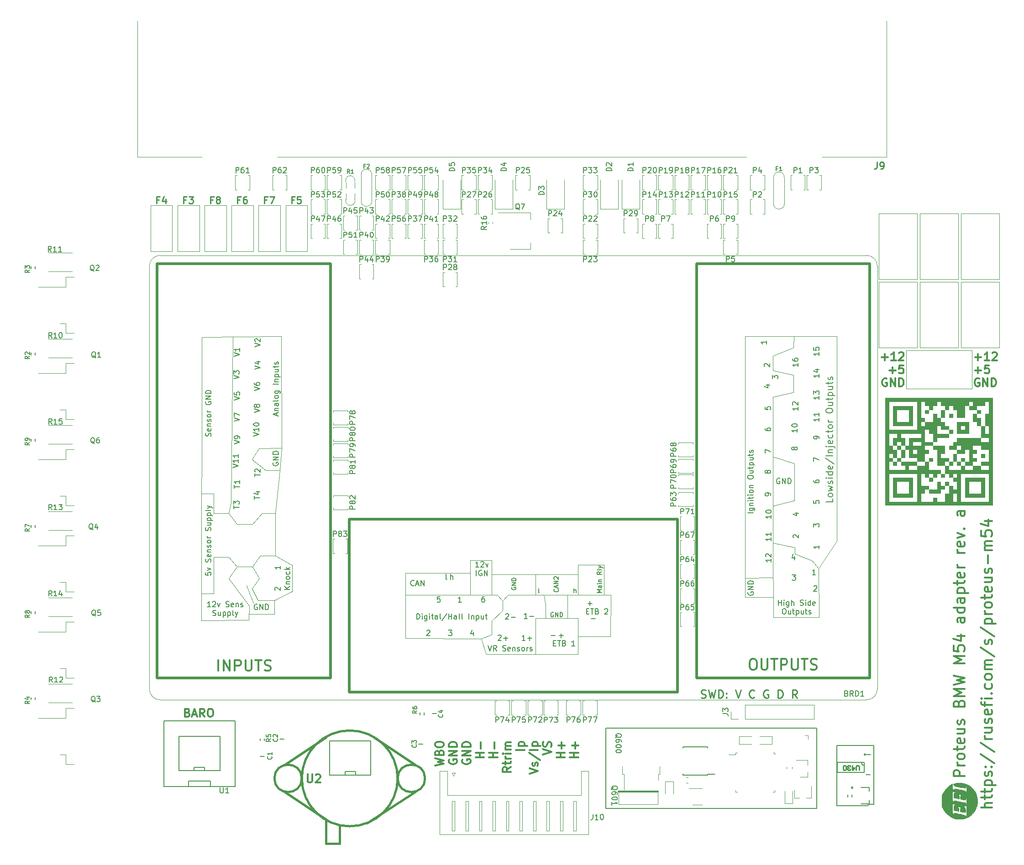
<source format=gto>
G75*
G70*
%OFA0B0*%
%FSLAX25Y25*%
%IPPOS*%
%LPD*%
%AMOC8*
5,1,8,0,0,1.08239X$1,22.5*
%
%ADD10C,0.01969*%
%ADD100C,0.00394*%
%ADD101C,0.00787*%
%ADD19C,0.01200*%
%ADD20C,0.00010*%
%ADD22C,0.01181*%
%ADD52C,0.00800*%
%ADD55C,0.00390*%
%ADD58C,0.01500*%
%ADD60C,0.00472*%
%ADD62C,0.00500*%
%ADD73C,0.00669*%
%ADD81C,0.00591*%
%ADD84C,0.00550*%
%ADD85C,0.00984*%
%ADD86C,0.00600*%
%ADD91C,0.01000*%
X0000000Y0000000D02*
%LPD*%
G01*
D22*
X0628196Y0384086D02*
X0632696Y0384086D01*
X0630446Y0381836D02*
X0630446Y0386336D01*
X0638601Y0381836D02*
X0635227Y0381836D01*
X0636914Y0381836D02*
X0636914Y0387742D01*
X0636352Y0386898D01*
X0635789Y0386336D01*
X0635227Y0386055D01*
X0640851Y0387179D02*
X0641132Y0387461D01*
X0641695Y0387742D01*
X0643101Y0387742D01*
X0643663Y0387461D01*
X0643944Y0387179D01*
X0644226Y0386617D01*
X0644226Y0386055D01*
X0643944Y0385211D01*
X0640570Y0381836D01*
X0644226Y0381836D01*
X0633821Y0374578D02*
X0638320Y0374578D01*
X0636070Y0372328D02*
X0636070Y0376828D01*
X0643944Y0378234D02*
X0641132Y0378234D01*
X0640851Y0375422D01*
X0641132Y0375703D01*
X0641695Y0375984D01*
X0643101Y0375984D01*
X0643663Y0375703D01*
X0643944Y0375422D01*
X0644226Y0374859D01*
X0644226Y0373453D01*
X0643944Y0372891D01*
X0643663Y0372610D01*
X0643101Y0372328D01*
X0641695Y0372328D01*
X0641132Y0372610D01*
X0640851Y0372891D01*
X0631852Y0368445D02*
X0631290Y0368726D01*
X0630446Y0368726D01*
X0629602Y0368445D01*
X0629040Y0367882D01*
X0628759Y0367320D01*
X0628478Y0366195D01*
X0628478Y0365352D01*
X0628759Y0364227D01*
X0629040Y0363664D01*
X0629602Y0363102D01*
X0630446Y0362821D01*
X0631008Y0362821D01*
X0631852Y0363102D01*
X0632133Y0363383D01*
X0632133Y0365352D01*
X0631008Y0365352D01*
X0634664Y0362821D02*
X0634664Y0368726D01*
X0638039Y0362821D01*
X0638039Y0368726D01*
X0640851Y0362821D02*
X0640851Y0368726D01*
X0642257Y0368726D01*
X0643101Y0368445D01*
X0643663Y0367882D01*
X0643944Y0367320D01*
X0644226Y0366195D01*
X0644226Y0365352D01*
X0643944Y0364227D01*
X0643663Y0363664D01*
X0643101Y0363102D01*
X0642257Y0362821D01*
X0640851Y0362821D01*
X0121372Y0124438D02*
X0122216Y0124156D01*
X0122497Y0123875D01*
X0122778Y0123313D01*
X0122778Y0122469D01*
X0122497Y0121907D01*
X0122216Y0121625D01*
X0121654Y0121344D01*
X0119404Y0121344D01*
X0119404Y0127250D01*
X0121372Y0127250D01*
X0121935Y0126969D01*
X0122216Y0126687D01*
X0122497Y0126125D01*
X0122497Y0125562D01*
X0122216Y0125000D01*
X0121935Y0124719D01*
X0121372Y0124438D01*
X0119404Y0124438D01*
X0125028Y0123031D02*
X0127840Y0123031D01*
X0124466Y0121344D02*
X0126434Y0127250D01*
X0128403Y0121344D01*
X0133746Y0121344D02*
X0131777Y0124156D01*
X0130371Y0121344D02*
X0130371Y0127250D01*
X0132621Y0127250D01*
X0133183Y0126969D01*
X0133465Y0126687D01*
X0133746Y0126125D01*
X0133746Y0125281D01*
X0133465Y0124719D01*
X0133183Y0124438D01*
X0132621Y0124156D01*
X0130371Y0124156D01*
X0137402Y0127250D02*
X0138526Y0127250D01*
X0139089Y0126969D01*
X0139651Y0126406D01*
X0139933Y0125281D01*
X0139933Y0123313D01*
X0139651Y0122188D01*
X0139089Y0121625D01*
X0138526Y0121344D01*
X0137402Y0121344D01*
X0136839Y0121625D01*
X0136277Y0122188D01*
X0135996Y0123313D01*
X0135996Y0125281D01*
X0136277Y0126406D01*
X0136839Y0126969D01*
X0137402Y0127250D01*
X0688680Y0078075D02*
X0680806Y0078075D01*
X0680806Y0081074D01*
X0681181Y0081824D01*
X0681556Y0082199D01*
X0682306Y0082574D01*
X0683431Y0082574D01*
X0684181Y0082199D01*
X0684556Y0081824D01*
X0684931Y0081074D01*
X0684931Y0078075D01*
X0688680Y0085949D02*
X0683431Y0085949D01*
X0684931Y0085949D02*
X0684181Y0086324D01*
X0683806Y0086699D01*
X0683431Y0087448D01*
X0683431Y0088198D01*
X0688680Y0091948D02*
X0688305Y0091198D01*
X0687930Y0090823D01*
X0687180Y0090448D01*
X0684931Y0090448D01*
X0684181Y0090823D01*
X0683806Y0091198D01*
X0683431Y0091948D01*
X0683431Y0093073D01*
X0683806Y0093823D01*
X0684181Y0094198D01*
X0684931Y0094573D01*
X0687180Y0094573D01*
X0687930Y0094198D01*
X0688305Y0093823D01*
X0688680Y0093073D01*
X0688680Y0091948D01*
X0683431Y0096822D02*
X0683431Y0099822D01*
X0680806Y0097947D02*
X0687555Y0097947D01*
X0688305Y0098322D01*
X0688680Y0099072D01*
X0688680Y0099822D01*
X0688305Y0105446D02*
X0688680Y0104696D01*
X0688680Y0103196D01*
X0688305Y0102447D01*
X0687555Y0102072D01*
X0684556Y0102072D01*
X0683806Y0102447D01*
X0683431Y0103196D01*
X0683431Y0104696D01*
X0683806Y0105446D01*
X0684556Y0105821D01*
X0685306Y0105821D01*
X0686055Y0102072D01*
X0683431Y0112570D02*
X0688680Y0112570D01*
X0683431Y0109196D02*
X0687555Y0109196D01*
X0688305Y0109571D01*
X0688680Y0110321D01*
X0688680Y0111445D01*
X0688305Y0112195D01*
X0687930Y0112570D01*
X0688305Y0115945D02*
X0688680Y0116695D01*
X0688680Y0118195D01*
X0688305Y0118945D01*
X0687555Y0119319D01*
X0687180Y0119319D01*
X0686430Y0118945D01*
X0686055Y0118195D01*
X0686055Y0117070D01*
X0685681Y0116320D01*
X0684931Y0115945D01*
X0684556Y0115945D01*
X0683806Y0116320D01*
X0683431Y0117070D01*
X0683431Y0118195D01*
X0683806Y0118945D01*
X0684556Y0131318D02*
X0684931Y0132443D01*
X0685306Y0132818D01*
X0686055Y0133193D01*
X0687180Y0133193D01*
X0687930Y0132818D01*
X0688305Y0132443D01*
X0688680Y0131693D01*
X0688680Y0128693D01*
X0680806Y0128693D01*
X0680806Y0131318D01*
X0681181Y0132068D01*
X0681556Y0132443D01*
X0682306Y0132818D01*
X0683056Y0132818D01*
X0683806Y0132443D01*
X0684181Y0132068D01*
X0684556Y0131318D01*
X0684556Y0128693D01*
X0688680Y0136567D02*
X0680806Y0136567D01*
X0686430Y0139192D01*
X0680806Y0141817D01*
X0688680Y0141817D01*
X0680806Y0144816D02*
X0688680Y0146691D01*
X0683056Y0148191D01*
X0688680Y0149691D01*
X0680806Y0151565D01*
X0688680Y0160564D02*
X0680806Y0160564D01*
X0686430Y0163189D01*
X0680806Y0165814D01*
X0688680Y0165814D01*
X0680806Y0173313D02*
X0680806Y0169563D01*
X0684556Y0169188D01*
X0684181Y0169563D01*
X0683806Y0170313D01*
X0683806Y0172188D01*
X0684181Y0172938D01*
X0684556Y0173313D01*
X0685306Y0173688D01*
X0687180Y0173688D01*
X0687930Y0173313D01*
X0688305Y0172938D01*
X0688680Y0172188D01*
X0688680Y0170313D01*
X0688305Y0169563D01*
X0687930Y0169188D01*
X0683431Y0180437D02*
X0688680Y0180437D01*
X0680431Y0178562D02*
X0686055Y0176687D01*
X0686055Y0181562D01*
X0688680Y0193935D02*
X0684556Y0193935D01*
X0683806Y0193560D01*
X0683431Y0192810D01*
X0683431Y0191310D01*
X0683806Y0190561D01*
X0688305Y0193935D02*
X0688680Y0193185D01*
X0688680Y0191310D01*
X0688305Y0190561D01*
X0687555Y0190186D01*
X0686805Y0190186D01*
X0686055Y0190561D01*
X0685681Y0191310D01*
X0685681Y0193185D01*
X0685306Y0193935D01*
X0688680Y0201059D02*
X0680806Y0201059D01*
X0688305Y0201059D02*
X0688680Y0200309D01*
X0688680Y0198810D01*
X0688305Y0198060D01*
X0687930Y0197685D01*
X0687180Y0197310D01*
X0684931Y0197310D01*
X0684181Y0197685D01*
X0683806Y0198060D01*
X0683431Y0198810D01*
X0683431Y0200309D01*
X0683806Y0201059D01*
X0688680Y0208183D02*
X0684556Y0208183D01*
X0683806Y0207808D01*
X0683431Y0207058D01*
X0683431Y0205559D01*
X0683806Y0204809D01*
X0688305Y0208183D02*
X0688680Y0207433D01*
X0688680Y0205559D01*
X0688305Y0204809D01*
X0687555Y0204434D01*
X0686805Y0204434D01*
X0686055Y0204809D01*
X0685681Y0205559D01*
X0685681Y0207433D01*
X0685306Y0208183D01*
X0683431Y0211933D02*
X0691305Y0211933D01*
X0683806Y0211933D02*
X0683431Y0212683D01*
X0683431Y0214183D01*
X0683806Y0214933D01*
X0684181Y0215307D01*
X0684931Y0215682D01*
X0687180Y0215682D01*
X0687930Y0215307D01*
X0688305Y0214933D01*
X0688680Y0214183D01*
X0688680Y0212683D01*
X0688305Y0211933D01*
X0683431Y0217932D02*
X0683431Y0220932D01*
X0680806Y0219057D02*
X0687555Y0219057D01*
X0688305Y0219432D01*
X0688680Y0220182D01*
X0688680Y0220932D01*
X0688305Y0226556D02*
X0688680Y0225806D01*
X0688680Y0224306D01*
X0688305Y0223556D01*
X0687555Y0223181D01*
X0684556Y0223181D01*
X0683806Y0223556D01*
X0683431Y0224306D01*
X0683431Y0225806D01*
X0683806Y0226556D01*
X0684556Y0226931D01*
X0685306Y0226931D01*
X0686055Y0223181D01*
X0688680Y0230306D02*
X0683431Y0230306D01*
X0684931Y0230306D02*
X0684181Y0230681D01*
X0683806Y0231055D01*
X0683431Y0231805D01*
X0683431Y0232555D01*
X0688680Y0241179D02*
X0683431Y0241179D01*
X0684931Y0241179D02*
X0684181Y0241554D01*
X0683806Y0241929D01*
X0683431Y0242679D01*
X0683431Y0243429D01*
X0688305Y0249053D02*
X0688680Y0248303D01*
X0688680Y0246804D01*
X0688305Y0246054D01*
X0687555Y0245679D01*
X0684556Y0245679D01*
X0683806Y0246054D01*
X0683431Y0246804D01*
X0683431Y0248303D01*
X0683806Y0249053D01*
X0684556Y0249428D01*
X0685306Y0249428D01*
X0686055Y0245679D01*
X0683431Y0252053D02*
X0688680Y0253928D01*
X0683431Y0255802D01*
X0687930Y0258802D02*
X0688305Y0259177D01*
X0688680Y0258802D01*
X0688305Y0258427D01*
X0687930Y0258802D01*
X0688680Y0258802D01*
X0688680Y0271925D02*
X0684556Y0271925D01*
X0683806Y0271550D01*
X0683431Y0270801D01*
X0683431Y0269301D01*
X0683806Y0268551D01*
X0688305Y0271925D02*
X0688680Y0271175D01*
X0688680Y0269301D01*
X0688305Y0268551D01*
X0687555Y0268176D01*
X0686805Y0268176D01*
X0686055Y0268551D01*
X0685681Y0269301D01*
X0685681Y0271175D01*
X0685306Y0271925D01*
D85*
X0496323Y0135405D02*
X0497167Y0135124D01*
X0498573Y0135124D01*
X0499135Y0135405D01*
X0499416Y0135686D01*
X0499698Y0136249D01*
X0499698Y0136811D01*
X0499416Y0137373D01*
X0499135Y0137655D01*
X0498573Y0137936D01*
X0497448Y0138217D01*
X0496886Y0138498D01*
X0496604Y0138780D01*
X0496323Y0139342D01*
X0496323Y0139904D01*
X0496604Y0140467D01*
X0496886Y0140748D01*
X0497448Y0141029D01*
X0498854Y0141029D01*
X0499698Y0140748D01*
X0501666Y0141029D02*
X0503072Y0135124D01*
X0504197Y0139342D01*
X0505322Y0135124D01*
X0506728Y0141029D01*
X0508978Y0135124D02*
X0508978Y0141029D01*
X0510384Y0141029D01*
X0511228Y0140748D01*
X0511790Y0140186D01*
X0512071Y0139623D01*
X0512352Y0138498D01*
X0512352Y0137655D01*
X0512071Y0136530D01*
X0511790Y0135967D01*
X0511228Y0135405D01*
X0510384Y0135124D01*
X0508978Y0135124D01*
X0514883Y0135686D02*
X0515165Y0135405D01*
X0514883Y0135124D01*
X0514602Y0135405D01*
X0514883Y0135686D01*
X0514883Y0135124D01*
X0514883Y0138780D02*
X0515165Y0138498D01*
X0514883Y0138217D01*
X0514602Y0138498D01*
X0514883Y0138780D01*
X0514883Y0138217D01*
X0521351Y0141029D02*
X0523320Y0135124D01*
X0525288Y0141029D01*
X0535131Y0135686D02*
X0534850Y0135405D01*
X0534006Y0135124D01*
X0533443Y0135124D01*
X0532600Y0135405D01*
X0532037Y0135967D01*
X0531756Y0136530D01*
X0531475Y0137655D01*
X0531475Y0138498D01*
X0531756Y0139623D01*
X0532037Y0140186D01*
X0532600Y0140748D01*
X0533443Y0141029D01*
X0534006Y0141029D01*
X0534850Y0140748D01*
X0535131Y0140467D01*
X0545254Y0140748D02*
X0544692Y0141029D01*
X0543848Y0141029D01*
X0543005Y0140748D01*
X0542442Y0140186D01*
X0542161Y0139623D01*
X0541880Y0138498D01*
X0541880Y0137655D01*
X0542161Y0136530D01*
X0542442Y0135967D01*
X0543005Y0135405D01*
X0543848Y0135124D01*
X0544411Y0135124D01*
X0545254Y0135405D01*
X0545536Y0135686D01*
X0545536Y0137655D01*
X0544411Y0137655D01*
X0552566Y0135124D02*
X0552566Y0141029D01*
X0553972Y0141029D01*
X0554816Y0140748D01*
X0555378Y0140186D01*
X0555659Y0139623D01*
X0555941Y0138498D01*
X0555941Y0137655D01*
X0555659Y0136530D01*
X0555378Y0135967D01*
X0554816Y0135405D01*
X0553972Y0135124D01*
X0552566Y0135124D01*
X0566346Y0135124D02*
X0564377Y0137936D01*
X0562971Y0135124D02*
X0562971Y0141029D01*
X0565221Y0141029D01*
X0565783Y0140748D01*
X0566064Y0140467D01*
X0566346Y0139904D01*
X0566346Y0139061D01*
X0566064Y0138498D01*
X0565783Y0138217D01*
X0565221Y0137936D01*
X0562971Y0137936D01*
D22*
X0708680Y0055201D02*
X0700806Y0055201D01*
X0708680Y0058575D02*
X0704556Y0058575D01*
X0703806Y0058200D01*
X0703431Y0057450D01*
X0703431Y0056325D01*
X0703806Y0055576D01*
X0704181Y0055201D01*
X0703431Y0061200D02*
X0703431Y0064199D01*
X0700806Y0062325D02*
X0707555Y0062325D01*
X0708305Y0062700D01*
X0708680Y0063450D01*
X0708680Y0064199D01*
X0703431Y0065699D02*
X0703431Y0068699D01*
X0700806Y0066824D02*
X0707555Y0066824D01*
X0708305Y0067199D01*
X0708680Y0067949D01*
X0708680Y0068699D01*
X0703431Y0071324D02*
X0711305Y0071324D01*
X0703806Y0071324D02*
X0703431Y0072073D01*
X0703431Y0073573D01*
X0703806Y0074323D01*
X0704181Y0074698D01*
X0704931Y0075073D01*
X0707180Y0075073D01*
X0707930Y0074698D01*
X0708305Y0074323D01*
X0708680Y0073573D01*
X0708680Y0072073D01*
X0708305Y0071324D01*
X0708305Y0078073D02*
X0708680Y0078823D01*
X0708680Y0080322D01*
X0708305Y0081072D01*
X0707555Y0081447D01*
X0707180Y0081447D01*
X0706430Y0081072D01*
X0706055Y0080322D01*
X0706055Y0079198D01*
X0705681Y0078448D01*
X0704931Y0078073D01*
X0704556Y0078073D01*
X0703806Y0078448D01*
X0703431Y0079198D01*
X0703431Y0080322D01*
X0703806Y0081072D01*
X0707930Y0084822D02*
X0708305Y0085197D01*
X0708680Y0084822D01*
X0708305Y0084447D01*
X0707930Y0084822D01*
X0708680Y0084822D01*
X0703806Y0084822D02*
X0704181Y0085197D01*
X0704556Y0084822D01*
X0704181Y0084447D01*
X0703806Y0084822D01*
X0704556Y0084822D01*
X0700431Y0094196D02*
X0710555Y0087447D01*
X0700431Y0102445D02*
X0710555Y0095696D01*
X0708680Y0105069D02*
X0703431Y0105069D01*
X0704931Y0105069D02*
X0704181Y0105444D01*
X0703806Y0105819D01*
X0703431Y0106569D01*
X0703431Y0107319D01*
X0703431Y0113318D02*
X0708680Y0113318D01*
X0703431Y0109944D02*
X0707555Y0109944D01*
X0708305Y0110319D01*
X0708680Y0111069D01*
X0708680Y0112193D01*
X0708305Y0112943D01*
X0707930Y0113318D01*
X0708305Y0116693D02*
X0708680Y0117443D01*
X0708680Y0118943D01*
X0708305Y0119693D01*
X0707555Y0120067D01*
X0707180Y0120067D01*
X0706430Y0119693D01*
X0706055Y0118943D01*
X0706055Y0117818D01*
X0705681Y0117068D01*
X0704931Y0116693D01*
X0704556Y0116693D01*
X0703806Y0117068D01*
X0703431Y0117818D01*
X0703431Y0118943D01*
X0703806Y0119693D01*
X0708305Y0126442D02*
X0708680Y0125692D01*
X0708680Y0124192D01*
X0708305Y0123442D01*
X0707555Y0123067D01*
X0704556Y0123067D01*
X0703806Y0123442D01*
X0703431Y0124192D01*
X0703431Y0125692D01*
X0703806Y0126442D01*
X0704556Y0126817D01*
X0705306Y0126817D01*
X0706055Y0123067D01*
X0703431Y0129066D02*
X0703431Y0132066D01*
X0708680Y0130191D02*
X0701931Y0130191D01*
X0701181Y0130566D01*
X0700806Y0131316D01*
X0700806Y0132066D01*
X0708680Y0134691D02*
X0703431Y0134691D01*
X0700806Y0134691D02*
X0701181Y0134316D01*
X0701556Y0134691D01*
X0701181Y0135066D01*
X0700806Y0134691D01*
X0701556Y0134691D01*
X0707930Y0138440D02*
X0708305Y0138815D01*
X0708680Y0138440D01*
X0708305Y0138065D01*
X0707930Y0138440D01*
X0708680Y0138440D01*
X0708305Y0145564D02*
X0708680Y0144814D01*
X0708680Y0143315D01*
X0708305Y0142565D01*
X0707930Y0142190D01*
X0707180Y0141815D01*
X0704931Y0141815D01*
X0704181Y0142190D01*
X0703806Y0142565D01*
X0703431Y0143315D01*
X0703431Y0144814D01*
X0703806Y0145564D01*
X0708680Y0150064D02*
X0708305Y0149314D01*
X0707930Y0148939D01*
X0707180Y0148564D01*
X0704931Y0148564D01*
X0704181Y0148939D01*
X0703806Y0149314D01*
X0703431Y0150064D01*
X0703431Y0151189D01*
X0703806Y0151939D01*
X0704181Y0152313D01*
X0704931Y0152688D01*
X0707180Y0152688D01*
X0707930Y0152313D01*
X0708305Y0151939D01*
X0708680Y0151189D01*
X0708680Y0150064D01*
X0708680Y0156063D02*
X0703431Y0156063D01*
X0704181Y0156063D02*
X0703806Y0156438D01*
X0703431Y0157188D01*
X0703431Y0158313D01*
X0703806Y0159063D01*
X0704556Y0159438D01*
X0708680Y0159438D01*
X0704556Y0159438D02*
X0703806Y0159813D01*
X0703431Y0160562D01*
X0703431Y0161687D01*
X0703806Y0162437D01*
X0704556Y0162812D01*
X0708680Y0162812D01*
X0700431Y0172186D02*
X0710555Y0165437D01*
X0708305Y0174436D02*
X0708680Y0175186D01*
X0708680Y0176685D01*
X0708305Y0177435D01*
X0707555Y0177810D01*
X0707180Y0177810D01*
X0706430Y0177435D01*
X0706055Y0176685D01*
X0706055Y0175561D01*
X0705681Y0174811D01*
X0704931Y0174436D01*
X0704556Y0174436D01*
X0703806Y0174811D01*
X0703431Y0175561D01*
X0703431Y0176685D01*
X0703806Y0177435D01*
X0700431Y0186809D02*
X0710555Y0180060D01*
X0703431Y0189434D02*
X0711305Y0189434D01*
X0703806Y0189434D02*
X0703431Y0190184D01*
X0703431Y0191684D01*
X0703806Y0192433D01*
X0704181Y0192808D01*
X0704931Y0193183D01*
X0707180Y0193183D01*
X0707930Y0192808D01*
X0708305Y0192433D01*
X0708680Y0191684D01*
X0708680Y0190184D01*
X0708305Y0189434D01*
X0708680Y0196558D02*
X0703431Y0196558D01*
X0704931Y0196558D02*
X0704181Y0196933D01*
X0703806Y0197308D01*
X0703431Y0198058D01*
X0703431Y0198808D01*
X0708680Y0202557D02*
X0708305Y0201807D01*
X0707930Y0201432D01*
X0707180Y0201057D01*
X0704931Y0201057D01*
X0704181Y0201432D01*
X0703806Y0201807D01*
X0703431Y0202557D01*
X0703431Y0203682D01*
X0703806Y0204432D01*
X0704181Y0204807D01*
X0704931Y0205182D01*
X0707180Y0205182D01*
X0707930Y0204807D01*
X0708305Y0204432D01*
X0708680Y0203682D01*
X0708680Y0202557D01*
X0703431Y0207432D02*
X0703431Y0210431D01*
X0700806Y0208556D02*
X0707555Y0208556D01*
X0708305Y0208931D01*
X0708680Y0209681D01*
X0708680Y0210431D01*
X0708305Y0216055D02*
X0708680Y0215306D01*
X0708680Y0213806D01*
X0708305Y0213056D01*
X0707555Y0212681D01*
X0704556Y0212681D01*
X0703806Y0213056D01*
X0703431Y0213806D01*
X0703431Y0215306D01*
X0703806Y0216055D01*
X0704556Y0216430D01*
X0705306Y0216430D01*
X0706055Y0212681D01*
X0703431Y0223180D02*
X0708680Y0223180D01*
X0703431Y0219805D02*
X0707555Y0219805D01*
X0708305Y0220180D01*
X0708680Y0220930D01*
X0708680Y0222055D01*
X0708305Y0222805D01*
X0707930Y0223180D01*
X0708305Y0226554D02*
X0708680Y0227304D01*
X0708680Y0228804D01*
X0708305Y0229554D01*
X0707555Y0229929D01*
X0707180Y0229929D01*
X0706430Y0229554D01*
X0706055Y0228804D01*
X0706055Y0227679D01*
X0705681Y0226929D01*
X0704931Y0226554D01*
X0704556Y0226554D01*
X0703806Y0226929D01*
X0703431Y0227679D01*
X0703431Y0228804D01*
X0703806Y0229554D01*
X0705681Y0233303D02*
X0705681Y0239303D01*
X0708680Y0243052D02*
X0703431Y0243052D01*
X0704181Y0243052D02*
X0703806Y0243427D01*
X0703431Y0244177D01*
X0703431Y0245302D01*
X0703806Y0246052D01*
X0704556Y0246427D01*
X0708680Y0246427D01*
X0704556Y0246427D02*
X0703806Y0246802D01*
X0703431Y0247552D01*
X0703431Y0248676D01*
X0703806Y0249426D01*
X0704556Y0249801D01*
X0708680Y0249801D01*
X0700806Y0257300D02*
X0700806Y0253551D01*
X0704556Y0253176D01*
X0704181Y0253551D01*
X0703806Y0254301D01*
X0703806Y0256175D01*
X0704181Y0256925D01*
X0704556Y0257300D01*
X0705306Y0257675D01*
X0707180Y0257675D01*
X0707930Y0257300D01*
X0708305Y0256925D01*
X0708680Y0256175D01*
X0708680Y0254301D01*
X0708305Y0253551D01*
X0707930Y0253176D01*
X0703431Y0264424D02*
X0708680Y0264424D01*
X0700431Y0262550D02*
X0706055Y0260675D01*
X0706055Y0265549D01*
X0696292Y0384086D02*
X0700791Y0384086D01*
X0698542Y0381836D02*
X0698542Y0386336D01*
X0706697Y0381836D02*
X0703322Y0381836D01*
X0705010Y0381836D02*
X0705010Y0387742D01*
X0704447Y0386898D01*
X0703885Y0386336D01*
X0703322Y0386055D01*
X0708947Y0387179D02*
X0709228Y0387461D01*
X0709790Y0387742D01*
X0711196Y0387742D01*
X0711759Y0387461D01*
X0712040Y0387179D01*
X0712321Y0386617D01*
X0712321Y0386055D01*
X0712040Y0385211D01*
X0708665Y0381836D01*
X0712321Y0381836D01*
X0696292Y0374578D02*
X0700791Y0374578D01*
X0698542Y0372328D02*
X0698542Y0376828D01*
X0706416Y0378234D02*
X0703603Y0378234D01*
X0703322Y0375422D01*
X0703603Y0375703D01*
X0704166Y0375984D01*
X0705572Y0375984D01*
X0706134Y0375703D01*
X0706416Y0375422D01*
X0706697Y0374859D01*
X0706697Y0373453D01*
X0706416Y0372891D01*
X0706134Y0372610D01*
X0705572Y0372328D01*
X0704166Y0372328D01*
X0703603Y0372610D01*
X0703322Y0372891D01*
X0699385Y0368445D02*
X0698823Y0368726D01*
X0697979Y0368726D01*
X0697136Y0368445D01*
X0696573Y0367882D01*
X0696292Y0367320D01*
X0696011Y0366195D01*
X0696011Y0365352D01*
X0696292Y0364227D01*
X0696573Y0363664D01*
X0697136Y0363102D01*
X0697979Y0362821D01*
X0698542Y0362821D01*
X0699385Y0363102D01*
X0699666Y0363383D01*
X0699666Y0365352D01*
X0698542Y0365352D01*
X0702197Y0362821D02*
X0702197Y0368726D01*
X0705572Y0362821D01*
X0705572Y0368726D01*
X0708384Y0362821D02*
X0708384Y0368726D01*
X0709790Y0368726D01*
X0710634Y0368445D01*
X0711196Y0367882D01*
X0711478Y0367320D01*
X0711759Y0366195D01*
X0711759Y0365352D01*
X0711478Y0364227D01*
X0711196Y0363664D01*
X0710634Y0363102D01*
X0709790Y0362821D01*
X0708384Y0362821D01*
X0312368Y0090188D02*
X0312078Y0089607D01*
X0312078Y0088736D01*
X0312368Y0087864D01*
X0312950Y0087283D01*
X0313531Y0086992D01*
X0314693Y0086701D01*
X0315565Y0086701D01*
X0316727Y0086992D01*
X0317308Y0087283D01*
X0317890Y0087864D01*
X0318180Y0088736D01*
X0318180Y0089317D01*
X0317890Y0090188D01*
X0317599Y0090479D01*
X0315565Y0090479D01*
X0315565Y0089317D01*
X0318180Y0093094D02*
X0312078Y0093094D01*
X0318180Y0096581D01*
X0312078Y0096581D01*
X0318180Y0099487D02*
X0312078Y0099487D01*
X0312078Y0100940D01*
X0312368Y0101812D01*
X0312950Y0102393D01*
X0313531Y0102684D01*
X0314693Y0102974D01*
X0315565Y0102974D01*
X0316727Y0102684D01*
X0317308Y0102393D01*
X0317890Y0101812D01*
X0318180Y0100940D01*
X0318180Y0099487D01*
X0322193Y0090188D02*
X0321903Y0089607D01*
X0321903Y0088736D01*
X0322193Y0087864D01*
X0322774Y0087283D01*
X0323356Y0086992D01*
X0324518Y0086701D01*
X0325390Y0086701D01*
X0326552Y0086992D01*
X0327133Y0087283D01*
X0327714Y0087864D01*
X0328005Y0088736D01*
X0328005Y0089317D01*
X0327714Y0090188D01*
X0327424Y0090479D01*
X0325390Y0090479D01*
X0325390Y0089317D01*
X0328005Y0093094D02*
X0321903Y0093094D01*
X0328005Y0096581D01*
X0321903Y0096581D01*
X0328005Y0099487D02*
X0321903Y0099487D01*
X0321903Y0100940D01*
X0322193Y0101812D01*
X0322774Y0102393D01*
X0323356Y0102684D01*
X0324518Y0102974D01*
X0325390Y0102974D01*
X0326552Y0102684D01*
X0327133Y0102393D01*
X0327714Y0101812D01*
X0328005Y0100940D01*
X0328005Y0099487D01*
X0337830Y0091641D02*
X0331728Y0091641D01*
X0334633Y0091641D02*
X0334633Y0095128D01*
X0337830Y0095128D02*
X0331728Y0095128D01*
X0335505Y0098034D02*
X0335505Y0102684D01*
X0347655Y0091641D02*
X0341552Y0091641D01*
X0344458Y0091641D02*
X0344458Y0095128D01*
X0347655Y0095128D02*
X0341552Y0095128D01*
X0345330Y0098034D02*
X0345330Y0102684D01*
X0357479Y0084667D02*
X0354574Y0082633D01*
X0357479Y0081180D02*
X0351377Y0081180D01*
X0351377Y0083505D01*
X0351668Y0084086D01*
X0351958Y0084377D01*
X0352539Y0084667D01*
X0353411Y0084667D01*
X0353992Y0084377D01*
X0354283Y0084086D01*
X0354574Y0083505D01*
X0354574Y0081180D01*
X0353411Y0086411D02*
X0353411Y0088736D01*
X0351377Y0087283D02*
X0356608Y0087283D01*
X0357189Y0087573D01*
X0357479Y0088154D01*
X0357479Y0088736D01*
X0357479Y0090770D02*
X0353411Y0090770D01*
X0354574Y0090770D02*
X0353992Y0091060D01*
X0353702Y0091351D01*
X0353411Y0091932D01*
X0353411Y0092513D01*
X0357479Y0094547D02*
X0353411Y0094547D01*
X0351377Y0094547D02*
X0351668Y0094257D01*
X0351958Y0094547D01*
X0351668Y0094838D01*
X0351377Y0094547D01*
X0351958Y0094547D01*
X0357479Y0097453D02*
X0353411Y0097453D01*
X0353992Y0097453D02*
X0353702Y0097744D01*
X0353411Y0098325D01*
X0353411Y0099197D01*
X0353702Y0099778D01*
X0354283Y0100069D01*
X0357479Y0100069D01*
X0354283Y0100069D02*
X0353702Y0100359D01*
X0353411Y0100940D01*
X0353411Y0101812D01*
X0353702Y0102393D01*
X0354283Y0102684D01*
X0357479Y0102684D01*
X0367304Y0097163D02*
X0361202Y0097163D01*
X0363236Y0100069D02*
X0369338Y0100069D01*
X0363527Y0100069D02*
X0363236Y0100650D01*
X0363236Y0101812D01*
X0363527Y0102393D01*
X0363817Y0102684D01*
X0364398Y0102974D01*
X0366142Y0102974D01*
X0366723Y0102684D01*
X0367014Y0102393D01*
X0367304Y0101812D01*
X0367304Y0100650D01*
X0367014Y0100069D01*
X0371027Y0079727D02*
X0377129Y0081761D01*
X0371027Y0083796D01*
X0376838Y0085539D02*
X0377129Y0086120D01*
X0377129Y0087283D01*
X0376838Y0087864D01*
X0376257Y0088154D01*
X0375967Y0088154D01*
X0375386Y0087864D01*
X0375095Y0087283D01*
X0375095Y0086411D01*
X0374804Y0085830D01*
X0374223Y0085539D01*
X0373933Y0085539D01*
X0373351Y0085830D01*
X0373061Y0086411D01*
X0373061Y0087283D01*
X0373351Y0087864D01*
X0370736Y0095128D02*
X0378582Y0089898D01*
X0377129Y0097163D02*
X0371027Y0097163D01*
X0373061Y0100069D02*
X0379163Y0100069D01*
X0373351Y0100069D02*
X0373061Y0100650D01*
X0373061Y0101812D01*
X0373351Y0102393D01*
X0373642Y0102684D01*
X0374223Y0102974D01*
X0375967Y0102974D01*
X0376548Y0102684D01*
X0376838Y0102393D01*
X0377129Y0101812D01*
X0377129Y0100650D01*
X0376838Y0100069D01*
X0380852Y0093676D02*
X0386954Y0095710D01*
X0380852Y0097744D01*
X0386663Y0099487D02*
X0386954Y0100359D01*
X0386954Y0101812D01*
X0386663Y0102393D01*
X0386373Y0102684D01*
X0385792Y0102974D01*
X0385210Y0102974D01*
X0384629Y0102684D01*
X0384339Y0102393D01*
X0384048Y0101812D01*
X0383757Y0100650D01*
X0383467Y0100069D01*
X0383176Y0099778D01*
X0382595Y0099487D01*
X0382014Y0099487D01*
X0381433Y0099778D01*
X0381142Y0100069D01*
X0380852Y0100650D01*
X0380852Y0102103D01*
X0381142Y0102974D01*
X0396779Y0091641D02*
X0390676Y0091641D01*
X0393582Y0091641D02*
X0393582Y0095128D01*
X0396779Y0095128D02*
X0390676Y0095128D01*
X0394454Y0098034D02*
X0394454Y0102684D01*
X0396779Y0100359D02*
X0392129Y0100359D01*
X0406603Y0091641D02*
X0400501Y0091641D01*
X0403407Y0091641D02*
X0403407Y0095128D01*
X0406603Y0095128D02*
X0400501Y0095128D01*
X0404279Y0098034D02*
X0404279Y0102684D01*
X0406603Y0100359D02*
X0401954Y0100359D01*
X0302170Y0085753D02*
X0308272Y0087206D01*
X0303914Y0088368D01*
X0308272Y0089530D01*
X0302170Y0090983D01*
X0305076Y0095342D02*
X0305367Y0096214D01*
X0305657Y0096505D01*
X0306238Y0096795D01*
X0307110Y0096795D01*
X0307691Y0096505D01*
X0307982Y0096214D01*
X0308272Y0095633D01*
X0308272Y0093308D01*
X0302170Y0093308D01*
X0302170Y0095342D01*
X0302461Y0095923D01*
X0302751Y0096214D01*
X0303332Y0096505D01*
X0303914Y0096505D01*
X0304495Y0096214D01*
X0304785Y0095923D01*
X0305076Y0095342D01*
X0305076Y0093308D01*
X0302170Y0100573D02*
X0302170Y0101735D01*
X0302461Y0102316D01*
X0303042Y0102897D01*
X0304204Y0103188D01*
X0306238Y0103188D01*
X0307401Y0102897D01*
X0307982Y0102316D01*
X0308272Y0101735D01*
X0308272Y0100573D01*
X0307982Y0099992D01*
X0307401Y0099410D01*
X0306238Y0099120D01*
X0304204Y0099120D01*
X0303042Y0099410D01*
X0302461Y0099992D01*
X0302170Y0100573D01*
D81*
X0430915Y0520322D02*
X0426978Y0520322D01*
X0426978Y0521260D01*
X0427165Y0521822D01*
X0427540Y0522197D01*
X0427915Y0522385D01*
X0428665Y0522572D01*
X0429228Y0522572D01*
X0429978Y0522385D01*
X0430352Y0522197D01*
X0430727Y0521822D01*
X0430915Y0521260D01*
X0430915Y0520322D01*
X0427353Y0524072D02*
X0427165Y0524259D01*
X0426978Y0524634D01*
X0426978Y0525572D01*
X0427165Y0525947D01*
X0427353Y0526134D01*
X0427728Y0526322D01*
X0428103Y0526322D01*
X0428665Y0526134D01*
X0430915Y0523885D01*
X0430915Y0526322D01*
X0054349Y0383671D02*
X0053975Y0383858D01*
X0053600Y0384233D01*
X0053037Y0384796D01*
X0052662Y0384983D01*
X0052287Y0384983D01*
X0052475Y0384046D02*
X0052100Y0384233D01*
X0051725Y0384608D01*
X0051537Y0385358D01*
X0051537Y0386670D01*
X0051725Y0387420D01*
X0052100Y0387795D01*
X0052475Y0387983D01*
X0053225Y0387983D01*
X0053600Y0387795D01*
X0053975Y0387420D01*
X0054162Y0386670D01*
X0054162Y0385358D01*
X0053975Y0384608D01*
X0053600Y0384233D01*
X0053225Y0384046D01*
X0052475Y0384046D01*
X0057912Y0384046D02*
X0055662Y0384046D01*
X0056787Y0384046D02*
X0056787Y0387983D01*
X0056412Y0387420D01*
X0056037Y0387045D01*
X0055662Y0386858D01*
X0489314Y0518888D02*
X0489314Y0522825D01*
X0490814Y0522825D01*
X0491189Y0522638D01*
X0491376Y0522450D01*
X0491564Y0522075D01*
X0491564Y0521513D01*
X0491376Y0521138D01*
X0491189Y0520951D01*
X0490814Y0520763D01*
X0489314Y0520763D01*
X0495313Y0518888D02*
X0493063Y0518888D01*
X0494188Y0518888D02*
X0494188Y0522825D01*
X0493813Y0522263D01*
X0493438Y0521888D01*
X0493063Y0521700D01*
X0496625Y0522825D02*
X0499250Y0522825D01*
X0497563Y0518888D01*
X0478041Y0311849D02*
X0474104Y0311849D01*
X0474104Y0313349D01*
X0474291Y0313724D01*
X0474479Y0313912D01*
X0474854Y0314099D01*
X0475416Y0314099D01*
X0475791Y0313912D01*
X0475979Y0313724D01*
X0476166Y0313349D01*
X0476166Y0311849D01*
X0474104Y0317474D02*
X0474104Y0316724D01*
X0474291Y0316349D01*
X0474479Y0316161D01*
X0475041Y0315786D01*
X0475791Y0315599D01*
X0477291Y0315599D01*
X0477666Y0315786D01*
X0477853Y0315974D01*
X0478041Y0316349D01*
X0478041Y0317099D01*
X0477853Y0317474D01*
X0477666Y0317661D01*
X0477291Y0317849D01*
X0476354Y0317849D01*
X0475979Y0317661D01*
X0475791Y0317474D01*
X0475604Y0317099D01*
X0475604Y0316349D01*
X0475791Y0315974D01*
X0475979Y0315786D01*
X0476354Y0315599D01*
X0475791Y0320098D02*
X0475604Y0319723D01*
X0475416Y0319536D01*
X0475041Y0319348D01*
X0474854Y0319348D01*
X0474479Y0319536D01*
X0474291Y0319723D01*
X0474104Y0320098D01*
X0474104Y0320848D01*
X0474291Y0321223D01*
X0474479Y0321411D01*
X0474854Y0321598D01*
X0475041Y0321598D01*
X0475416Y0321411D01*
X0475604Y0321223D01*
X0475791Y0320848D01*
X0475791Y0320098D01*
X0475979Y0319723D01*
X0476166Y0319536D01*
X0476541Y0319348D01*
X0477291Y0319348D01*
X0477666Y0319536D01*
X0477853Y0319723D01*
X0478041Y0320098D01*
X0478041Y0320848D01*
X0477853Y0321223D01*
X0477666Y0321411D01*
X0477291Y0321598D01*
X0476541Y0321598D01*
X0476166Y0321411D01*
X0475979Y0321223D01*
X0475791Y0320848D01*
X0053956Y0132096D02*
X0053581Y0132283D01*
X0053206Y0132658D01*
X0052643Y0133221D01*
X0052268Y0133408D01*
X0051894Y0133408D01*
X0052081Y0132471D02*
X0051706Y0132658D01*
X0051331Y0133033D01*
X0051144Y0133783D01*
X0051144Y0135096D01*
X0051331Y0135846D01*
X0051706Y0136220D01*
X0052081Y0136408D01*
X0052831Y0136408D01*
X0053206Y0136220D01*
X0053581Y0135846D01*
X0053768Y0135096D01*
X0053768Y0133783D01*
X0053581Y0133033D01*
X0053206Y0132658D01*
X0052831Y0132471D01*
X0052081Y0132471D01*
X0055081Y0136408D02*
X0057518Y0136408D01*
X0056205Y0134908D01*
X0056768Y0134908D01*
X0057143Y0134721D01*
X0057330Y0134533D01*
X0057518Y0134158D01*
X0057518Y0133221D01*
X0057330Y0132846D01*
X0057143Y0132658D01*
X0056768Y0132471D01*
X0055643Y0132471D01*
X0055268Y0132658D01*
X0055081Y0132846D01*
X0270810Y0501172D02*
X0270810Y0505109D01*
X0272310Y0505109D01*
X0272685Y0504921D01*
X0272872Y0504734D01*
X0273060Y0504359D01*
X0273060Y0503796D01*
X0272872Y0503421D01*
X0272685Y0503234D01*
X0272310Y0503046D01*
X0270810Y0503046D01*
X0274372Y0505109D02*
X0276809Y0505109D01*
X0275497Y0503609D01*
X0276059Y0503609D01*
X0276434Y0503421D01*
X0276622Y0503234D01*
X0276809Y0502859D01*
X0276809Y0501922D01*
X0276622Y0501547D01*
X0276434Y0501359D01*
X0276059Y0501172D01*
X0274934Y0501172D01*
X0274559Y0501359D01*
X0274372Y0501547D01*
X0279059Y0503421D02*
X0278684Y0503609D01*
X0278496Y0503796D01*
X0278309Y0504171D01*
X0278309Y0504359D01*
X0278496Y0504734D01*
X0278684Y0504921D01*
X0279059Y0505109D01*
X0279809Y0505109D01*
X0280184Y0504921D01*
X0280371Y0504734D01*
X0280559Y0504359D01*
X0280559Y0504171D01*
X0280371Y0503796D01*
X0280184Y0503609D01*
X0279809Y0503421D01*
X0279059Y0503421D01*
X0278684Y0503234D01*
X0278496Y0503046D01*
X0278309Y0502672D01*
X0278309Y0501922D01*
X0278496Y0501547D01*
X0278684Y0501359D01*
X0279059Y0501172D01*
X0279809Y0501172D01*
X0280184Y0501359D01*
X0280371Y0501547D01*
X0280559Y0501922D01*
X0280559Y0502672D01*
X0280371Y0503046D01*
X0280184Y0503234D01*
X0279809Y0503421D01*
X0021879Y0461211D02*
X0020566Y0463086D01*
X0019629Y0461211D02*
X0019629Y0465148D01*
X0021129Y0465148D01*
X0021504Y0464961D01*
X0021691Y0464773D01*
X0021879Y0464398D01*
X0021879Y0463836D01*
X0021691Y0463461D01*
X0021504Y0463273D01*
X0021129Y0463086D01*
X0019629Y0463086D01*
X0025628Y0461211D02*
X0023378Y0461211D01*
X0024503Y0461211D02*
X0024503Y0465148D01*
X0024128Y0464586D01*
X0023753Y0464211D01*
X0023378Y0464023D01*
X0029378Y0461211D02*
X0027128Y0461211D01*
X0028253Y0461211D02*
X0028253Y0465148D01*
X0027878Y0464586D01*
X0027503Y0464211D01*
X0027128Y0464023D01*
X0270810Y0483455D02*
X0270810Y0487392D01*
X0272310Y0487392D01*
X0272685Y0487205D01*
X0272872Y0487017D01*
X0273060Y0486642D01*
X0273060Y0486080D01*
X0272872Y0485705D01*
X0272685Y0485517D01*
X0272310Y0485330D01*
X0270810Y0485330D01*
X0276622Y0487392D02*
X0274747Y0487392D01*
X0274559Y0485517D01*
X0274747Y0485705D01*
X0275122Y0485892D01*
X0276059Y0485892D01*
X0276434Y0485705D01*
X0276622Y0485517D01*
X0276809Y0485142D01*
X0276809Y0484205D01*
X0276622Y0483830D01*
X0276434Y0483643D01*
X0276059Y0483455D01*
X0275122Y0483455D01*
X0274747Y0483643D01*
X0274559Y0483830D01*
X0280184Y0487392D02*
X0279434Y0487392D01*
X0279059Y0487205D01*
X0278871Y0487017D01*
X0278496Y0486455D01*
X0278309Y0485705D01*
X0278309Y0484205D01*
X0278496Y0483830D01*
X0278684Y0483643D01*
X0279059Y0483455D01*
X0279809Y0483455D01*
X0280184Y0483643D01*
X0280371Y0483830D01*
X0280559Y0484205D01*
X0280559Y0485142D01*
X0280371Y0485517D01*
X0280184Y0485705D01*
X0279809Y0485892D01*
X0279059Y0485892D01*
X0278684Y0485705D01*
X0278496Y0485517D01*
X0278309Y0485142D01*
X0339694Y0479753D02*
X0337820Y0478440D01*
X0339694Y0477503D02*
X0335757Y0477503D01*
X0335757Y0479003D01*
X0335945Y0479378D01*
X0336132Y0479565D01*
X0336507Y0479753D01*
X0337070Y0479753D01*
X0337445Y0479565D01*
X0337632Y0479378D01*
X0337820Y0479003D01*
X0337820Y0477503D01*
X0339694Y0483502D02*
X0339694Y0481252D01*
X0339694Y0482377D02*
X0335757Y0482377D01*
X0336320Y0482002D01*
X0336695Y0481627D01*
X0336882Y0481252D01*
X0335757Y0486877D02*
X0335757Y0486127D01*
X0335945Y0485752D01*
X0336132Y0485564D01*
X0336695Y0485189D01*
X0337445Y0485002D01*
X0338945Y0485002D01*
X0339319Y0485189D01*
X0339507Y0485377D01*
X0339694Y0485752D01*
X0339694Y0486502D01*
X0339507Y0486877D01*
X0339319Y0487064D01*
X0338945Y0487252D01*
X0338007Y0487252D01*
X0337632Y0487064D01*
X0337445Y0486877D01*
X0337257Y0486502D01*
X0337257Y0485752D01*
X0337445Y0485377D01*
X0337632Y0485189D01*
X0338007Y0485002D01*
X0370337Y0117361D02*
X0370337Y0121298D01*
X0371837Y0121298D01*
X0372212Y0121110D01*
X0372400Y0120923D01*
X0372587Y0120548D01*
X0372587Y0119985D01*
X0372400Y0119610D01*
X0372212Y0119423D01*
X0371837Y0119235D01*
X0370337Y0119235D01*
X0373900Y0121298D02*
X0376524Y0121298D01*
X0374837Y0117361D01*
X0377837Y0120923D02*
X0378024Y0121110D01*
X0378399Y0121298D01*
X0379336Y0121298D01*
X0379711Y0121110D01*
X0379899Y0120923D01*
X0380086Y0120548D01*
X0380086Y0120173D01*
X0379899Y0119610D01*
X0377649Y0117361D01*
X0380086Y0117361D01*
X0333802Y0518888D02*
X0333802Y0522825D01*
X0335302Y0522825D01*
X0335677Y0522638D01*
X0335864Y0522450D01*
X0336052Y0522075D01*
X0336052Y0521513D01*
X0335864Y0521138D01*
X0335677Y0520951D01*
X0335302Y0520763D01*
X0333802Y0520763D01*
X0337364Y0522825D02*
X0339801Y0522825D01*
X0338489Y0521325D01*
X0339051Y0521325D01*
X0339426Y0521138D01*
X0339614Y0520951D01*
X0339801Y0520576D01*
X0339801Y0519638D01*
X0339614Y0519263D01*
X0339426Y0519076D01*
X0339051Y0518888D01*
X0337927Y0518888D01*
X0337552Y0519076D01*
X0337364Y0519263D01*
X0343176Y0521513D02*
X0343176Y0518888D01*
X0342238Y0523013D02*
X0341301Y0520201D01*
X0343738Y0520201D01*
D73*
X0005934Y0384897D02*
X0004396Y0383821D01*
X0005934Y0383052D02*
X0002705Y0383052D01*
X0002705Y0384282D01*
X0002859Y0384589D01*
X0003013Y0384743D01*
X0003320Y0384897D01*
X0003781Y0384897D01*
X0004089Y0384743D01*
X0004243Y0384589D01*
X0004396Y0384282D01*
X0004396Y0383052D01*
X0003013Y0386127D02*
X0002859Y0386280D01*
X0002705Y0386588D01*
X0002705Y0387356D01*
X0002859Y0387664D01*
X0003013Y0387818D01*
X0003320Y0387971D01*
X0003628Y0387971D01*
X0004089Y0387818D01*
X0005934Y0385973D01*
X0005934Y0387971D01*
D81*
X0227897Y0253140D02*
X0227897Y0257077D01*
X0229396Y0257077D01*
X0229771Y0256890D01*
X0229959Y0256702D01*
X0230146Y0256327D01*
X0230146Y0255765D01*
X0229959Y0255390D01*
X0229771Y0255202D01*
X0229396Y0255015D01*
X0227897Y0255015D01*
X0232396Y0255390D02*
X0232021Y0255577D01*
X0231834Y0255765D01*
X0231646Y0256140D01*
X0231646Y0256327D01*
X0231834Y0256702D01*
X0232021Y0256890D01*
X0232396Y0257077D01*
X0233146Y0257077D01*
X0233521Y0256890D01*
X0233708Y0256702D01*
X0233896Y0256327D01*
X0233896Y0256140D01*
X0233708Y0255765D01*
X0233521Y0255577D01*
X0233146Y0255390D01*
X0232396Y0255390D01*
X0232021Y0255202D01*
X0231834Y0255015D01*
X0231646Y0254640D01*
X0231646Y0253890D01*
X0231834Y0253515D01*
X0232021Y0253328D01*
X0232396Y0253140D01*
X0233146Y0253140D01*
X0233521Y0253328D01*
X0233708Y0253515D01*
X0233896Y0253890D01*
X0233896Y0254640D01*
X0233708Y0255015D01*
X0233521Y0255202D01*
X0233146Y0255390D01*
X0235208Y0257077D02*
X0237645Y0257077D01*
X0236333Y0255577D01*
X0236895Y0255577D01*
X0237270Y0255390D01*
X0237458Y0255202D01*
X0237645Y0254828D01*
X0237645Y0253890D01*
X0237458Y0253515D01*
X0237270Y0253328D01*
X0236895Y0253140D01*
X0235771Y0253140D01*
X0235396Y0253328D01*
X0235208Y0253515D01*
X0223566Y0518888D02*
X0223566Y0522825D01*
X0225066Y0522825D01*
X0225441Y0522638D01*
X0225628Y0522450D01*
X0225816Y0522075D01*
X0225816Y0521513D01*
X0225628Y0521138D01*
X0225441Y0520951D01*
X0225066Y0520763D01*
X0223566Y0520763D01*
X0229378Y0522825D02*
X0227503Y0522825D01*
X0227315Y0520951D01*
X0227503Y0521138D01*
X0227878Y0521325D01*
X0228815Y0521325D01*
X0229190Y0521138D01*
X0229378Y0520951D01*
X0229565Y0520576D01*
X0229565Y0519638D01*
X0229378Y0519263D01*
X0229190Y0519076D01*
X0228815Y0518888D01*
X0227878Y0518888D01*
X0227503Y0519076D01*
X0227315Y0519263D01*
X0231440Y0518888D02*
X0232190Y0518888D01*
X0232565Y0519076D01*
X0232752Y0519263D01*
X0233127Y0519826D01*
X0233315Y0520576D01*
X0233315Y0522075D01*
X0233127Y0522450D01*
X0232940Y0522638D01*
X0232565Y0522825D01*
X0231815Y0522825D01*
X0231440Y0522638D01*
X0231252Y0522450D01*
X0231065Y0522075D01*
X0231065Y0521138D01*
X0231252Y0520763D01*
X0231440Y0520576D01*
X0231815Y0520388D01*
X0232565Y0520388D01*
X0232940Y0520576D01*
X0233127Y0520763D01*
X0233315Y0521138D01*
X0243757Y0273219D02*
X0239820Y0273219D01*
X0239820Y0274719D01*
X0240008Y0275094D01*
X0240195Y0275282D01*
X0240570Y0275469D01*
X0241133Y0275469D01*
X0241508Y0275282D01*
X0241695Y0275094D01*
X0241883Y0274719D01*
X0241883Y0273219D01*
X0241508Y0277719D02*
X0241320Y0277344D01*
X0241133Y0277156D01*
X0240758Y0276969D01*
X0240570Y0276969D01*
X0240195Y0277156D01*
X0240008Y0277344D01*
X0239820Y0277719D01*
X0239820Y0278469D01*
X0240008Y0278844D01*
X0240195Y0279031D01*
X0240570Y0279219D01*
X0240758Y0279219D01*
X0241133Y0279031D01*
X0241320Y0278844D01*
X0241508Y0278469D01*
X0241508Y0277719D01*
X0241695Y0277344D01*
X0241883Y0277156D01*
X0242258Y0276969D01*
X0243007Y0276969D01*
X0243382Y0277156D01*
X0243570Y0277344D01*
X0243757Y0277719D01*
X0243757Y0278469D01*
X0243570Y0278844D01*
X0243382Y0279031D01*
X0243007Y0279219D01*
X0242258Y0279219D01*
X0241883Y0279031D01*
X0241695Y0278844D01*
X0241508Y0278469D01*
X0240195Y0280718D02*
X0240008Y0280906D01*
X0239820Y0281281D01*
X0239820Y0282218D01*
X0240008Y0282593D01*
X0240195Y0282781D01*
X0240570Y0282968D01*
X0240945Y0282968D01*
X0241508Y0282781D01*
X0243757Y0280531D01*
X0243757Y0282968D01*
X0512096Y0123688D02*
X0514908Y0123688D01*
X0515471Y0123500D01*
X0515846Y0123125D01*
X0516033Y0122563D01*
X0516033Y0122188D01*
X0512096Y0125187D02*
X0512096Y0127625D01*
X0513596Y0126312D01*
X0513596Y0126875D01*
X0513783Y0127250D01*
X0513971Y0127437D01*
X0514346Y0127625D01*
X0515283Y0127625D01*
X0515658Y0127437D01*
X0515846Y0127250D01*
X0516033Y0126875D01*
X0516033Y0125750D01*
X0515846Y0125375D01*
X0515658Y0125187D01*
D91*
X0179239Y0499137D02*
X0177572Y0499137D01*
X0177572Y0496518D02*
X0177572Y0501518D01*
X0179953Y0501518D01*
X0181382Y0501518D02*
X0184715Y0501518D01*
X0182572Y0496518D01*
D81*
X0282621Y0518888D02*
X0282621Y0522825D01*
X0284121Y0522825D01*
X0284496Y0522638D01*
X0284683Y0522450D01*
X0284871Y0522075D01*
X0284871Y0521513D01*
X0284683Y0521138D01*
X0284496Y0520951D01*
X0284121Y0520763D01*
X0282621Y0520763D01*
X0288433Y0522825D02*
X0286558Y0522825D01*
X0286370Y0520951D01*
X0286558Y0521138D01*
X0286933Y0521325D01*
X0287870Y0521325D01*
X0288245Y0521138D01*
X0288433Y0520951D01*
X0288620Y0520576D01*
X0288620Y0519638D01*
X0288433Y0519263D01*
X0288245Y0519076D01*
X0287870Y0518888D01*
X0286933Y0518888D01*
X0286558Y0519076D01*
X0286370Y0519263D01*
X0292182Y0522825D02*
X0290307Y0522825D01*
X0290120Y0520951D01*
X0290307Y0521138D01*
X0290682Y0521325D01*
X0291620Y0521325D01*
X0291995Y0521138D01*
X0292182Y0520951D01*
X0292370Y0520576D01*
X0292370Y0519638D01*
X0292182Y0519263D01*
X0291995Y0519076D01*
X0291620Y0518888D01*
X0290682Y0518888D01*
X0290307Y0519076D01*
X0290120Y0519263D01*
D73*
X0307413Y0123127D02*
X0307567Y0122973D01*
X0307720Y0122512D01*
X0307720Y0122205D01*
X0307567Y0121744D01*
X0307259Y0121436D01*
X0306952Y0121282D01*
X0306337Y0121129D01*
X0305876Y0121129D01*
X0305261Y0121282D01*
X0304953Y0121436D01*
X0304646Y0121744D01*
X0304492Y0122205D01*
X0304492Y0122512D01*
X0304646Y0122973D01*
X0304799Y0123127D01*
X0305568Y0125894D02*
X0307720Y0125894D01*
X0304338Y0125126D02*
X0306644Y0124357D01*
X0306644Y0126356D01*
D81*
X0243757Y0323219D02*
X0239820Y0323219D01*
X0239820Y0324719D01*
X0240008Y0325094D01*
X0240195Y0325282D01*
X0240570Y0325469D01*
X0241133Y0325469D01*
X0241508Y0325282D01*
X0241695Y0325094D01*
X0241883Y0324719D01*
X0241883Y0323219D01*
X0241508Y0327719D02*
X0241320Y0327344D01*
X0241133Y0327156D01*
X0240758Y0326969D01*
X0240570Y0326969D01*
X0240195Y0327156D01*
X0240008Y0327344D01*
X0239820Y0327719D01*
X0239820Y0328469D01*
X0240008Y0328844D01*
X0240195Y0329031D01*
X0240570Y0329219D01*
X0240758Y0329219D01*
X0241133Y0329031D01*
X0241320Y0328844D01*
X0241508Y0328469D01*
X0241508Y0327719D01*
X0241695Y0327344D01*
X0241883Y0327156D01*
X0242258Y0326969D01*
X0243007Y0326969D01*
X0243382Y0327156D01*
X0243570Y0327344D01*
X0243757Y0327719D01*
X0243757Y0328469D01*
X0243570Y0328844D01*
X0243382Y0329031D01*
X0243007Y0329219D01*
X0242258Y0329219D01*
X0241883Y0329031D01*
X0241695Y0328844D01*
X0241508Y0328469D01*
X0239820Y0331656D02*
X0239820Y0332031D01*
X0240008Y0332406D01*
X0240195Y0332593D01*
X0240570Y0332781D01*
X0241320Y0332968D01*
X0242258Y0332968D01*
X0243007Y0332781D01*
X0243382Y0332593D01*
X0243570Y0332406D01*
X0243757Y0332031D01*
X0243757Y0331656D01*
X0243570Y0331281D01*
X0243382Y0331093D01*
X0243007Y0330906D01*
X0242258Y0330718D01*
X0241320Y0330718D01*
X0240570Y0330906D01*
X0240195Y0331093D01*
X0240008Y0331281D01*
X0239820Y0331656D01*
X0381702Y0503000D02*
X0377765Y0503000D01*
X0377765Y0503937D01*
X0377953Y0504499D01*
X0378328Y0504874D01*
X0378703Y0505062D01*
X0379453Y0505249D01*
X0380015Y0505249D01*
X0380765Y0505062D01*
X0381140Y0504874D01*
X0381515Y0504499D01*
X0381702Y0503937D01*
X0381702Y0503000D01*
X0377765Y0506562D02*
X0377765Y0508999D01*
X0379265Y0507687D01*
X0379265Y0508249D01*
X0379453Y0508624D01*
X0379640Y0508811D01*
X0380015Y0508999D01*
X0380952Y0508999D01*
X0381327Y0508811D01*
X0381515Y0508624D01*
X0381702Y0508249D01*
X0381702Y0507124D01*
X0381515Y0506749D01*
X0381327Y0506562D01*
X0243757Y0335219D02*
X0239820Y0335219D01*
X0239820Y0336719D01*
X0240008Y0337094D01*
X0240195Y0337282D01*
X0240570Y0337469D01*
X0241133Y0337469D01*
X0241508Y0337282D01*
X0241695Y0337094D01*
X0241883Y0336719D01*
X0241883Y0335219D01*
X0239820Y0338781D02*
X0239820Y0341406D01*
X0243757Y0339719D01*
X0241508Y0343468D02*
X0241320Y0343093D01*
X0241133Y0342906D01*
X0240758Y0342718D01*
X0240570Y0342718D01*
X0240195Y0342906D01*
X0240008Y0343093D01*
X0239820Y0343468D01*
X0239820Y0344218D01*
X0240008Y0344593D01*
X0240195Y0344781D01*
X0240570Y0344968D01*
X0240758Y0344968D01*
X0241133Y0344781D01*
X0241320Y0344593D01*
X0241508Y0344218D01*
X0241508Y0343468D01*
X0241695Y0343093D01*
X0241883Y0342906D01*
X0242258Y0342718D01*
X0243007Y0342718D01*
X0243382Y0342906D01*
X0243570Y0343093D01*
X0243757Y0343468D01*
X0243757Y0344218D01*
X0243570Y0344593D01*
X0243382Y0344781D01*
X0243007Y0344968D01*
X0242258Y0344968D01*
X0241883Y0344781D01*
X0241695Y0344593D01*
X0241508Y0344218D01*
X0398337Y0117361D02*
X0398337Y0121298D01*
X0399837Y0121298D01*
X0400212Y0121110D01*
X0400400Y0120923D01*
X0400587Y0120548D01*
X0400587Y0119985D01*
X0400400Y0119610D01*
X0400212Y0119423D01*
X0399837Y0119235D01*
X0398337Y0119235D01*
X0401900Y0121298D02*
X0404524Y0121298D01*
X0402837Y0117361D01*
X0407711Y0121298D02*
X0406961Y0121298D01*
X0406586Y0121110D01*
X0406399Y0120923D01*
X0406024Y0120360D01*
X0405837Y0119610D01*
X0405837Y0118111D01*
X0406024Y0117736D01*
X0406211Y0117548D01*
X0406586Y0117361D01*
X0407336Y0117361D01*
X0407711Y0117548D01*
X0407899Y0117736D01*
X0408086Y0118111D01*
X0408086Y0119048D01*
X0407899Y0119423D01*
X0407711Y0119610D01*
X0407336Y0119798D01*
X0406586Y0119798D01*
X0406211Y0119610D01*
X0406024Y0119423D01*
X0405837Y0119048D01*
X0258999Y0501172D02*
X0258999Y0505109D01*
X0260499Y0505109D01*
X0260874Y0504921D01*
X0261061Y0504734D01*
X0261249Y0504359D01*
X0261249Y0503796D01*
X0261061Y0503421D01*
X0260874Y0503234D01*
X0260499Y0503046D01*
X0258999Y0503046D01*
X0264811Y0505109D02*
X0262936Y0505109D01*
X0262748Y0503234D01*
X0262936Y0503421D01*
X0263311Y0503609D01*
X0264248Y0503609D01*
X0264623Y0503421D01*
X0264811Y0503234D01*
X0264998Y0502859D01*
X0264998Y0501922D01*
X0264811Y0501547D01*
X0264623Y0501359D01*
X0264248Y0501172D01*
X0263311Y0501172D01*
X0262936Y0501359D01*
X0262748Y0501547D01*
X0267435Y0505109D02*
X0267810Y0505109D01*
X0268185Y0504921D01*
X0268373Y0504734D01*
X0268560Y0504359D01*
X0268748Y0503609D01*
X0268748Y0502672D01*
X0268560Y0501922D01*
X0268373Y0501547D01*
X0268185Y0501359D01*
X0267810Y0501172D01*
X0267435Y0501172D01*
X0267060Y0501359D01*
X0266873Y0501547D01*
X0266685Y0501922D01*
X0266498Y0502672D01*
X0266498Y0503609D01*
X0266685Y0504359D01*
X0266873Y0504734D01*
X0267060Y0504921D01*
X0267435Y0505109D01*
X0481440Y0269676D02*
X0481440Y0273613D01*
X0482940Y0273613D01*
X0483315Y0273425D01*
X0483502Y0273238D01*
X0483690Y0272863D01*
X0483690Y0272300D01*
X0483502Y0271925D01*
X0483315Y0271738D01*
X0482940Y0271550D01*
X0481440Y0271550D01*
X0485002Y0273613D02*
X0487627Y0273613D01*
X0485939Y0269676D01*
X0491189Y0269676D02*
X0488939Y0269676D01*
X0490064Y0269676D02*
X0490064Y0273613D01*
X0489689Y0273050D01*
X0489314Y0272675D01*
X0488939Y0272488D01*
X0022272Y0272628D02*
X0020960Y0274503D01*
X0020022Y0272628D02*
X0020022Y0276565D01*
X0021522Y0276565D01*
X0021897Y0276378D01*
X0022085Y0276190D01*
X0022272Y0275816D01*
X0022272Y0275253D01*
X0022085Y0274878D01*
X0021897Y0274691D01*
X0021522Y0274503D01*
X0020022Y0274503D01*
X0026022Y0272628D02*
X0023772Y0272628D01*
X0024897Y0272628D02*
X0024897Y0276565D01*
X0024522Y0276003D01*
X0024147Y0275628D01*
X0023772Y0275441D01*
X0027334Y0276565D02*
X0029771Y0276565D01*
X0028459Y0275066D01*
X0029021Y0275066D01*
X0029396Y0274878D01*
X0029584Y0274691D01*
X0029771Y0274316D01*
X0029771Y0273378D01*
X0029584Y0273003D01*
X0029396Y0272816D01*
X0029021Y0272628D01*
X0027897Y0272628D01*
X0027522Y0272816D01*
X0027334Y0273003D01*
X0410574Y0453928D02*
X0410574Y0457865D01*
X0412073Y0457865D01*
X0412448Y0457677D01*
X0412636Y0457490D01*
X0412823Y0457115D01*
X0412823Y0456552D01*
X0412636Y0456177D01*
X0412448Y0455990D01*
X0412073Y0455802D01*
X0410574Y0455802D01*
X0414323Y0457490D02*
X0414511Y0457677D01*
X0414886Y0457865D01*
X0415823Y0457865D01*
X0416198Y0457677D01*
X0416385Y0457490D01*
X0416573Y0457115D01*
X0416573Y0456740D01*
X0416385Y0456177D01*
X0414136Y0453928D01*
X0416573Y0453928D01*
X0417885Y0457865D02*
X0420322Y0457865D01*
X0419010Y0456365D01*
X0419573Y0456365D01*
X0419948Y0456177D01*
X0420135Y0455990D01*
X0420322Y0455615D01*
X0420322Y0454678D01*
X0420135Y0454303D01*
X0419948Y0454115D01*
X0419573Y0453928D01*
X0418448Y0453928D01*
X0418073Y0454115D01*
X0417885Y0454303D01*
X0223566Y0483455D02*
X0223566Y0487392D01*
X0225066Y0487392D01*
X0225441Y0487205D01*
X0225628Y0487017D01*
X0225816Y0486642D01*
X0225816Y0486080D01*
X0225628Y0485705D01*
X0225441Y0485517D01*
X0225066Y0485330D01*
X0223566Y0485330D01*
X0229190Y0486080D02*
X0229190Y0483455D01*
X0228253Y0487580D02*
X0227315Y0484768D01*
X0229753Y0484768D01*
X0232940Y0487392D02*
X0232190Y0487392D01*
X0231815Y0487205D01*
X0231627Y0487017D01*
X0231252Y0486455D01*
X0231065Y0485705D01*
X0231065Y0484205D01*
X0231252Y0483830D01*
X0231440Y0483643D01*
X0231815Y0483455D01*
X0232565Y0483455D01*
X0232940Y0483643D01*
X0233127Y0483830D01*
X0233315Y0484205D01*
X0233315Y0485142D01*
X0233127Y0485517D01*
X0232940Y0485705D01*
X0232565Y0485892D01*
X0231815Y0485892D01*
X0231440Y0485705D01*
X0231252Y0485517D01*
X0231065Y0485142D01*
D73*
X0182130Y0105411D02*
X0180592Y0104335D01*
X0182130Y0103566D02*
X0178901Y0103566D01*
X0178901Y0104796D01*
X0179055Y0105103D01*
X0179209Y0105257D01*
X0179516Y0105411D01*
X0179978Y0105411D01*
X0180285Y0105257D01*
X0180439Y0105103D01*
X0180592Y0104796D01*
X0180592Y0103566D01*
X0178901Y0108332D02*
X0178901Y0106794D01*
X0180439Y0106641D01*
X0180285Y0106794D01*
X0180131Y0107102D01*
X0180131Y0107870D01*
X0180285Y0108178D01*
X0180439Y0108332D01*
X0180746Y0108485D01*
X0181515Y0108485D01*
X0181822Y0108332D01*
X0181976Y0108178D01*
X0182130Y0107870D01*
X0182130Y0107102D01*
X0181976Y0106794D01*
X0181822Y0106641D01*
D81*
X0308211Y0448022D02*
X0308211Y0451959D01*
X0309711Y0451959D01*
X0310086Y0451772D01*
X0310274Y0451584D01*
X0310461Y0451209D01*
X0310461Y0450647D01*
X0310274Y0450272D01*
X0310086Y0450084D01*
X0309711Y0449897D01*
X0308211Y0449897D01*
X0311961Y0451584D02*
X0312148Y0451772D01*
X0312523Y0451959D01*
X0313461Y0451959D01*
X0313836Y0451772D01*
X0314023Y0451584D01*
X0314211Y0451209D01*
X0314211Y0450834D01*
X0314023Y0450272D01*
X0311774Y0448022D01*
X0314211Y0448022D01*
X0316460Y0450272D02*
X0316085Y0450459D01*
X0315898Y0450647D01*
X0315711Y0451022D01*
X0315711Y0451209D01*
X0315898Y0451584D01*
X0316085Y0451772D01*
X0316460Y0451959D01*
X0317210Y0451959D01*
X0317585Y0451772D01*
X0317773Y0451584D01*
X0317960Y0451209D01*
X0317960Y0451022D01*
X0317773Y0450647D01*
X0317585Y0450459D01*
X0317210Y0450272D01*
X0316460Y0450272D01*
X0316085Y0450084D01*
X0315898Y0449897D01*
X0315711Y0449522D01*
X0315711Y0448772D01*
X0315898Y0448397D01*
X0316085Y0448210D01*
X0316460Y0448022D01*
X0317210Y0448022D01*
X0317585Y0448210D01*
X0317773Y0448397D01*
X0317960Y0448772D01*
X0317960Y0449522D01*
X0317773Y0449897D01*
X0317585Y0450084D01*
X0317210Y0450272D01*
X0410574Y0501172D02*
X0410574Y0505109D01*
X0412073Y0505109D01*
X0412448Y0504921D01*
X0412636Y0504734D01*
X0412823Y0504359D01*
X0412823Y0503796D01*
X0412636Y0503421D01*
X0412448Y0503234D01*
X0412073Y0503046D01*
X0410574Y0503046D01*
X0414136Y0505109D02*
X0416573Y0505109D01*
X0415261Y0503609D01*
X0415823Y0503609D01*
X0416198Y0503421D01*
X0416385Y0503234D01*
X0416573Y0502859D01*
X0416573Y0501922D01*
X0416385Y0501547D01*
X0416198Y0501359D01*
X0415823Y0501172D01*
X0414698Y0501172D01*
X0414323Y0501359D01*
X0414136Y0501547D01*
X0419010Y0505109D02*
X0419385Y0505109D01*
X0419760Y0504921D01*
X0419948Y0504734D01*
X0420135Y0504359D01*
X0420322Y0503609D01*
X0420322Y0502672D01*
X0420135Y0501922D01*
X0419948Y0501547D01*
X0419760Y0501359D01*
X0419385Y0501172D01*
X0419010Y0501172D01*
X0418635Y0501359D01*
X0418448Y0501547D01*
X0418260Y0501922D01*
X0418073Y0502672D01*
X0418073Y0503609D01*
X0418260Y0504359D01*
X0418448Y0504734D01*
X0418635Y0504921D01*
X0419010Y0505109D01*
X0156637Y0518888D02*
X0156637Y0522825D01*
X0158136Y0522825D01*
X0158511Y0522638D01*
X0158699Y0522450D01*
X0158886Y0522075D01*
X0158886Y0521513D01*
X0158699Y0521138D01*
X0158511Y0520951D01*
X0158136Y0520763D01*
X0156637Y0520763D01*
X0162261Y0522825D02*
X0161511Y0522825D01*
X0161136Y0522638D01*
X0160949Y0522450D01*
X0160574Y0521888D01*
X0160386Y0521138D01*
X0160386Y0519638D01*
X0160574Y0519263D01*
X0160761Y0519076D01*
X0161136Y0518888D01*
X0161886Y0518888D01*
X0162261Y0519076D01*
X0162448Y0519263D01*
X0162636Y0519638D01*
X0162636Y0520576D01*
X0162448Y0520951D01*
X0162261Y0521138D01*
X0161886Y0521325D01*
X0161136Y0521325D01*
X0160761Y0521138D01*
X0160574Y0520951D01*
X0160386Y0520576D01*
X0166385Y0518888D02*
X0164136Y0518888D01*
X0165261Y0518888D02*
X0165261Y0522825D01*
X0164886Y0522263D01*
X0164511Y0521888D01*
X0164136Y0521700D01*
X0453881Y0518888D02*
X0453881Y0522825D01*
X0455381Y0522825D01*
X0455756Y0522638D01*
X0455943Y0522450D01*
X0456130Y0522075D01*
X0456130Y0521513D01*
X0455943Y0521138D01*
X0455756Y0520951D01*
X0455381Y0520763D01*
X0453881Y0520763D01*
X0457630Y0522450D02*
X0457818Y0522638D01*
X0458193Y0522825D01*
X0459130Y0522825D01*
X0459505Y0522638D01*
X0459693Y0522450D01*
X0459880Y0522075D01*
X0459880Y0521700D01*
X0459693Y0521138D01*
X0457443Y0518888D01*
X0459880Y0518888D01*
X0462317Y0522825D02*
X0462692Y0522825D01*
X0463067Y0522638D01*
X0463255Y0522450D01*
X0463442Y0522075D01*
X0463630Y0521325D01*
X0463630Y0520388D01*
X0463442Y0519638D01*
X0463255Y0519263D01*
X0463067Y0519076D01*
X0462692Y0518888D01*
X0462317Y0518888D01*
X0461942Y0519076D01*
X0461755Y0519263D01*
X0461567Y0519638D01*
X0461380Y0520388D01*
X0461380Y0521325D01*
X0461567Y0522075D01*
X0461755Y0522450D01*
X0461942Y0522638D01*
X0462317Y0522825D01*
D91*
X0624711Y0526754D02*
X0624711Y0523182D01*
X0624473Y0522468D01*
X0623997Y0521992D01*
X0623283Y0521754D01*
X0622807Y0521754D01*
X0627330Y0521754D02*
X0628283Y0521754D01*
X0628759Y0521992D01*
X0628997Y0522230D01*
X0629473Y0522944D01*
X0629711Y0523897D01*
X0629711Y0525801D01*
X0629473Y0526278D01*
X0629235Y0526516D01*
X0628759Y0526754D01*
X0627807Y0526754D01*
X0627330Y0526516D01*
X0627092Y0526278D01*
X0626854Y0525801D01*
X0626854Y0524611D01*
X0627092Y0524135D01*
X0627330Y0523897D01*
X0627807Y0523659D01*
X0628759Y0523659D01*
X0629235Y0523897D01*
X0629473Y0524135D01*
X0629711Y0524611D01*
D81*
X0564023Y0518888D02*
X0564023Y0522825D01*
X0565523Y0522825D01*
X0565898Y0522638D01*
X0566085Y0522450D01*
X0566273Y0522075D01*
X0566273Y0521513D01*
X0566085Y0521138D01*
X0565898Y0520951D01*
X0565523Y0520763D01*
X0564023Y0520763D01*
X0570022Y0518888D02*
X0567773Y0518888D01*
X0568898Y0518888D02*
X0568898Y0522825D01*
X0568523Y0522263D01*
X0568148Y0521888D01*
X0567773Y0521700D01*
X0501125Y0518888D02*
X0501125Y0522825D01*
X0502625Y0522825D01*
X0503000Y0522638D01*
X0503187Y0522450D01*
X0503375Y0522075D01*
X0503375Y0521513D01*
X0503187Y0521138D01*
X0503000Y0520951D01*
X0502625Y0520763D01*
X0501125Y0520763D01*
X0507124Y0518888D02*
X0504874Y0518888D01*
X0505999Y0518888D02*
X0505999Y0522825D01*
X0505624Y0522263D01*
X0505249Y0521888D01*
X0504874Y0521700D01*
X0510499Y0522825D02*
X0509749Y0522825D01*
X0509374Y0522638D01*
X0509186Y0522450D01*
X0508811Y0521888D01*
X0508624Y0521138D01*
X0508624Y0519638D01*
X0508811Y0519263D01*
X0508999Y0519076D01*
X0509374Y0518888D01*
X0510124Y0518888D01*
X0510499Y0519076D01*
X0510686Y0519263D01*
X0510874Y0519638D01*
X0510874Y0520576D01*
X0510686Y0520951D01*
X0510499Y0521138D01*
X0510124Y0521325D01*
X0509374Y0521325D01*
X0508999Y0521138D01*
X0508811Y0520951D01*
X0508624Y0520576D01*
X0410337Y0117361D02*
X0410337Y0121298D01*
X0411837Y0121298D01*
X0412212Y0121110D01*
X0412400Y0120923D01*
X0412587Y0120548D01*
X0412587Y0119985D01*
X0412400Y0119610D01*
X0412212Y0119423D01*
X0411837Y0119235D01*
X0410337Y0119235D01*
X0413900Y0121298D02*
X0416524Y0121298D01*
X0414837Y0117361D01*
X0417649Y0121298D02*
X0420274Y0121298D01*
X0418586Y0117361D01*
X0308211Y0453928D02*
X0308211Y0457865D01*
X0309711Y0457865D01*
X0310086Y0457677D01*
X0310274Y0457490D01*
X0310461Y0457115D01*
X0310461Y0456552D01*
X0310274Y0456177D01*
X0310086Y0455990D01*
X0309711Y0455802D01*
X0308211Y0455802D01*
X0311774Y0457865D02*
X0314211Y0457865D01*
X0312898Y0456365D01*
X0313461Y0456365D01*
X0313836Y0456177D01*
X0314023Y0455990D01*
X0314211Y0455615D01*
X0314211Y0454678D01*
X0314023Y0454303D01*
X0313836Y0454115D01*
X0313461Y0453928D01*
X0312336Y0453928D01*
X0311961Y0454115D01*
X0311774Y0454303D01*
X0317960Y0453928D02*
X0315711Y0453928D01*
X0316835Y0453928D02*
X0316835Y0457865D01*
X0316460Y0457302D01*
X0316085Y0456927D01*
X0315711Y0456740D01*
D19*
X0208952Y0079333D02*
X0208952Y0074476D01*
X0209238Y0073904D01*
X0209524Y0073619D01*
X0210095Y0073333D01*
X0211238Y0073333D01*
X0211809Y0073619D01*
X0212095Y0073904D01*
X0212381Y0074476D01*
X0212381Y0079333D01*
X0214952Y0078762D02*
X0215238Y0079047D01*
X0215809Y0079333D01*
X0217238Y0079333D01*
X0217809Y0079047D01*
X0218095Y0078762D01*
X0218381Y0078190D01*
X0218381Y0077619D01*
X0218095Y0076762D01*
X0214667Y0073333D01*
X0218381Y0073333D01*
D81*
X0503000Y0483455D02*
X0503000Y0487392D01*
X0504499Y0487392D01*
X0504874Y0487205D01*
X0505062Y0487017D01*
X0505249Y0486642D01*
X0505249Y0486080D01*
X0505062Y0485705D01*
X0504874Y0485517D01*
X0504499Y0485330D01*
X0503000Y0485330D01*
X0508624Y0487392D02*
X0507874Y0487392D01*
X0507499Y0487205D01*
X0507312Y0487017D01*
X0506937Y0486455D01*
X0506749Y0485705D01*
X0506749Y0484205D01*
X0506937Y0483830D01*
X0507124Y0483643D01*
X0507499Y0483455D01*
X0508249Y0483455D01*
X0508624Y0483643D01*
X0508811Y0483830D01*
X0508999Y0484205D01*
X0508999Y0485142D01*
X0508811Y0485517D01*
X0508624Y0485705D01*
X0508249Y0485892D01*
X0507499Y0485892D01*
X0507124Y0485705D01*
X0506937Y0485517D01*
X0506749Y0485142D01*
D91*
X0120184Y0499137D02*
X0118517Y0499137D01*
X0118517Y0496518D02*
X0118517Y0501518D01*
X0120898Y0501518D01*
X0122327Y0501518D02*
X0125422Y0501518D01*
X0123755Y0499613D01*
X0124469Y0499613D01*
X0124946Y0499375D01*
X0125184Y0499137D01*
X0125422Y0498660D01*
X0125422Y0497470D01*
X0125184Y0496994D01*
X0124946Y0496756D01*
X0124469Y0496518D01*
X0123041Y0496518D01*
X0122565Y0496756D01*
X0122327Y0496994D01*
D81*
X0363798Y0491939D02*
X0363423Y0492126D01*
X0363048Y0492501D01*
X0362486Y0493063D01*
X0362111Y0493251D01*
X0361736Y0493251D01*
X0361924Y0492313D02*
X0361549Y0492501D01*
X0361174Y0492876D01*
X0360986Y0493626D01*
X0360986Y0494938D01*
X0361174Y0495688D01*
X0361549Y0496063D01*
X0361924Y0496250D01*
X0362673Y0496250D01*
X0363048Y0496063D01*
X0363423Y0495688D01*
X0363611Y0494938D01*
X0363611Y0493626D01*
X0363423Y0492876D01*
X0363048Y0492501D01*
X0362673Y0492313D01*
X0361924Y0492313D01*
X0364923Y0496250D02*
X0367548Y0496250D01*
X0365861Y0492313D01*
D73*
X0005934Y0132928D02*
X0004396Y0131852D01*
X0005934Y0131083D02*
X0002705Y0131083D01*
X0002705Y0132313D01*
X0002859Y0132621D01*
X0003013Y0132774D01*
X0003320Y0132928D01*
X0003781Y0132928D01*
X0004089Y0132774D01*
X0004243Y0132621D01*
X0004396Y0132313D01*
X0004396Y0131083D01*
X0003781Y0135695D02*
X0005934Y0135695D01*
X0002552Y0134927D02*
X0004857Y0134158D01*
X0004857Y0136157D01*
D81*
X0512936Y0501172D02*
X0512936Y0505109D01*
X0514436Y0505109D01*
X0514811Y0504921D01*
X0514998Y0504734D01*
X0515186Y0504359D01*
X0515186Y0503796D01*
X0514998Y0503421D01*
X0514811Y0503234D01*
X0514436Y0503046D01*
X0512936Y0503046D01*
X0518935Y0501172D02*
X0516685Y0501172D01*
X0517810Y0501172D02*
X0517810Y0505109D01*
X0517435Y0504546D01*
X0517060Y0504171D01*
X0516685Y0503984D01*
X0522497Y0505109D02*
X0520622Y0505109D01*
X0520435Y0503234D01*
X0520622Y0503421D01*
X0520997Y0503609D01*
X0521935Y0503609D01*
X0522310Y0503421D01*
X0522497Y0503234D01*
X0522685Y0502859D01*
X0522685Y0501922D01*
X0522497Y0501547D01*
X0522310Y0501359D01*
X0521935Y0501172D01*
X0520997Y0501172D01*
X0520622Y0501359D01*
X0520435Y0501547D01*
X0410574Y0483455D02*
X0410574Y0487392D01*
X0412073Y0487392D01*
X0412448Y0487205D01*
X0412636Y0487017D01*
X0412823Y0486642D01*
X0412823Y0486080D01*
X0412636Y0485705D01*
X0412448Y0485517D01*
X0412073Y0485330D01*
X0410574Y0485330D01*
X0414323Y0487017D02*
X0414511Y0487205D01*
X0414886Y0487392D01*
X0415823Y0487392D01*
X0416198Y0487205D01*
X0416385Y0487017D01*
X0416573Y0486642D01*
X0416573Y0486267D01*
X0416385Y0485705D01*
X0414136Y0483455D01*
X0416573Y0483455D01*
X0418073Y0487017D02*
X0418260Y0487205D01*
X0418635Y0487392D01*
X0419573Y0487392D01*
X0419948Y0487205D01*
X0420135Y0487017D01*
X0420322Y0486642D01*
X0420322Y0486267D01*
X0420135Y0485705D01*
X0417885Y0483455D01*
X0420322Y0483455D01*
X0346337Y0117361D02*
X0346337Y0121298D01*
X0347837Y0121298D01*
X0348212Y0121110D01*
X0348400Y0120923D01*
X0348587Y0120548D01*
X0348587Y0119985D01*
X0348400Y0119610D01*
X0348212Y0119423D01*
X0347837Y0119235D01*
X0346337Y0119235D01*
X0349900Y0121298D02*
X0352524Y0121298D01*
X0350837Y0117361D01*
X0355711Y0119985D02*
X0355711Y0117361D01*
X0354774Y0121485D02*
X0353837Y0118673D01*
X0356274Y0118673D01*
X0446663Y0520322D02*
X0442726Y0520322D01*
X0442726Y0521260D01*
X0442913Y0521822D01*
X0443288Y0522197D01*
X0443663Y0522385D01*
X0444413Y0522572D01*
X0444976Y0522572D01*
X0445726Y0522385D01*
X0446100Y0522197D01*
X0446475Y0521822D01*
X0446663Y0521260D01*
X0446663Y0520322D01*
X0446663Y0526322D02*
X0446663Y0524072D01*
X0446663Y0525197D02*
X0442726Y0525197D01*
X0443288Y0524822D01*
X0443663Y0524447D01*
X0443851Y0524072D01*
X0465692Y0501172D02*
X0465692Y0505109D01*
X0467192Y0505109D01*
X0467567Y0504921D01*
X0467754Y0504734D01*
X0467942Y0504359D01*
X0467942Y0503796D01*
X0467754Y0503421D01*
X0467567Y0503234D01*
X0467192Y0503046D01*
X0465692Y0503046D01*
X0471691Y0501172D02*
X0469441Y0501172D01*
X0470566Y0501172D02*
X0470566Y0505109D01*
X0470191Y0504546D01*
X0469816Y0504171D01*
X0469441Y0503984D01*
X0473003Y0505109D02*
X0475441Y0505109D01*
X0474128Y0503609D01*
X0474691Y0503609D01*
X0475066Y0503421D01*
X0475253Y0503234D01*
X0475441Y0502859D01*
X0475441Y0501922D01*
X0475253Y0501547D01*
X0475066Y0501359D01*
X0474691Y0501172D01*
X0473566Y0501172D01*
X0473191Y0501359D01*
X0473003Y0501547D01*
X0455756Y0483455D02*
X0455756Y0487392D01*
X0457255Y0487392D01*
X0457630Y0487205D01*
X0457818Y0487017D01*
X0458005Y0486642D01*
X0458005Y0486080D01*
X0457818Y0485705D01*
X0457630Y0485517D01*
X0457255Y0485330D01*
X0455756Y0485330D01*
X0460255Y0485705D02*
X0459880Y0485892D01*
X0459693Y0486080D01*
X0459505Y0486455D01*
X0459505Y0486642D01*
X0459693Y0487017D01*
X0459880Y0487205D01*
X0460255Y0487392D01*
X0461005Y0487392D01*
X0461380Y0487205D01*
X0461567Y0487017D01*
X0461755Y0486642D01*
X0461755Y0486455D01*
X0461567Y0486080D01*
X0461380Y0485892D01*
X0461005Y0485705D01*
X0460255Y0485705D01*
X0459880Y0485517D01*
X0459693Y0485330D01*
X0459505Y0484955D01*
X0459505Y0484205D01*
X0459693Y0483830D01*
X0459880Y0483643D01*
X0460255Y0483455D01*
X0461005Y0483455D01*
X0461380Y0483643D01*
X0461567Y0483830D01*
X0461755Y0484205D01*
X0461755Y0484955D01*
X0461567Y0485330D01*
X0461380Y0485517D01*
X0461005Y0485705D01*
X0258999Y0518888D02*
X0258999Y0522825D01*
X0260499Y0522825D01*
X0260874Y0522638D01*
X0261061Y0522450D01*
X0261249Y0522075D01*
X0261249Y0521513D01*
X0261061Y0521138D01*
X0260874Y0520951D01*
X0260499Y0520763D01*
X0258999Y0520763D01*
X0264811Y0522825D02*
X0262936Y0522825D01*
X0262748Y0520951D01*
X0262936Y0521138D01*
X0263311Y0521325D01*
X0264248Y0521325D01*
X0264623Y0521138D01*
X0264811Y0520951D01*
X0264998Y0520576D01*
X0264998Y0519638D01*
X0264811Y0519263D01*
X0264623Y0519076D01*
X0264248Y0518888D01*
X0263311Y0518888D01*
X0262936Y0519076D01*
X0262748Y0519263D01*
X0267248Y0521138D02*
X0266873Y0521325D01*
X0266685Y0521513D01*
X0266498Y0521888D01*
X0266498Y0522075D01*
X0266685Y0522450D01*
X0266873Y0522638D01*
X0267248Y0522825D01*
X0267998Y0522825D01*
X0268373Y0522638D01*
X0268560Y0522450D01*
X0268748Y0522075D01*
X0268748Y0521888D01*
X0268560Y0521513D01*
X0268373Y0521325D01*
X0267998Y0521138D01*
X0267248Y0521138D01*
X0266873Y0520951D01*
X0266685Y0520763D01*
X0266498Y0520388D01*
X0266498Y0519638D01*
X0266685Y0519263D01*
X0266873Y0519076D01*
X0267248Y0518888D01*
X0267998Y0518888D01*
X0268373Y0519076D01*
X0268560Y0519263D01*
X0268748Y0519638D01*
X0268748Y0520388D01*
X0268560Y0520763D01*
X0268373Y0520951D01*
X0267998Y0521138D01*
X0294432Y0483455D02*
X0294432Y0487392D01*
X0295932Y0487392D01*
X0296307Y0487205D01*
X0296494Y0487017D01*
X0296682Y0486642D01*
X0296682Y0486080D01*
X0296494Y0485705D01*
X0296307Y0485517D01*
X0295932Y0485330D01*
X0294432Y0485330D01*
X0300056Y0486080D02*
X0300056Y0483455D01*
X0299119Y0487580D02*
X0298181Y0484768D01*
X0300619Y0484768D01*
X0304181Y0483455D02*
X0301931Y0483455D01*
X0303056Y0483455D02*
X0303056Y0487392D01*
X0302681Y0486830D01*
X0302306Y0486455D01*
X0301931Y0486267D01*
D62*
X0239657Y0518328D02*
X0238657Y0519756D01*
X0237943Y0518328D02*
X0237943Y0521328D01*
X0239086Y0521328D01*
X0239372Y0521185D01*
X0239515Y0521042D01*
X0239657Y0520756D01*
X0239657Y0520328D01*
X0239515Y0520042D01*
X0239372Y0519899D01*
X0239086Y0519756D01*
X0237943Y0519756D01*
X0242515Y0518328D02*
X0240800Y0518328D01*
X0241657Y0518328D02*
X0241657Y0521328D01*
X0241372Y0520899D01*
X0241086Y0520614D01*
X0240800Y0520471D01*
D73*
X0182610Y0092419D02*
X0182763Y0092265D01*
X0182917Y0091804D01*
X0182917Y0091496D01*
X0182763Y0091035D01*
X0182456Y0090728D01*
X0182148Y0090574D01*
X0181534Y0090420D01*
X0181072Y0090420D01*
X0180457Y0090574D01*
X0180150Y0090728D01*
X0179843Y0091035D01*
X0179689Y0091496D01*
X0179689Y0091804D01*
X0179843Y0092265D01*
X0179996Y0092419D01*
X0182917Y0095493D02*
X0182917Y0093648D01*
X0182917Y0094571D02*
X0179689Y0094571D01*
X0180150Y0094263D01*
X0180457Y0093956D01*
X0180611Y0093648D01*
D81*
X0258999Y0453928D02*
X0258999Y0457865D01*
X0260499Y0457865D01*
X0260874Y0457677D01*
X0261061Y0457490D01*
X0261249Y0457115D01*
X0261249Y0456552D01*
X0261061Y0456177D01*
X0260874Y0455990D01*
X0260499Y0455802D01*
X0258999Y0455802D01*
X0262561Y0457865D02*
X0264998Y0457865D01*
X0263686Y0456365D01*
X0264248Y0456365D01*
X0264623Y0456177D01*
X0264811Y0455990D01*
X0264998Y0455615D01*
X0264998Y0454678D01*
X0264811Y0454303D01*
X0264623Y0454115D01*
X0264248Y0453928D01*
X0263123Y0453928D01*
X0262748Y0454115D01*
X0262561Y0454303D01*
X0266873Y0453928D02*
X0267623Y0453928D01*
X0267998Y0454115D01*
X0268185Y0454303D01*
X0268560Y0454865D01*
X0268748Y0455615D01*
X0268748Y0457115D01*
X0268560Y0457490D01*
X0268373Y0457677D01*
X0267998Y0457865D01*
X0267248Y0457865D01*
X0266873Y0457677D01*
X0266685Y0457490D01*
X0266498Y0457115D01*
X0266498Y0456177D01*
X0266685Y0455802D01*
X0266873Y0455615D01*
X0267248Y0455427D01*
X0267998Y0455427D01*
X0268373Y0455615D01*
X0268560Y0455802D01*
X0268748Y0456177D01*
X0053168Y0447057D02*
X0052793Y0447244D01*
X0052418Y0447619D01*
X0051856Y0448181D01*
X0051481Y0448369D01*
X0051106Y0448369D01*
X0051294Y0447432D02*
X0050919Y0447619D01*
X0050544Y0447994D01*
X0050356Y0448744D01*
X0050356Y0450056D01*
X0050544Y0450806D01*
X0050919Y0451181D01*
X0051294Y0451369D01*
X0052043Y0451369D01*
X0052418Y0451181D01*
X0052793Y0450806D01*
X0052981Y0450056D01*
X0052981Y0448744D01*
X0052793Y0447994D01*
X0052418Y0447619D01*
X0052043Y0447432D01*
X0051294Y0447432D01*
X0054481Y0450994D02*
X0054668Y0451181D01*
X0055043Y0451369D01*
X0055981Y0451369D01*
X0056355Y0451181D01*
X0056543Y0450994D01*
X0056730Y0450619D01*
X0056730Y0450244D01*
X0056543Y0449681D01*
X0054293Y0447432D01*
X0056730Y0447432D01*
X0384983Y0487392D02*
X0384983Y0491329D01*
X0386483Y0491329D01*
X0386858Y0491142D01*
X0387045Y0490954D01*
X0387233Y0490579D01*
X0387233Y0490017D01*
X0387045Y0489642D01*
X0386858Y0489454D01*
X0386483Y0489267D01*
X0384983Y0489267D01*
X0388733Y0490954D02*
X0388920Y0491142D01*
X0389295Y0491329D01*
X0390232Y0491329D01*
X0390607Y0491142D01*
X0390795Y0490954D01*
X0390982Y0490579D01*
X0390982Y0490204D01*
X0390795Y0489642D01*
X0388545Y0487392D01*
X0390982Y0487392D01*
X0394357Y0490017D02*
X0394357Y0487392D01*
X0393420Y0491517D02*
X0392482Y0488705D01*
X0394919Y0488705D01*
X0534496Y0518888D02*
X0534496Y0522825D01*
X0535996Y0522825D01*
X0536370Y0522638D01*
X0536558Y0522450D01*
X0536745Y0522075D01*
X0536745Y0521513D01*
X0536558Y0521138D01*
X0536370Y0520951D01*
X0535996Y0520763D01*
X0534496Y0520763D01*
X0540120Y0521513D02*
X0540120Y0518888D01*
X0539183Y0523013D02*
X0538245Y0520201D01*
X0540682Y0520201D01*
X0534496Y0501172D02*
X0534496Y0505109D01*
X0535996Y0505109D01*
X0536370Y0504921D01*
X0536558Y0504734D01*
X0536745Y0504359D01*
X0536745Y0503796D01*
X0536558Y0503421D01*
X0536370Y0503234D01*
X0535996Y0503046D01*
X0534496Y0503046D01*
X0538245Y0504734D02*
X0538433Y0504921D01*
X0538808Y0505109D01*
X0539745Y0505109D01*
X0540120Y0504921D01*
X0540307Y0504734D01*
X0540495Y0504359D01*
X0540495Y0503984D01*
X0540307Y0503421D01*
X0538058Y0501172D01*
X0540495Y0501172D01*
D62*
X0552150Y0521868D02*
X0551150Y0521868D01*
X0551150Y0520296D02*
X0551150Y0523296D01*
X0552578Y0523296D01*
X0555292Y0520296D02*
X0553578Y0520296D01*
X0554435Y0520296D02*
X0554435Y0523296D01*
X0554150Y0522868D01*
X0553864Y0522582D01*
X0553578Y0522439D01*
D81*
X0316348Y0520322D02*
X0312411Y0520322D01*
X0312411Y0521260D01*
X0312598Y0521822D01*
X0312973Y0522197D01*
X0313348Y0522385D01*
X0314098Y0522572D01*
X0314661Y0522572D01*
X0315411Y0522385D01*
X0315786Y0522197D01*
X0316160Y0521822D01*
X0316348Y0521260D01*
X0316348Y0520322D01*
X0312411Y0526134D02*
X0312411Y0524259D01*
X0314286Y0524072D01*
X0314098Y0524259D01*
X0313911Y0524634D01*
X0313911Y0525572D01*
X0314098Y0525947D01*
X0314286Y0526134D01*
X0314661Y0526322D01*
X0315598Y0526322D01*
X0315973Y0526134D01*
X0316160Y0525947D01*
X0316348Y0525572D01*
X0316348Y0524634D01*
X0316160Y0524259D01*
X0315973Y0524072D01*
X0211755Y0501172D02*
X0211755Y0505109D01*
X0213255Y0505109D01*
X0213630Y0504921D01*
X0213817Y0504734D01*
X0214004Y0504359D01*
X0214004Y0503796D01*
X0213817Y0503421D01*
X0213630Y0503234D01*
X0213255Y0503046D01*
X0211755Y0503046D01*
X0217567Y0505109D02*
X0215692Y0505109D01*
X0215504Y0503234D01*
X0215692Y0503421D01*
X0216067Y0503609D01*
X0217004Y0503609D01*
X0217379Y0503421D01*
X0217567Y0503234D01*
X0217754Y0502859D01*
X0217754Y0501922D01*
X0217567Y0501547D01*
X0217379Y0501359D01*
X0217004Y0501172D01*
X0216067Y0501172D01*
X0215692Y0501359D01*
X0215504Y0501547D01*
X0219066Y0505109D02*
X0221504Y0505109D01*
X0220191Y0503609D01*
X0220754Y0503609D01*
X0221129Y0503421D01*
X0221316Y0503234D01*
X0221504Y0502859D01*
X0221504Y0501922D01*
X0221316Y0501547D01*
X0221129Y0501359D01*
X0220754Y0501172D01*
X0219629Y0501172D01*
X0219254Y0501359D01*
X0219066Y0501547D01*
X0481440Y0252353D02*
X0481440Y0256290D01*
X0482940Y0256290D01*
X0483315Y0256102D01*
X0483502Y0255915D01*
X0483690Y0255540D01*
X0483690Y0254978D01*
X0483502Y0254603D01*
X0483315Y0254415D01*
X0482940Y0254228D01*
X0481440Y0254228D01*
X0487064Y0256290D02*
X0486314Y0256290D01*
X0485939Y0256102D01*
X0485752Y0255915D01*
X0485377Y0255352D01*
X0485189Y0254603D01*
X0485189Y0253103D01*
X0485377Y0252728D01*
X0485564Y0252540D01*
X0485939Y0252353D01*
X0486689Y0252353D01*
X0487064Y0252540D01*
X0487252Y0252728D01*
X0487439Y0253103D01*
X0487439Y0254040D01*
X0487252Y0254415D01*
X0487064Y0254603D01*
X0486689Y0254790D01*
X0485939Y0254790D01*
X0485564Y0254603D01*
X0485377Y0254415D01*
X0485189Y0254040D01*
X0488751Y0256290D02*
X0491376Y0256290D01*
X0489689Y0252353D01*
X0211755Y0518888D02*
X0211755Y0522825D01*
X0213255Y0522825D01*
X0213630Y0522638D01*
X0213817Y0522450D01*
X0214004Y0522075D01*
X0214004Y0521513D01*
X0213817Y0521138D01*
X0213630Y0520951D01*
X0213255Y0520763D01*
X0211755Y0520763D01*
X0217379Y0522825D02*
X0216629Y0522825D01*
X0216254Y0522638D01*
X0216067Y0522450D01*
X0215692Y0521888D01*
X0215504Y0521138D01*
X0215504Y0519638D01*
X0215692Y0519263D01*
X0215879Y0519076D01*
X0216254Y0518888D01*
X0217004Y0518888D01*
X0217379Y0519076D01*
X0217567Y0519263D01*
X0217754Y0519638D01*
X0217754Y0520576D01*
X0217567Y0520951D01*
X0217379Y0521138D01*
X0217004Y0521325D01*
X0216254Y0521325D01*
X0215879Y0521138D01*
X0215692Y0520951D01*
X0215504Y0520576D01*
X0220191Y0522825D02*
X0220566Y0522825D01*
X0220941Y0522638D01*
X0221129Y0522450D01*
X0221316Y0522075D01*
X0221504Y0521325D01*
X0221504Y0520388D01*
X0221316Y0519638D01*
X0221129Y0519263D01*
X0220941Y0519076D01*
X0220566Y0518888D01*
X0220191Y0518888D01*
X0219816Y0519076D01*
X0219629Y0519263D01*
X0219441Y0519638D01*
X0219254Y0520388D01*
X0219254Y0521325D01*
X0219441Y0522075D01*
X0219629Y0522450D01*
X0219816Y0522638D01*
X0220191Y0522825D01*
X0223566Y0501172D02*
X0223566Y0505109D01*
X0225066Y0505109D01*
X0225441Y0504921D01*
X0225628Y0504734D01*
X0225816Y0504359D01*
X0225816Y0503796D01*
X0225628Y0503421D01*
X0225441Y0503234D01*
X0225066Y0503046D01*
X0223566Y0503046D01*
X0229378Y0505109D02*
X0227503Y0505109D01*
X0227315Y0503234D01*
X0227503Y0503421D01*
X0227878Y0503609D01*
X0228815Y0503609D01*
X0229190Y0503421D01*
X0229378Y0503234D01*
X0229565Y0502859D01*
X0229565Y0501922D01*
X0229378Y0501547D01*
X0229190Y0501359D01*
X0228815Y0501172D01*
X0227878Y0501172D01*
X0227503Y0501359D01*
X0227315Y0501547D01*
X0231065Y0504734D02*
X0231252Y0504921D01*
X0231627Y0505109D01*
X0232565Y0505109D01*
X0232940Y0504921D01*
X0233127Y0504734D01*
X0233315Y0504359D01*
X0233315Y0503984D01*
X0233127Y0503421D01*
X0230877Y0501172D01*
X0233315Y0501172D01*
X0235377Y0489361D02*
X0235377Y0493298D01*
X0236877Y0493298D01*
X0237252Y0493110D01*
X0237439Y0492923D01*
X0237627Y0492548D01*
X0237627Y0491985D01*
X0237439Y0491610D01*
X0237252Y0491423D01*
X0236877Y0491235D01*
X0235377Y0491235D01*
X0241001Y0491985D02*
X0241001Y0489361D01*
X0240064Y0493485D02*
X0239126Y0490673D01*
X0241564Y0490673D01*
X0244938Y0493298D02*
X0243063Y0493298D01*
X0242876Y0491423D01*
X0243063Y0491610D01*
X0243438Y0491798D01*
X0244376Y0491798D01*
X0244751Y0491610D01*
X0244938Y0491423D01*
X0245126Y0491048D01*
X0245126Y0490111D01*
X0244938Y0489736D01*
X0244751Y0489548D01*
X0244376Y0489361D01*
X0243438Y0489361D01*
X0243063Y0489548D01*
X0242876Y0489736D01*
X0481440Y0199597D02*
X0481440Y0203534D01*
X0482940Y0203534D01*
X0483315Y0203346D01*
X0483502Y0203159D01*
X0483690Y0202784D01*
X0483690Y0202222D01*
X0483502Y0201847D01*
X0483315Y0201659D01*
X0482940Y0201472D01*
X0481440Y0201472D01*
X0487064Y0203534D02*
X0486314Y0203534D01*
X0485939Y0203346D01*
X0485752Y0203159D01*
X0485377Y0202597D01*
X0485189Y0201847D01*
X0485189Y0200347D01*
X0485377Y0199972D01*
X0485564Y0199784D01*
X0485939Y0199597D01*
X0486689Y0199597D01*
X0487064Y0199784D01*
X0487252Y0199972D01*
X0487439Y0200347D01*
X0487439Y0201284D01*
X0487252Y0201659D01*
X0487064Y0201847D01*
X0486689Y0202034D01*
X0485939Y0202034D01*
X0485564Y0201847D01*
X0485377Y0201659D01*
X0485189Y0201284D01*
X0491001Y0203534D02*
X0489126Y0203534D01*
X0488939Y0201659D01*
X0489126Y0201847D01*
X0489501Y0202034D01*
X0490439Y0202034D01*
X0490814Y0201847D01*
X0491001Y0201659D01*
X0491189Y0201284D01*
X0491189Y0200347D01*
X0491001Y0199972D01*
X0490814Y0199784D01*
X0490439Y0199597D01*
X0489501Y0199597D01*
X0489126Y0199784D01*
X0488939Y0199972D01*
X0467567Y0483455D02*
X0467567Y0487392D01*
X0469066Y0487392D01*
X0469441Y0487205D01*
X0469629Y0487017D01*
X0469816Y0486642D01*
X0469816Y0486080D01*
X0469629Y0485705D01*
X0469441Y0485517D01*
X0469066Y0485330D01*
X0467567Y0485330D01*
X0471129Y0487392D02*
X0473753Y0487392D01*
X0472066Y0483455D01*
D73*
X0186790Y0105434D02*
X0186944Y0105280D01*
X0187098Y0104819D01*
X0187098Y0104511D01*
X0186944Y0104050D01*
X0186637Y0103743D01*
X0186329Y0103589D01*
X0185714Y0103435D01*
X0185253Y0103435D01*
X0184638Y0103589D01*
X0184331Y0103743D01*
X0184023Y0104050D01*
X0183869Y0104511D01*
X0183869Y0104819D01*
X0184023Y0105280D01*
X0184177Y0105434D01*
X0184177Y0106664D02*
X0184023Y0106817D01*
X0183869Y0107125D01*
X0183869Y0107894D01*
X0184023Y0108201D01*
X0184177Y0108355D01*
X0184484Y0108508D01*
X0184792Y0108508D01*
X0185253Y0108355D01*
X0187098Y0106510D01*
X0187098Y0108508D01*
D81*
X0022272Y0209636D02*
X0020960Y0211511D01*
X0020022Y0209636D02*
X0020022Y0213573D01*
X0021522Y0213573D01*
X0021897Y0213386D01*
X0022085Y0213198D01*
X0022272Y0212823D01*
X0022272Y0212261D01*
X0022085Y0211886D01*
X0021897Y0211699D01*
X0021522Y0211511D01*
X0020022Y0211511D01*
X0026022Y0209636D02*
X0023772Y0209636D01*
X0024897Y0209636D02*
X0024897Y0213573D01*
X0024522Y0213011D01*
X0024147Y0212636D01*
X0023772Y0212448D01*
X0029396Y0212261D02*
X0029396Y0209636D01*
X0028459Y0213761D02*
X0027522Y0210949D01*
X0029959Y0210949D01*
X0477962Y0275534D02*
X0474025Y0275534D01*
X0474025Y0277034D01*
X0474213Y0277409D01*
X0474400Y0277597D01*
X0474775Y0277784D01*
X0475337Y0277784D01*
X0475712Y0277597D01*
X0475900Y0277409D01*
X0476087Y0277034D01*
X0476087Y0275534D01*
X0474025Y0281159D02*
X0474025Y0280409D01*
X0474213Y0280034D01*
X0474400Y0279846D01*
X0474963Y0279471D01*
X0475712Y0279284D01*
X0477212Y0279284D01*
X0477587Y0279471D01*
X0477775Y0279659D01*
X0477962Y0280034D01*
X0477962Y0280784D01*
X0477775Y0281159D01*
X0477587Y0281346D01*
X0477212Y0281534D01*
X0476275Y0281534D01*
X0475900Y0281346D01*
X0475712Y0281159D01*
X0475525Y0280784D01*
X0475525Y0280034D01*
X0475712Y0279659D01*
X0475900Y0279471D01*
X0476275Y0279284D01*
X0474025Y0282846D02*
X0474025Y0285283D01*
X0475525Y0283971D01*
X0475525Y0284533D01*
X0475712Y0284908D01*
X0475900Y0285096D01*
X0476275Y0285283D01*
X0477212Y0285283D01*
X0477587Y0285096D01*
X0477775Y0284908D01*
X0477962Y0284533D01*
X0477962Y0283408D01*
X0477775Y0283033D01*
X0477587Y0282846D01*
X0022666Y0146644D02*
X0021354Y0148519D01*
X0020416Y0146644D02*
X0020416Y0150581D01*
X0021916Y0150581D01*
X0022291Y0150394D01*
X0022478Y0150206D01*
X0022666Y0149831D01*
X0022666Y0149269D01*
X0022478Y0148894D01*
X0022291Y0148706D01*
X0021916Y0148519D01*
X0020416Y0148519D01*
X0026415Y0146644D02*
X0024166Y0146644D01*
X0025291Y0146644D02*
X0025291Y0150581D01*
X0024916Y0150019D01*
X0024541Y0149644D01*
X0024166Y0149456D01*
X0027915Y0150206D02*
X0028103Y0150394D01*
X0028478Y0150581D01*
X0029415Y0150581D01*
X0029790Y0150394D01*
X0029978Y0150206D01*
X0030165Y0149831D01*
X0030165Y0149456D01*
X0029978Y0148894D01*
X0027728Y0146644D01*
X0030165Y0146644D01*
X0211755Y0483455D02*
X0211755Y0487392D01*
X0213255Y0487392D01*
X0213630Y0487205D01*
X0213817Y0487017D01*
X0214004Y0486642D01*
X0214004Y0486080D01*
X0213817Y0485705D01*
X0213630Y0485517D01*
X0213255Y0485330D01*
X0211755Y0485330D01*
X0217379Y0486080D02*
X0217379Y0483455D01*
X0216442Y0487580D02*
X0215504Y0484768D01*
X0217942Y0484768D01*
X0219066Y0487392D02*
X0221691Y0487392D01*
X0220004Y0483455D01*
X0294432Y0518888D02*
X0294432Y0522825D01*
X0295932Y0522825D01*
X0296307Y0522638D01*
X0296494Y0522450D01*
X0296682Y0522075D01*
X0296682Y0521513D01*
X0296494Y0521138D01*
X0296307Y0520951D01*
X0295932Y0520763D01*
X0294432Y0520763D01*
X0300244Y0522825D02*
X0298369Y0522825D01*
X0298181Y0520951D01*
X0298369Y0521138D01*
X0298744Y0521325D01*
X0299681Y0521325D01*
X0300056Y0521138D01*
X0300244Y0520951D01*
X0300431Y0520576D01*
X0300431Y0519638D01*
X0300244Y0519263D01*
X0300056Y0519076D01*
X0299681Y0518888D01*
X0298744Y0518888D01*
X0298369Y0519076D01*
X0298181Y0519263D01*
X0303806Y0521513D02*
X0303806Y0518888D01*
X0302868Y0523013D02*
X0301931Y0520201D01*
X0304368Y0520201D01*
X0053562Y0321072D02*
X0053187Y0321260D01*
X0052812Y0321635D01*
X0052250Y0322197D01*
X0051875Y0322385D01*
X0051500Y0322385D01*
X0051687Y0321447D02*
X0051312Y0321635D01*
X0050937Y0322010D01*
X0050750Y0322760D01*
X0050750Y0324072D01*
X0050937Y0324822D01*
X0051312Y0325197D01*
X0051687Y0325384D01*
X0052437Y0325384D01*
X0052812Y0325197D01*
X0053187Y0324822D01*
X0053375Y0324072D01*
X0053375Y0322760D01*
X0053187Y0322010D01*
X0052812Y0321635D01*
X0052437Y0321447D01*
X0051687Y0321447D01*
X0056749Y0325384D02*
X0055999Y0325384D01*
X0055624Y0325197D01*
X0055437Y0325009D01*
X0055062Y0324447D01*
X0054874Y0323697D01*
X0054874Y0322197D01*
X0055062Y0321822D01*
X0055249Y0321635D01*
X0055624Y0321447D01*
X0056374Y0321447D01*
X0056749Y0321635D01*
X0056937Y0321822D01*
X0057124Y0322197D01*
X0057124Y0323135D01*
X0056937Y0323510D01*
X0056749Y0323697D01*
X0056374Y0323885D01*
X0055624Y0323885D01*
X0055249Y0323697D01*
X0055062Y0323510D01*
X0054874Y0323135D01*
D91*
X0159554Y0499137D02*
X0157887Y0499137D01*
X0157887Y0496518D02*
X0157887Y0501518D01*
X0160268Y0501518D01*
X0164316Y0501518D02*
X0163363Y0501518D01*
X0162887Y0501280D01*
X0162649Y0501041D01*
X0162173Y0500327D01*
X0161935Y0499375D01*
X0161935Y0497470D01*
X0162173Y0496994D01*
X0162411Y0496756D01*
X0162887Y0496518D01*
X0163840Y0496518D01*
X0164316Y0496756D01*
X0164554Y0496994D01*
X0164792Y0497470D01*
X0164792Y0498660D01*
X0164554Y0499137D01*
X0164316Y0499375D01*
X0163840Y0499613D01*
X0162887Y0499613D01*
X0162411Y0499375D01*
X0162173Y0499137D01*
X0161935Y0498660D01*
D81*
X0489314Y0501172D02*
X0489314Y0505109D01*
X0490814Y0505109D01*
X0491189Y0504921D01*
X0491376Y0504734D01*
X0491564Y0504359D01*
X0491564Y0503796D01*
X0491376Y0503421D01*
X0491189Y0503234D01*
X0490814Y0503046D01*
X0489314Y0503046D01*
X0495313Y0501172D02*
X0493063Y0501172D01*
X0494188Y0501172D02*
X0494188Y0505109D01*
X0493813Y0504546D01*
X0493438Y0504171D01*
X0493063Y0503984D01*
X0499063Y0501172D02*
X0496813Y0501172D01*
X0497938Y0501172D02*
X0497938Y0505109D01*
X0497563Y0504546D01*
X0497188Y0504171D01*
X0496813Y0503984D01*
X0294432Y0501172D02*
X0294432Y0505109D01*
X0295932Y0505109D01*
X0296307Y0504921D01*
X0296494Y0504734D01*
X0296682Y0504359D01*
X0296682Y0503796D01*
X0296494Y0503421D01*
X0296307Y0503234D01*
X0295932Y0503046D01*
X0294432Y0503046D01*
X0300056Y0503796D02*
X0300056Y0501172D01*
X0299119Y0505296D02*
X0298181Y0502484D01*
X0300619Y0502484D01*
X0302681Y0503421D02*
X0302306Y0503609D01*
X0302118Y0503796D01*
X0301931Y0504171D01*
X0301931Y0504359D01*
X0302118Y0504734D01*
X0302306Y0504921D01*
X0302681Y0505109D01*
X0303431Y0505109D01*
X0303806Y0504921D01*
X0303993Y0504734D01*
X0304181Y0504359D01*
X0304181Y0504171D01*
X0303993Y0503796D01*
X0303806Y0503609D01*
X0303431Y0503421D01*
X0302681Y0503421D01*
X0302306Y0503234D01*
X0302118Y0503046D01*
X0301931Y0502672D01*
X0301931Y0501922D01*
X0302118Y0501547D01*
X0302306Y0501359D01*
X0302681Y0501172D01*
X0303431Y0501172D01*
X0303806Y0501359D01*
X0303993Y0501547D01*
X0304181Y0501922D01*
X0304181Y0502672D01*
X0303993Y0503046D01*
X0303806Y0503234D01*
X0303431Y0503421D01*
X0183802Y0518888D02*
X0183802Y0522825D01*
X0185302Y0522825D01*
X0185677Y0522638D01*
X0185864Y0522450D01*
X0186052Y0522075D01*
X0186052Y0521513D01*
X0185864Y0521138D01*
X0185677Y0520951D01*
X0185302Y0520763D01*
X0183802Y0520763D01*
X0189426Y0522825D02*
X0188676Y0522825D01*
X0188301Y0522638D01*
X0188114Y0522450D01*
X0187739Y0521888D01*
X0187552Y0521138D01*
X0187552Y0519638D01*
X0187739Y0519263D01*
X0187927Y0519076D01*
X0188301Y0518888D01*
X0189051Y0518888D01*
X0189426Y0519076D01*
X0189614Y0519263D01*
X0189801Y0519638D01*
X0189801Y0520576D01*
X0189614Y0520951D01*
X0189426Y0521138D01*
X0189051Y0521325D01*
X0188301Y0521325D01*
X0187927Y0521138D01*
X0187739Y0520951D01*
X0187552Y0520576D01*
X0191301Y0522450D02*
X0191489Y0522638D01*
X0191864Y0522825D01*
X0192801Y0522825D01*
X0193176Y0522638D01*
X0193363Y0522450D01*
X0193551Y0522075D01*
X0193551Y0521700D01*
X0193363Y0521138D01*
X0191114Y0518888D01*
X0193551Y0518888D01*
D73*
X0005934Y0447889D02*
X0004396Y0446813D01*
X0005934Y0446044D02*
X0002705Y0446044D01*
X0002705Y0447274D01*
X0002859Y0447581D01*
X0003013Y0447735D01*
X0003320Y0447889D01*
X0003781Y0447889D01*
X0004089Y0447735D01*
X0004243Y0447581D01*
X0004396Y0447274D01*
X0004396Y0446044D01*
X0002705Y0448965D02*
X0002705Y0450963D01*
X0003935Y0449887D01*
X0003935Y0450348D01*
X0004089Y0450656D01*
X0004243Y0450810D01*
X0004550Y0450963D01*
X0005319Y0450963D01*
X0005626Y0450810D01*
X0005780Y0450656D01*
X0005934Y0450348D01*
X0005934Y0449426D01*
X0005780Y0449119D01*
X0005626Y0448965D01*
D81*
X0052381Y0258080D02*
X0052006Y0258268D01*
X0051631Y0258643D01*
X0051069Y0259205D01*
X0050694Y0259393D01*
X0050319Y0259393D01*
X0050506Y0258455D02*
X0050131Y0258643D01*
X0049756Y0259018D01*
X0049569Y0259768D01*
X0049569Y0261080D01*
X0049756Y0261830D01*
X0050131Y0262205D01*
X0050506Y0262392D01*
X0051256Y0262392D01*
X0051631Y0262205D01*
X0052006Y0261830D01*
X0052193Y0261080D01*
X0052193Y0259768D01*
X0052006Y0259018D01*
X0051631Y0258643D01*
X0051256Y0258455D01*
X0050506Y0258455D01*
X0055568Y0261080D02*
X0055568Y0258455D01*
X0054631Y0262580D02*
X0053693Y0259768D01*
X0056130Y0259768D01*
X0512936Y0518888D02*
X0512936Y0522825D01*
X0514436Y0522825D01*
X0514811Y0522638D01*
X0514998Y0522450D01*
X0515186Y0522075D01*
X0515186Y0521513D01*
X0514998Y0521138D01*
X0514811Y0520951D01*
X0514436Y0520763D01*
X0512936Y0520763D01*
X0516685Y0522450D02*
X0516873Y0522638D01*
X0517248Y0522825D01*
X0518185Y0522825D01*
X0518560Y0522638D01*
X0518748Y0522450D01*
X0518935Y0522075D01*
X0518935Y0521700D01*
X0518748Y0521138D01*
X0516498Y0518888D01*
X0518935Y0518888D01*
X0522685Y0518888D02*
X0520435Y0518888D01*
X0521560Y0518888D02*
X0521560Y0522825D01*
X0521185Y0522263D01*
X0520810Y0521888D01*
X0520435Y0521700D01*
X0477962Y0288526D02*
X0474025Y0288526D01*
X0474025Y0290026D01*
X0474213Y0290401D01*
X0474400Y0290589D01*
X0474775Y0290776D01*
X0475337Y0290776D01*
X0475712Y0290589D01*
X0475900Y0290401D01*
X0476087Y0290026D01*
X0476087Y0288526D01*
X0474025Y0292088D02*
X0474025Y0294713D01*
X0477962Y0293026D01*
X0474025Y0296963D02*
X0474025Y0297338D01*
X0474213Y0297713D01*
X0474400Y0297900D01*
X0474775Y0298088D01*
X0475525Y0298275D01*
X0476462Y0298275D01*
X0477212Y0298088D01*
X0477587Y0297900D01*
X0477775Y0297713D01*
X0477962Y0297338D01*
X0477962Y0296963D01*
X0477775Y0296588D01*
X0477587Y0296400D01*
X0477212Y0296213D01*
X0476462Y0296026D01*
X0475525Y0296026D01*
X0474775Y0296213D01*
X0474400Y0296400D01*
X0474213Y0296588D01*
X0474025Y0296963D01*
X0453881Y0501172D02*
X0453881Y0505109D01*
X0455381Y0505109D01*
X0455756Y0504921D01*
X0455943Y0504734D01*
X0456130Y0504359D01*
X0456130Y0503796D01*
X0455943Y0503421D01*
X0455756Y0503234D01*
X0455381Y0503046D01*
X0453881Y0503046D01*
X0459880Y0501172D02*
X0457630Y0501172D01*
X0458755Y0501172D02*
X0458755Y0505109D01*
X0458380Y0504546D01*
X0458005Y0504171D01*
X0457630Y0503984D01*
X0463255Y0503796D02*
X0463255Y0501172D01*
X0462317Y0505296D02*
X0461380Y0502484D01*
X0463817Y0502484D01*
X0481440Y0234636D02*
X0481440Y0238573D01*
X0482940Y0238573D01*
X0483315Y0238386D01*
X0483502Y0238198D01*
X0483690Y0237823D01*
X0483690Y0237261D01*
X0483502Y0236886D01*
X0483315Y0236699D01*
X0482940Y0236511D01*
X0481440Y0236511D01*
X0487064Y0238573D02*
X0486314Y0238573D01*
X0485939Y0238386D01*
X0485752Y0238198D01*
X0485377Y0237636D01*
X0485189Y0236886D01*
X0485189Y0235386D01*
X0485377Y0235011D01*
X0485564Y0234824D01*
X0485939Y0234636D01*
X0486689Y0234636D01*
X0487064Y0234824D01*
X0487252Y0235011D01*
X0487439Y0235386D01*
X0487439Y0236324D01*
X0487252Y0236699D01*
X0487064Y0236886D01*
X0486689Y0237073D01*
X0485939Y0237073D01*
X0485564Y0236886D01*
X0485377Y0236699D01*
X0485189Y0236324D01*
X0490814Y0237261D02*
X0490814Y0234636D01*
X0489876Y0238761D02*
X0488939Y0235949D01*
X0491376Y0235949D01*
X0381834Y0117313D02*
X0381834Y0121250D01*
X0383333Y0121250D01*
X0383708Y0121063D01*
X0383896Y0120876D01*
X0384083Y0120501D01*
X0384083Y0119938D01*
X0383896Y0119563D01*
X0383708Y0119376D01*
X0383333Y0119188D01*
X0381834Y0119188D01*
X0385396Y0121250D02*
X0388020Y0121250D01*
X0386333Y0117313D01*
X0389145Y0121250D02*
X0391582Y0121250D01*
X0390270Y0119751D01*
X0390832Y0119751D01*
X0391207Y0119563D01*
X0391395Y0119376D01*
X0391582Y0119001D01*
X0391582Y0118063D01*
X0391395Y0117688D01*
X0391207Y0117501D01*
X0390832Y0117313D01*
X0389708Y0117313D01*
X0389333Y0117501D01*
X0389145Y0117688D01*
X0514811Y0453928D02*
X0514811Y0457865D01*
X0516310Y0457865D01*
X0516685Y0457677D01*
X0516873Y0457490D01*
X0517060Y0457115D01*
X0517060Y0456552D01*
X0516873Y0456177D01*
X0516685Y0455990D01*
X0516310Y0455802D01*
X0514811Y0455802D01*
X0520622Y0457865D02*
X0518748Y0457865D01*
X0518560Y0455990D01*
X0518748Y0456177D01*
X0519123Y0456365D01*
X0520060Y0456365D01*
X0520435Y0456177D01*
X0520622Y0455990D01*
X0520810Y0455615D01*
X0520810Y0454678D01*
X0520622Y0454303D01*
X0520435Y0454115D01*
X0520060Y0453928D01*
X0519123Y0453928D01*
X0518748Y0454115D01*
X0518560Y0454303D01*
X0243757Y0311219D02*
X0239820Y0311219D01*
X0239820Y0312719D01*
X0240008Y0313094D01*
X0240195Y0313282D01*
X0240570Y0313469D01*
X0241133Y0313469D01*
X0241508Y0313282D01*
X0241695Y0313094D01*
X0241883Y0312719D01*
X0241883Y0311219D01*
X0239820Y0314781D02*
X0239820Y0317406D01*
X0243757Y0315719D01*
X0243757Y0319093D02*
X0243757Y0319843D01*
X0243570Y0320218D01*
X0243382Y0320406D01*
X0242820Y0320781D01*
X0242070Y0320968D01*
X0240570Y0320968D01*
X0240195Y0320781D01*
X0240008Y0320593D01*
X0239820Y0320218D01*
X0239820Y0319468D01*
X0240008Y0319093D01*
X0240195Y0318906D01*
X0240570Y0318718D01*
X0241508Y0318718D01*
X0241883Y0318906D01*
X0242070Y0319093D01*
X0242258Y0319468D01*
X0242258Y0320218D01*
X0242070Y0320593D01*
X0241883Y0320781D01*
X0241508Y0320968D01*
X0321991Y0518888D02*
X0321991Y0522825D01*
X0323491Y0522825D01*
X0323866Y0522638D01*
X0324053Y0522450D01*
X0324241Y0522075D01*
X0324241Y0521513D01*
X0324053Y0521138D01*
X0323866Y0520951D01*
X0323491Y0520763D01*
X0321991Y0520763D01*
X0325553Y0522825D02*
X0327990Y0522825D01*
X0326678Y0521325D01*
X0327240Y0521325D01*
X0327615Y0521138D01*
X0327803Y0520951D01*
X0327990Y0520576D01*
X0327990Y0519638D01*
X0327803Y0519263D01*
X0327615Y0519076D01*
X0327240Y0518888D01*
X0326115Y0518888D01*
X0325741Y0519076D01*
X0325553Y0519263D01*
X0331552Y0522825D02*
X0329678Y0522825D01*
X0329490Y0520951D01*
X0329678Y0521138D01*
X0330052Y0521325D01*
X0330990Y0521325D01*
X0331365Y0521138D01*
X0331552Y0520951D01*
X0331740Y0520576D01*
X0331740Y0519638D01*
X0331552Y0519263D01*
X0331365Y0519076D01*
X0330990Y0518888D01*
X0330052Y0518888D01*
X0329678Y0519076D01*
X0329490Y0519263D01*
X0022272Y0398219D02*
X0020960Y0400094D01*
X0020022Y0398219D02*
X0020022Y0402156D01*
X0021522Y0402156D01*
X0021897Y0401969D01*
X0022085Y0401781D01*
X0022272Y0401406D01*
X0022272Y0400844D01*
X0022085Y0400469D01*
X0021897Y0400281D01*
X0021522Y0400094D01*
X0020022Y0400094D01*
X0026022Y0398219D02*
X0023772Y0398219D01*
X0024897Y0398219D02*
X0024897Y0402156D01*
X0024522Y0401594D01*
X0024147Y0401219D01*
X0023772Y0401031D01*
X0028459Y0402156D02*
X0028834Y0402156D01*
X0029209Y0401969D01*
X0029396Y0401781D01*
X0029584Y0401406D01*
X0029771Y0400656D01*
X0029771Y0399719D01*
X0029584Y0398969D01*
X0029396Y0398594D01*
X0029209Y0398406D01*
X0028834Y0398219D01*
X0028459Y0398219D01*
X0028084Y0398406D01*
X0027897Y0398594D01*
X0027709Y0398969D01*
X0027522Y0399719D01*
X0027522Y0400656D01*
X0027709Y0401406D01*
X0027897Y0401781D01*
X0028084Y0401969D01*
X0028459Y0402156D01*
X0282621Y0483455D02*
X0282621Y0487392D01*
X0284121Y0487392D01*
X0284496Y0487205D01*
X0284683Y0487017D01*
X0284871Y0486642D01*
X0284871Y0486080D01*
X0284683Y0485705D01*
X0284496Y0485517D01*
X0284121Y0485330D01*
X0282621Y0485330D01*
X0286183Y0487392D02*
X0288620Y0487392D01*
X0287308Y0485892D01*
X0287870Y0485892D01*
X0288245Y0485705D01*
X0288433Y0485517D01*
X0288620Y0485142D01*
X0288620Y0484205D01*
X0288433Y0483830D01*
X0288245Y0483643D01*
X0287870Y0483455D01*
X0286745Y0483455D01*
X0286370Y0483643D01*
X0286183Y0483830D01*
X0289933Y0487392D02*
X0292557Y0487392D01*
X0290870Y0483455D01*
X0321991Y0501172D02*
X0321991Y0505109D01*
X0323491Y0505109D01*
X0323866Y0504921D01*
X0324053Y0504734D01*
X0324241Y0504359D01*
X0324241Y0503796D01*
X0324053Y0503421D01*
X0323866Y0503234D01*
X0323491Y0503046D01*
X0321991Y0503046D01*
X0325741Y0504734D02*
X0325928Y0504921D01*
X0326303Y0505109D01*
X0327240Y0505109D01*
X0327615Y0504921D01*
X0327803Y0504734D01*
X0327990Y0504359D01*
X0327990Y0503984D01*
X0327803Y0503421D01*
X0325553Y0501172D01*
X0327990Y0501172D01*
X0329303Y0505109D02*
X0331927Y0505109D01*
X0330240Y0501172D01*
D62*
X0250969Y0523836D02*
X0249969Y0523836D01*
X0249969Y0522265D02*
X0249969Y0525265D01*
X0251397Y0525265D01*
X0252397Y0524979D02*
X0252540Y0525122D01*
X0252826Y0525265D01*
X0253540Y0525265D01*
X0253826Y0525122D01*
X0253969Y0524979D01*
X0254111Y0524693D01*
X0254111Y0524408D01*
X0253969Y0523979D01*
X0252254Y0522265D01*
X0254111Y0522265D01*
D81*
X0294432Y0453928D02*
X0294432Y0457865D01*
X0295932Y0457865D01*
X0296307Y0457677D01*
X0296494Y0457490D01*
X0296682Y0457115D01*
X0296682Y0456552D01*
X0296494Y0456177D01*
X0296307Y0455990D01*
X0295932Y0455802D01*
X0294432Y0455802D01*
X0297994Y0457865D02*
X0300431Y0457865D01*
X0299119Y0456365D01*
X0299681Y0456365D01*
X0300056Y0456177D01*
X0300244Y0455990D01*
X0300431Y0455615D01*
X0300431Y0454678D01*
X0300244Y0454303D01*
X0300056Y0454115D01*
X0299681Y0453928D01*
X0298556Y0453928D01*
X0298181Y0454115D01*
X0297994Y0454303D01*
X0303806Y0457865D02*
X0303056Y0457865D01*
X0302681Y0457677D01*
X0302493Y0457490D01*
X0302118Y0456927D01*
X0301931Y0456177D01*
X0301931Y0454678D01*
X0302118Y0454303D01*
X0302306Y0454115D01*
X0302681Y0453928D01*
X0303431Y0453928D01*
X0303806Y0454115D01*
X0303993Y0454303D01*
X0304181Y0454678D01*
X0304181Y0455615D01*
X0303993Y0455990D01*
X0303806Y0456177D01*
X0303431Y0456365D01*
X0302681Y0456365D01*
X0302306Y0456177D01*
X0302118Y0455990D01*
X0301931Y0455615D01*
X0247188Y0453928D02*
X0247188Y0457865D01*
X0248688Y0457865D01*
X0249063Y0457677D01*
X0249250Y0457490D01*
X0249438Y0457115D01*
X0249438Y0456552D01*
X0249250Y0456177D01*
X0249063Y0455990D01*
X0248688Y0455802D01*
X0247188Y0455802D01*
X0252812Y0456552D02*
X0252812Y0453928D01*
X0251875Y0458052D02*
X0250937Y0455240D01*
X0253375Y0455240D01*
X0256562Y0456552D02*
X0256562Y0453928D01*
X0255624Y0458052D02*
X0254687Y0455240D01*
X0257124Y0455240D01*
X0481440Y0216920D02*
X0481440Y0220857D01*
X0482940Y0220857D01*
X0483315Y0220669D01*
X0483502Y0220482D01*
X0483690Y0220107D01*
X0483690Y0219544D01*
X0483502Y0219169D01*
X0483315Y0218982D01*
X0482940Y0218795D01*
X0481440Y0218795D01*
X0487064Y0220857D02*
X0486314Y0220857D01*
X0485939Y0220669D01*
X0485752Y0220482D01*
X0485377Y0219919D01*
X0485189Y0219169D01*
X0485189Y0217670D01*
X0485377Y0217295D01*
X0485564Y0217107D01*
X0485939Y0216920D01*
X0486689Y0216920D01*
X0487064Y0217107D01*
X0487252Y0217295D01*
X0487439Y0217670D01*
X0487439Y0218607D01*
X0487252Y0218982D01*
X0487064Y0219169D01*
X0486689Y0219357D01*
X0485939Y0219357D01*
X0485564Y0219169D01*
X0485377Y0218982D01*
X0485189Y0218607D01*
X0490814Y0220857D02*
X0490064Y0220857D01*
X0489689Y0220669D01*
X0489501Y0220482D01*
X0489126Y0219919D01*
X0488939Y0219169D01*
X0488939Y0217670D01*
X0489126Y0217295D01*
X0489314Y0217107D01*
X0489689Y0216920D01*
X0490439Y0216920D01*
X0490814Y0217107D01*
X0491001Y0217295D01*
X0491189Y0217670D01*
X0491189Y0218607D01*
X0491001Y0218982D01*
X0490814Y0219169D01*
X0490439Y0219357D01*
X0489689Y0219357D01*
X0489314Y0219169D01*
X0489126Y0218982D01*
X0488939Y0218607D01*
X0054349Y0195088D02*
X0053975Y0195276D01*
X0053600Y0195651D01*
X0053037Y0196213D01*
X0052662Y0196400D01*
X0052287Y0196400D01*
X0052475Y0195463D02*
X0052100Y0195651D01*
X0051725Y0196026D01*
X0051537Y0196775D01*
X0051537Y0198088D01*
X0051725Y0198838D01*
X0052100Y0199213D01*
X0052475Y0199400D01*
X0053225Y0199400D01*
X0053600Y0199213D01*
X0053975Y0198838D01*
X0054162Y0198088D01*
X0054162Y0196775D01*
X0053975Y0196026D01*
X0053600Y0195651D01*
X0053225Y0195463D01*
X0052475Y0195463D01*
X0057724Y0199400D02*
X0055849Y0199400D01*
X0055662Y0197525D01*
X0055849Y0197713D01*
X0056224Y0197900D01*
X0057162Y0197900D01*
X0057537Y0197713D01*
X0057724Y0197525D01*
X0057912Y0197150D01*
X0057912Y0196213D01*
X0057724Y0195838D01*
X0057537Y0195651D01*
X0057162Y0195463D01*
X0056224Y0195463D01*
X0055849Y0195651D01*
X0055662Y0195838D01*
X0235377Y0471644D02*
X0235377Y0475581D01*
X0236877Y0475581D01*
X0237252Y0475394D01*
X0237439Y0475206D01*
X0237627Y0474831D01*
X0237627Y0474269D01*
X0237439Y0473894D01*
X0237252Y0473706D01*
X0236877Y0473519D01*
X0235377Y0473519D01*
X0241189Y0475581D02*
X0239314Y0475581D01*
X0239126Y0473706D01*
X0239314Y0473894D01*
X0239689Y0474081D01*
X0240626Y0474081D01*
X0241001Y0473894D01*
X0241189Y0473706D01*
X0241376Y0473331D01*
X0241376Y0472394D01*
X0241189Y0472019D01*
X0241001Y0471832D01*
X0240626Y0471644D01*
X0239689Y0471644D01*
X0239314Y0471832D01*
X0239126Y0472019D01*
X0245126Y0471644D02*
X0242876Y0471644D01*
X0244001Y0471644D02*
X0244001Y0475581D01*
X0243626Y0475019D01*
X0243251Y0474644D01*
X0242876Y0474456D01*
D73*
X0288121Y0101080D02*
X0288275Y0100926D01*
X0288429Y0100465D01*
X0288429Y0100158D01*
X0288275Y0099696D01*
X0287968Y0099389D01*
X0287660Y0099235D01*
X0287045Y0099081D01*
X0286584Y0099081D01*
X0285969Y0099235D01*
X0285662Y0099389D01*
X0285354Y0099696D01*
X0285201Y0100158D01*
X0285201Y0100465D01*
X0285354Y0100926D01*
X0285508Y0101080D01*
X0285201Y0102156D02*
X0285201Y0104155D01*
X0286430Y0103078D01*
X0286430Y0103540D01*
X0286584Y0103847D01*
X0286738Y0104001D01*
X0287045Y0104155D01*
X0287814Y0104155D01*
X0288121Y0104001D01*
X0288275Y0103847D01*
X0288429Y0103540D01*
X0288429Y0102617D01*
X0288275Y0102310D01*
X0288121Y0102156D01*
D91*
X0139869Y0499137D02*
X0138202Y0499137D01*
X0138202Y0496518D02*
X0138202Y0501518D01*
X0140583Y0501518D01*
X0143202Y0499375D02*
X0142726Y0499613D01*
X0142488Y0499851D01*
X0142250Y0500327D01*
X0142250Y0500565D01*
X0142488Y0501041D01*
X0142726Y0501280D01*
X0143202Y0501518D01*
X0144154Y0501518D01*
X0144631Y0501280D01*
X0144869Y0501041D01*
X0145107Y0500565D01*
X0145107Y0500327D01*
X0144869Y0499851D01*
X0144631Y0499613D01*
X0144154Y0499375D01*
X0143202Y0499375D01*
X0142726Y0499137D01*
X0142488Y0498899D01*
X0142250Y0498422D01*
X0142250Y0497470D01*
X0142488Y0496994D01*
X0142726Y0496756D01*
X0143202Y0496518D01*
X0144154Y0496518D01*
X0144631Y0496756D01*
X0144869Y0496994D01*
X0145107Y0497470D01*
X0145107Y0498422D01*
X0144869Y0498899D01*
X0144631Y0499137D01*
X0144154Y0499375D01*
X0198924Y0499137D02*
X0197257Y0499137D01*
X0197257Y0496518D02*
X0197257Y0501518D01*
X0199638Y0501518D01*
X0203924Y0501518D02*
X0201543Y0501518D01*
X0201305Y0499137D01*
X0201543Y0499375D01*
X0202019Y0499613D01*
X0203210Y0499613D01*
X0203686Y0499375D01*
X0203924Y0499137D01*
X0204162Y0498660D01*
X0204162Y0497470D01*
X0203924Y0496994D01*
X0203686Y0496756D01*
X0203210Y0496518D01*
X0202019Y0496518D01*
X0201543Y0496756D01*
X0201305Y0496994D01*
D81*
X0282621Y0501172D02*
X0282621Y0505109D01*
X0284121Y0505109D01*
X0284496Y0504921D01*
X0284683Y0504734D01*
X0284871Y0504359D01*
X0284871Y0503796D01*
X0284683Y0503421D01*
X0284496Y0503234D01*
X0284121Y0503046D01*
X0282621Y0503046D01*
X0288245Y0503796D02*
X0288245Y0501172D01*
X0287308Y0505296D02*
X0286370Y0502484D01*
X0288808Y0502484D01*
X0290495Y0501172D02*
X0291245Y0501172D01*
X0291620Y0501359D01*
X0291807Y0501547D01*
X0292182Y0502109D01*
X0292370Y0502859D01*
X0292370Y0504359D01*
X0292182Y0504734D01*
X0291995Y0504921D01*
X0291620Y0505109D01*
X0290870Y0505109D01*
X0290495Y0504921D01*
X0290307Y0504734D01*
X0290120Y0504359D01*
X0290120Y0503421D01*
X0290307Y0503046D01*
X0290495Y0502859D01*
X0290870Y0502672D01*
X0291620Y0502672D01*
X0291995Y0502859D01*
X0292182Y0503046D01*
X0292370Y0503421D01*
X0440101Y0487392D02*
X0440101Y0491329D01*
X0441601Y0491329D01*
X0441976Y0491142D01*
X0442163Y0490954D01*
X0442351Y0490579D01*
X0442351Y0490017D01*
X0442163Y0489642D01*
X0441976Y0489454D01*
X0441601Y0489267D01*
X0440101Y0489267D01*
X0443851Y0490954D02*
X0444038Y0491142D01*
X0444413Y0491329D01*
X0445351Y0491329D01*
X0445726Y0491142D01*
X0445913Y0490954D01*
X0446100Y0490579D01*
X0446100Y0490204D01*
X0445913Y0489642D01*
X0443663Y0487392D01*
X0446100Y0487392D01*
X0447975Y0487392D02*
X0448725Y0487392D01*
X0449100Y0487580D01*
X0449288Y0487767D01*
X0449663Y0488330D01*
X0449850Y0489079D01*
X0449850Y0490579D01*
X0449663Y0490954D01*
X0449475Y0491142D01*
X0449100Y0491329D01*
X0448350Y0491329D01*
X0447975Y0491142D01*
X0447788Y0490954D01*
X0447600Y0490579D01*
X0447600Y0489642D01*
X0447788Y0489267D01*
X0447975Y0489079D01*
X0448350Y0488892D01*
X0449100Y0488892D01*
X0449475Y0489079D01*
X0449663Y0489267D01*
X0449850Y0489642D01*
X0270810Y0518888D02*
X0270810Y0522825D01*
X0272310Y0522825D01*
X0272685Y0522638D01*
X0272872Y0522450D01*
X0273060Y0522075D01*
X0273060Y0521513D01*
X0272872Y0521138D01*
X0272685Y0520951D01*
X0272310Y0520763D01*
X0270810Y0520763D01*
X0276622Y0522825D02*
X0274747Y0522825D01*
X0274559Y0520951D01*
X0274747Y0521138D01*
X0275122Y0521325D01*
X0276059Y0521325D01*
X0276434Y0521138D01*
X0276622Y0520951D01*
X0276809Y0520576D01*
X0276809Y0519638D01*
X0276622Y0519263D01*
X0276434Y0519076D01*
X0276059Y0518888D01*
X0275122Y0518888D01*
X0274747Y0519076D01*
X0274559Y0519263D01*
X0278121Y0522825D02*
X0280746Y0522825D01*
X0279059Y0518888D01*
X0145229Y0069676D02*
X0145229Y0066489D01*
X0145416Y0066114D01*
X0145604Y0065926D01*
X0145979Y0065739D01*
X0146729Y0065739D01*
X0147103Y0065926D01*
X0147291Y0066114D01*
X0147478Y0066489D01*
X0147478Y0069676D01*
X0151415Y0065739D02*
X0149166Y0065739D01*
X0150291Y0065739D02*
X0150291Y0069676D01*
X0149916Y0069113D01*
X0149541Y0068738D01*
X0149166Y0068551D01*
X0410574Y0518888D02*
X0410574Y0522825D01*
X0412073Y0522825D01*
X0412448Y0522638D01*
X0412636Y0522450D01*
X0412823Y0522075D01*
X0412823Y0521513D01*
X0412636Y0521138D01*
X0412448Y0520951D01*
X0412073Y0520763D01*
X0410574Y0520763D01*
X0414136Y0522825D02*
X0416573Y0522825D01*
X0415261Y0521325D01*
X0415823Y0521325D01*
X0416198Y0521138D01*
X0416385Y0520951D01*
X0416573Y0520576D01*
X0416573Y0519638D01*
X0416385Y0519263D01*
X0416198Y0519076D01*
X0415823Y0518888D01*
X0414698Y0518888D01*
X0414323Y0519076D01*
X0414136Y0519263D01*
X0417885Y0522825D02*
X0420322Y0522825D01*
X0419010Y0521325D01*
X0419573Y0521325D01*
X0419948Y0521138D01*
X0420135Y0520951D01*
X0420322Y0520576D01*
X0420322Y0519638D01*
X0420135Y0519263D01*
X0419948Y0519076D01*
X0419573Y0518888D01*
X0418448Y0518888D01*
X0418073Y0519076D01*
X0417885Y0519263D01*
D73*
X0288823Y0125883D02*
X0287285Y0124807D01*
X0288823Y0124038D02*
X0285594Y0124038D01*
X0285594Y0125268D01*
X0285748Y0125576D01*
X0285902Y0125729D01*
X0286209Y0125883D01*
X0286670Y0125883D01*
X0286978Y0125729D01*
X0287132Y0125576D01*
X0287285Y0125268D01*
X0287285Y0124038D01*
X0285594Y0128650D02*
X0285594Y0128035D01*
X0285748Y0127728D01*
X0285902Y0127574D01*
X0286363Y0127267D01*
X0286978Y0127113D01*
X0288208Y0127113D01*
X0288515Y0127267D01*
X0288669Y0127420D01*
X0288823Y0127728D01*
X0288823Y0128343D01*
X0288669Y0128650D01*
X0288515Y0128804D01*
X0288208Y0128958D01*
X0287439Y0128958D01*
X0287132Y0128804D01*
X0286978Y0128650D01*
X0286824Y0128343D01*
X0286824Y0127728D01*
X0286978Y0127420D01*
X0287132Y0127267D01*
X0287439Y0127113D01*
D81*
X0243710Y0299156D02*
X0239773Y0299156D01*
X0239773Y0300656D01*
X0239961Y0301031D01*
X0240148Y0301219D01*
X0240523Y0301406D01*
X0241085Y0301406D01*
X0241460Y0301219D01*
X0241648Y0301031D01*
X0241835Y0300656D01*
X0241835Y0299156D01*
X0241460Y0303656D02*
X0241273Y0303281D01*
X0241085Y0303093D01*
X0240711Y0302906D01*
X0240523Y0302906D01*
X0240148Y0303093D01*
X0239961Y0303281D01*
X0239773Y0303656D01*
X0239773Y0304406D01*
X0239961Y0304781D01*
X0240148Y0304968D01*
X0240523Y0305156D01*
X0240711Y0305156D01*
X0241085Y0304968D01*
X0241273Y0304781D01*
X0241460Y0304406D01*
X0241460Y0303656D01*
X0241648Y0303281D01*
X0241835Y0303093D01*
X0242210Y0302906D01*
X0242960Y0302906D01*
X0243335Y0303093D01*
X0243523Y0303281D01*
X0243710Y0303656D01*
X0243710Y0304406D01*
X0243523Y0304781D01*
X0243335Y0304968D01*
X0242960Y0305156D01*
X0242210Y0305156D01*
X0241835Y0304968D01*
X0241648Y0304781D01*
X0241460Y0304406D01*
X0243710Y0308905D02*
X0243710Y0306655D01*
X0243710Y0307780D02*
X0239773Y0307780D01*
X0240336Y0307405D01*
X0240711Y0307030D01*
X0240898Y0306655D01*
D73*
X0005934Y0258912D02*
X0004396Y0257836D01*
X0005934Y0257068D02*
X0002705Y0257068D01*
X0002705Y0258297D01*
X0002859Y0258605D01*
X0003013Y0258759D01*
X0003320Y0258912D01*
X0003781Y0258912D01*
X0004089Y0258759D01*
X0004243Y0258605D01*
X0004396Y0258297D01*
X0004396Y0257068D01*
X0002705Y0259989D02*
X0002705Y0262141D01*
X0005934Y0260757D01*
D81*
X0333802Y0501172D02*
X0333802Y0505109D01*
X0335302Y0505109D01*
X0335677Y0504921D01*
X0335864Y0504734D01*
X0336052Y0504359D01*
X0336052Y0503796D01*
X0335864Y0503421D01*
X0335677Y0503234D01*
X0335302Y0503046D01*
X0333802Y0503046D01*
X0337552Y0504734D02*
X0337739Y0504921D01*
X0338114Y0505109D01*
X0339051Y0505109D01*
X0339426Y0504921D01*
X0339614Y0504734D01*
X0339801Y0504359D01*
X0339801Y0503984D01*
X0339614Y0503421D01*
X0337364Y0501172D01*
X0339801Y0501172D01*
X0343176Y0505109D02*
X0342426Y0505109D01*
X0342051Y0504921D01*
X0341864Y0504734D01*
X0341489Y0504171D01*
X0341301Y0503421D01*
X0341301Y0501922D01*
X0341489Y0501547D01*
X0341676Y0501359D01*
X0342051Y0501172D01*
X0342801Y0501172D01*
X0343176Y0501359D01*
X0343363Y0501547D01*
X0343551Y0501922D01*
X0343551Y0502859D01*
X0343363Y0503234D01*
X0343176Y0503421D01*
X0342801Y0503609D01*
X0342051Y0503609D01*
X0341676Y0503421D01*
X0341489Y0503234D01*
X0341301Y0502859D01*
X0575834Y0518888D02*
X0575834Y0522825D01*
X0577334Y0522825D01*
X0577709Y0522638D01*
X0577897Y0522450D01*
X0578084Y0522075D01*
X0578084Y0521513D01*
X0577897Y0521138D01*
X0577709Y0520951D01*
X0577334Y0520763D01*
X0575834Y0520763D01*
X0579396Y0522825D02*
X0581834Y0522825D01*
X0580521Y0521325D01*
X0581084Y0521325D01*
X0581459Y0521138D01*
X0581646Y0520951D01*
X0581834Y0520576D01*
X0581834Y0519638D01*
X0581646Y0519263D01*
X0581459Y0519076D01*
X0581084Y0518888D01*
X0579959Y0518888D01*
X0579584Y0519076D01*
X0579396Y0519263D01*
D73*
X0005934Y0195920D02*
X0004396Y0194844D01*
X0005934Y0194076D02*
X0002705Y0194076D01*
X0002705Y0195305D01*
X0002859Y0195613D01*
X0003013Y0195767D01*
X0003320Y0195920D01*
X0003781Y0195920D01*
X0004089Y0195767D01*
X0004243Y0195613D01*
X0004396Y0195305D01*
X0004396Y0194076D01*
X0004089Y0197765D02*
X0003935Y0197458D01*
X0003781Y0197304D01*
X0003474Y0197150D01*
X0003320Y0197150D01*
X0003013Y0197304D01*
X0002859Y0197458D01*
X0002705Y0197765D01*
X0002705Y0198380D01*
X0002859Y0198687D01*
X0003013Y0198841D01*
X0003320Y0198995D01*
X0003474Y0198995D01*
X0003781Y0198841D01*
X0003935Y0198687D01*
X0004089Y0198380D01*
X0004089Y0197765D01*
X0004243Y0197458D01*
X0004396Y0197304D01*
X0004704Y0197150D01*
X0005319Y0197150D01*
X0005626Y0197304D01*
X0005780Y0197458D01*
X0005934Y0197765D01*
X0005934Y0198380D01*
X0005780Y0198687D01*
X0005626Y0198841D01*
X0005319Y0198995D01*
X0004704Y0198995D01*
X0004396Y0198841D01*
X0004243Y0198687D01*
X0004089Y0198380D01*
D81*
X0602540Y0138569D02*
X0603103Y0138381D01*
X0603290Y0138194D01*
X0603478Y0137819D01*
X0603478Y0137256D01*
X0603290Y0136881D01*
X0603103Y0136694D01*
X0602728Y0136506D01*
X0601228Y0136506D01*
X0601228Y0140443D01*
X0602540Y0140443D01*
X0602915Y0140256D01*
X0603103Y0140068D01*
X0603290Y0139693D01*
X0603290Y0139319D01*
X0603103Y0138944D01*
X0602915Y0138756D01*
X0602540Y0138569D01*
X0601228Y0138569D01*
X0607415Y0136506D02*
X0606102Y0138381D01*
X0605165Y0136506D02*
X0605165Y0140443D01*
X0606665Y0140443D01*
X0607040Y0140256D01*
X0607227Y0140068D01*
X0607415Y0139693D01*
X0607415Y0139131D01*
X0607227Y0138756D01*
X0607040Y0138569D01*
X0606665Y0138381D01*
X0605165Y0138381D01*
X0609102Y0136506D02*
X0609102Y0140443D01*
X0610039Y0140443D01*
X0610602Y0140256D01*
X0610977Y0139881D01*
X0611164Y0139506D01*
X0611352Y0138756D01*
X0611352Y0138194D01*
X0611164Y0137444D01*
X0610977Y0137069D01*
X0610602Y0136694D01*
X0610039Y0136506D01*
X0609102Y0136506D01*
X0615101Y0136506D02*
X0612852Y0136506D01*
X0613976Y0136506D02*
X0613976Y0140443D01*
X0613601Y0139881D01*
X0613226Y0139506D01*
X0612852Y0139319D01*
X0530740Y0212485D02*
X0530553Y0212110D01*
X0530553Y0211547D01*
X0530740Y0210985D01*
X0531115Y0210610D01*
X0531490Y0210422D01*
X0532240Y0210235D01*
X0532802Y0210235D01*
X0533552Y0210422D01*
X0533927Y0210610D01*
X0534302Y0210985D01*
X0534490Y0211547D01*
X0534490Y0211922D01*
X0534302Y0212485D01*
X0534115Y0212672D01*
X0532802Y0212672D01*
X0532802Y0211922D01*
X0534490Y0214359D02*
X0530553Y0214359D01*
X0534490Y0216609D01*
X0530553Y0216609D01*
X0534490Y0218484D02*
X0530553Y0218484D01*
X0530553Y0219421D01*
X0530740Y0219984D01*
X0531115Y0220359D01*
X0531490Y0220546D01*
X0532240Y0220734D01*
X0532802Y0220734D01*
X0533552Y0220546D01*
X0533927Y0220359D01*
X0534302Y0219984D01*
X0534490Y0219421D01*
X0534490Y0218484D01*
X0582490Y0355734D02*
X0582490Y0353485D01*
X0582490Y0354609D02*
X0578553Y0354609D01*
X0579115Y0354235D01*
X0579490Y0353860D01*
X0579678Y0353485D01*
X0578553Y0357047D02*
X0578553Y0359484D01*
X0580052Y0358172D01*
X0580052Y0358734D01*
X0580240Y0359109D01*
X0580427Y0359296D01*
X0580802Y0359484D01*
X0581740Y0359484D01*
X0582115Y0359296D01*
X0582302Y0359109D01*
X0582490Y0358734D01*
X0582490Y0357609D01*
X0582302Y0357234D01*
X0582115Y0357047D01*
X0563928Y0252359D02*
X0563740Y0252547D01*
X0563553Y0252922D01*
X0563553Y0253859D01*
X0563740Y0254234D01*
X0563928Y0254422D01*
X0564303Y0254609D01*
X0564678Y0254609D01*
X0565240Y0254422D01*
X0567490Y0252172D01*
X0567490Y0254609D01*
X0546990Y0283234D02*
X0546990Y0283984D01*
X0546802Y0284359D01*
X0546615Y0284547D01*
X0546052Y0284922D01*
X0545302Y0285109D01*
X0543803Y0285109D01*
X0543428Y0284922D01*
X0543240Y0284734D01*
X0543053Y0284359D01*
X0543053Y0283609D01*
X0543240Y0283234D01*
X0543428Y0283047D01*
X0543803Y0282859D01*
X0544740Y0282859D01*
X0545115Y0283047D01*
X0545302Y0283234D01*
X0545490Y0283609D01*
X0545490Y0284359D01*
X0545302Y0284734D01*
X0545115Y0284922D01*
X0544740Y0285109D01*
D86*
X0391792Y0214628D02*
X0391945Y0214475D01*
X0392097Y0214018D01*
X0392097Y0213713D01*
X0391945Y0213256D01*
X0391640Y0212952D01*
X0391335Y0212799D01*
X0390726Y0212647D01*
X0390269Y0212647D01*
X0389659Y0212799D01*
X0389354Y0212952D01*
X0389050Y0213256D01*
X0388897Y0213713D01*
X0388897Y0214018D01*
X0389050Y0214475D01*
X0389202Y0214628D01*
X0391183Y0215847D02*
X0391183Y0217371D01*
X0392097Y0215542D02*
X0388897Y0216609D01*
X0392097Y0217675D01*
X0392097Y0218742D02*
X0388897Y0218742D01*
X0392097Y0220571D01*
X0388897Y0220571D01*
X0389202Y0221942D02*
X0389050Y0222094D01*
X0388897Y0222399D01*
X0388897Y0223161D01*
X0389050Y0223466D01*
X0389202Y0223618D01*
X0389507Y0223771D01*
X0389812Y0223771D01*
X0390269Y0223618D01*
X0392097Y0221790D01*
X0392097Y0223771D01*
D81*
X0582490Y0339734D02*
X0582490Y0337485D01*
X0582490Y0338609D02*
X0578553Y0338609D01*
X0579115Y0338235D01*
X0579490Y0337860D01*
X0579678Y0337485D01*
X0582490Y0343484D02*
X0582490Y0341234D01*
X0582490Y0342359D02*
X0578553Y0342359D01*
X0579115Y0341984D01*
X0579490Y0341609D01*
X0579678Y0341234D01*
X0185428Y0213859D02*
X0185240Y0214047D01*
X0185053Y0214422D01*
X0185053Y0215359D01*
X0185240Y0215734D01*
X0185428Y0215922D01*
X0185803Y0216109D01*
X0186178Y0216109D01*
X0186740Y0215922D01*
X0188990Y0213672D01*
X0188990Y0216109D01*
X0547490Y0268734D02*
X0547490Y0266485D01*
X0547490Y0267609D02*
X0543553Y0267609D01*
X0544115Y0267235D01*
X0544490Y0266860D01*
X0544678Y0266485D01*
X0543553Y0271172D02*
X0543553Y0271546D01*
X0543740Y0271921D01*
X0543928Y0272109D01*
X0544303Y0272296D01*
X0545052Y0272484D01*
X0545990Y0272484D01*
X0546740Y0272296D01*
X0547115Y0272109D01*
X0547302Y0271921D01*
X0547490Y0271546D01*
X0547490Y0271172D01*
X0547302Y0270797D01*
X0547115Y0270609D01*
X0546740Y0270422D01*
X0545990Y0270234D01*
X0545052Y0270234D01*
X0544303Y0270422D01*
X0543928Y0270609D01*
X0543740Y0270797D01*
X0543553Y0271172D01*
X0534261Y0270337D02*
X0530324Y0270337D01*
X0531637Y0273899D02*
X0534824Y0273899D01*
X0535199Y0273711D01*
X0535386Y0273524D01*
X0535574Y0273149D01*
X0535574Y0272586D01*
X0535386Y0272211D01*
X0534074Y0273899D02*
X0534261Y0273524D01*
X0534261Y0272774D01*
X0534074Y0272399D01*
X0533886Y0272211D01*
X0533511Y0272024D01*
X0532387Y0272024D01*
X0532012Y0272211D01*
X0531824Y0272399D01*
X0531637Y0272774D01*
X0531637Y0273524D01*
X0531824Y0273899D01*
X0531637Y0275773D02*
X0534261Y0275773D01*
X0532012Y0275773D02*
X0531824Y0275961D01*
X0531637Y0276336D01*
X0531637Y0276898D01*
X0531824Y0277273D01*
X0532199Y0277461D01*
X0534261Y0277461D01*
X0534261Y0279335D02*
X0531637Y0279335D01*
X0530324Y0279335D02*
X0530512Y0279148D01*
X0530699Y0279335D01*
X0530512Y0279523D01*
X0530324Y0279335D01*
X0530699Y0279335D01*
X0531637Y0280648D02*
X0531637Y0282148D01*
X0530324Y0281210D02*
X0533699Y0281210D01*
X0534074Y0281398D01*
X0534261Y0281773D01*
X0534261Y0282148D01*
X0534261Y0283460D02*
X0531637Y0283460D01*
X0530324Y0283460D02*
X0530512Y0283272D01*
X0530699Y0283460D01*
X0530512Y0283647D01*
X0530324Y0283460D01*
X0530699Y0283460D01*
X0534261Y0285897D02*
X0534074Y0285522D01*
X0533886Y0285335D01*
X0533511Y0285147D01*
X0532387Y0285147D01*
X0532012Y0285335D01*
X0531824Y0285522D01*
X0531637Y0285897D01*
X0531637Y0286460D01*
X0531824Y0286834D01*
X0532012Y0287022D01*
X0532387Y0287209D01*
X0533511Y0287209D01*
X0533886Y0287022D01*
X0534074Y0286834D01*
X0534261Y0286460D01*
X0534261Y0285897D01*
X0531637Y0288897D02*
X0534261Y0288897D01*
X0532012Y0288897D02*
X0531824Y0289084D01*
X0531637Y0289459D01*
X0531637Y0290022D01*
X0531824Y0290397D01*
X0532199Y0290584D01*
X0534261Y0290584D01*
X0530324Y0296208D02*
X0530324Y0296958D01*
X0530512Y0297333D01*
X0530887Y0297708D01*
X0531637Y0297896D01*
X0532949Y0297896D01*
X0533699Y0297708D01*
X0534074Y0297333D01*
X0534261Y0296958D01*
X0534261Y0296208D01*
X0534074Y0295833D01*
X0533699Y0295458D01*
X0532949Y0295271D01*
X0531637Y0295271D01*
X0530887Y0295458D01*
X0530512Y0295833D01*
X0530324Y0296208D01*
X0531637Y0301270D02*
X0534261Y0301270D01*
X0531637Y0299583D02*
X0533699Y0299583D01*
X0534074Y0299770D01*
X0534261Y0300145D01*
X0534261Y0300708D01*
X0534074Y0301083D01*
X0533886Y0301270D01*
X0531637Y0302582D02*
X0531637Y0304082D01*
X0530324Y0303145D02*
X0533699Y0303145D01*
X0534074Y0303332D01*
X0534261Y0303707D01*
X0534261Y0304082D01*
X0531637Y0305395D02*
X0535574Y0305395D01*
X0531824Y0305395D02*
X0531637Y0305770D01*
X0531637Y0306520D01*
X0531824Y0306894D01*
X0532012Y0307082D01*
X0532387Y0307269D01*
X0533511Y0307269D01*
X0533886Y0307082D01*
X0534074Y0306894D01*
X0534261Y0306520D01*
X0534261Y0305770D01*
X0534074Y0305395D01*
X0531637Y0310644D02*
X0534261Y0310644D01*
X0531637Y0308957D02*
X0533699Y0308957D01*
X0534074Y0309144D01*
X0534261Y0309519D01*
X0534261Y0310082D01*
X0534074Y0310457D01*
X0533886Y0310644D01*
X0531637Y0311956D02*
X0531637Y0313456D01*
X0530324Y0312519D02*
X0533699Y0312519D01*
X0534074Y0312706D01*
X0534261Y0313081D01*
X0534261Y0313456D01*
X0534074Y0314581D02*
X0534261Y0314956D01*
X0534261Y0315706D01*
X0534074Y0316081D01*
X0533699Y0316268D01*
X0533511Y0316268D01*
X0533136Y0316081D01*
X0532949Y0315706D01*
X0532949Y0315143D01*
X0532762Y0314768D01*
X0532387Y0314581D01*
X0532199Y0314581D01*
X0531824Y0314768D01*
X0531637Y0315143D01*
X0531637Y0315706D01*
X0531824Y0316081D01*
X0170053Y0359797D02*
X0173990Y0361109D01*
X0170053Y0362422D01*
X0170053Y0365421D02*
X0170053Y0364672D01*
X0170240Y0364297D01*
X0170428Y0364109D01*
X0170990Y0363734D01*
X0171740Y0363547D01*
X0173240Y0363547D01*
X0173615Y0363734D01*
X0173802Y0363922D01*
X0173990Y0364297D01*
X0173990Y0365046D01*
X0173802Y0365421D01*
X0173615Y0365609D01*
X0173240Y0365796D01*
X0172302Y0365796D01*
X0171927Y0365609D01*
X0171740Y0365421D01*
X0171552Y0365046D01*
X0171552Y0364297D01*
X0171740Y0363922D01*
X0171927Y0363734D01*
X0172302Y0363547D01*
X0578553Y0308172D02*
X0578553Y0310797D01*
X0582490Y0309109D01*
X0578553Y0279422D02*
X0578553Y0277547D01*
X0580427Y0277359D01*
X0580240Y0277547D01*
X0580052Y0277922D01*
X0580052Y0278859D01*
X0580240Y0279234D01*
X0580427Y0279422D01*
X0580802Y0279609D01*
X0581740Y0279609D01*
X0582115Y0279422D01*
X0582302Y0279234D01*
X0582490Y0278859D01*
X0582490Y0277922D01*
X0582302Y0277547D01*
X0582115Y0277359D01*
X0543990Y0396109D02*
X0543990Y0393859D01*
X0543990Y0394984D02*
X0540053Y0394984D01*
X0540615Y0394609D01*
X0540990Y0394234D01*
X0541178Y0393859D01*
X0169553Y0326422D02*
X0173490Y0327735D01*
X0169553Y0329047D01*
X0173490Y0332422D02*
X0173490Y0330172D01*
X0173490Y0331297D02*
X0169553Y0331297D01*
X0170115Y0330922D01*
X0170490Y0330547D01*
X0170678Y0330172D01*
X0169553Y0334859D02*
X0169553Y0335234D01*
X0169740Y0335609D01*
X0169928Y0335796D01*
X0170303Y0335984D01*
X0171052Y0336171D01*
X0171990Y0336171D01*
X0172740Y0335984D01*
X0173115Y0335796D01*
X0173302Y0335609D01*
X0173490Y0335234D01*
X0173490Y0334859D01*
X0173302Y0334484D01*
X0173115Y0334296D01*
X0172740Y0334109D01*
X0171990Y0333921D01*
X0171052Y0333921D01*
X0170303Y0334109D01*
X0169928Y0334296D01*
X0169740Y0334484D01*
X0169553Y0334859D01*
X0369396Y0193203D02*
X0367147Y0193203D01*
X0368271Y0193203D02*
X0368271Y0197140D01*
X0367897Y0196578D01*
X0367522Y0196203D01*
X0367147Y0196015D01*
X0371084Y0194703D02*
X0374083Y0194703D01*
X0313365Y0221703D02*
X0313365Y0225640D01*
X0315052Y0221703D02*
X0315052Y0223765D01*
X0314865Y0224140D01*
X0314490Y0224328D01*
X0313927Y0224328D01*
X0313552Y0224140D01*
X0313365Y0223953D01*
X0566990Y0379734D02*
X0566990Y0377485D01*
X0566990Y0378609D02*
X0563053Y0378609D01*
X0563615Y0378235D01*
X0563990Y0377860D01*
X0564178Y0377485D01*
X0563053Y0383109D02*
X0563053Y0382359D01*
X0563240Y0381984D01*
X0563428Y0381797D01*
X0563990Y0381422D01*
X0564740Y0381234D01*
X0566240Y0381234D01*
X0566615Y0381422D01*
X0566802Y0381609D01*
X0566990Y0381984D01*
X0566990Y0382734D01*
X0566802Y0383109D01*
X0566615Y0383296D01*
X0566240Y0383484D01*
X0565302Y0383484D01*
X0564927Y0383296D01*
X0564740Y0383109D01*
X0564552Y0382734D01*
X0564552Y0381984D01*
X0564740Y0381609D01*
X0564927Y0381422D01*
X0565302Y0381234D01*
D84*
X0423692Y0212152D02*
X0420492Y0212152D01*
X0422777Y0213219D01*
X0420492Y0214285D01*
X0423692Y0214285D01*
X0423692Y0217181D02*
X0422016Y0217181D01*
X0421711Y0217028D01*
X0421558Y0216723D01*
X0421558Y0216114D01*
X0421711Y0215809D01*
X0423539Y0217181D02*
X0423692Y0216876D01*
X0423692Y0216114D01*
X0423539Y0215809D01*
X0423235Y0215657D01*
X0422930Y0215657D01*
X0422625Y0215809D01*
X0422473Y0216114D01*
X0422473Y0216876D01*
X0422320Y0217181D01*
X0423692Y0218704D02*
X0421558Y0218704D01*
X0420492Y0218704D02*
X0420644Y0218552D01*
X0420796Y0218704D01*
X0420644Y0218857D01*
X0420492Y0218704D01*
X0420796Y0218704D01*
X0421558Y0220228D02*
X0423692Y0220228D01*
X0421863Y0220228D02*
X0421711Y0220381D01*
X0421558Y0220685D01*
X0421558Y0221142D01*
X0421711Y0221447D01*
X0422016Y0221600D01*
X0423692Y0221600D01*
X0423692Y0227390D02*
X0422168Y0226323D01*
X0423692Y0225561D02*
X0420492Y0225561D01*
X0420492Y0226781D01*
X0420644Y0227085D01*
X0420796Y0227238D01*
X0421101Y0227390D01*
X0421558Y0227390D01*
X0421863Y0227238D01*
X0422016Y0227085D01*
X0422168Y0226781D01*
X0422168Y0225561D01*
X0423692Y0229219D02*
X0423539Y0228914D01*
X0423235Y0228761D01*
X0420492Y0228761D01*
X0421558Y0230133D02*
X0423692Y0230895D01*
X0421558Y0231657D02*
X0423692Y0230895D01*
X0424454Y0230590D01*
X0424606Y0230438D01*
X0424758Y0230133D01*
D86*
X0388408Y0197466D02*
X0388104Y0197619D01*
X0387646Y0197619D01*
X0387189Y0197466D01*
X0386885Y0197161D01*
X0386732Y0196857D01*
X0386580Y0196247D01*
X0386580Y0195790D01*
X0386732Y0195180D01*
X0386885Y0194876D01*
X0387189Y0194571D01*
X0387646Y0194419D01*
X0387951Y0194419D01*
X0388408Y0194571D01*
X0388561Y0194723D01*
X0388561Y0195790D01*
X0387951Y0195790D01*
X0389932Y0194419D02*
X0389932Y0197619D01*
X0391761Y0194419D01*
X0391761Y0197619D01*
X0393285Y0194419D02*
X0393285Y0197619D01*
X0394046Y0197619D01*
X0394504Y0197466D01*
X0394808Y0197161D01*
X0394961Y0196857D01*
X0395113Y0196247D01*
X0395113Y0195790D01*
X0394961Y0195180D01*
X0394808Y0194876D01*
X0394504Y0194571D01*
X0394046Y0194419D01*
X0393285Y0194419D01*
D81*
X0564240Y0317109D02*
X0564052Y0316734D01*
X0563865Y0316547D01*
X0563490Y0316359D01*
X0563303Y0316359D01*
X0562928Y0316547D01*
X0562740Y0316734D01*
X0562553Y0317109D01*
X0562553Y0317859D01*
X0562740Y0318234D01*
X0562928Y0318422D01*
X0563303Y0318609D01*
X0563490Y0318609D01*
X0563865Y0318422D01*
X0564052Y0318234D01*
X0564240Y0317859D01*
X0564240Y0317109D01*
X0564427Y0316734D01*
X0564615Y0316547D01*
X0564990Y0316359D01*
X0565740Y0316359D01*
X0566115Y0316547D01*
X0566302Y0316734D01*
X0566490Y0317109D01*
X0566490Y0317859D01*
X0566302Y0318234D01*
X0566115Y0318422D01*
X0565740Y0318609D01*
X0564990Y0318609D01*
X0564615Y0318422D01*
X0564427Y0318234D01*
X0564240Y0317859D01*
X0170053Y0343797D02*
X0173990Y0345109D01*
X0170053Y0346422D01*
X0171740Y0348297D02*
X0171552Y0347922D01*
X0171365Y0347734D01*
X0170990Y0347547D01*
X0170803Y0347547D01*
X0170428Y0347734D01*
X0170240Y0347922D01*
X0170053Y0348297D01*
X0170053Y0349046D01*
X0170240Y0349421D01*
X0170428Y0349609D01*
X0170803Y0349796D01*
X0170990Y0349796D01*
X0171365Y0349609D01*
X0171552Y0349421D01*
X0171740Y0349046D01*
X0171740Y0348297D01*
X0171927Y0347922D01*
X0172115Y0347734D01*
X0172490Y0347547D01*
X0173240Y0347547D01*
X0173615Y0347734D01*
X0173802Y0347922D01*
X0173990Y0348297D01*
X0173990Y0349046D01*
X0173802Y0349421D01*
X0173615Y0349609D01*
X0173240Y0349796D01*
X0172490Y0349796D01*
X0172115Y0349609D01*
X0171927Y0349421D01*
X0171740Y0349046D01*
X0566490Y0331734D02*
X0566490Y0329485D01*
X0566490Y0330609D02*
X0562553Y0330609D01*
X0563115Y0330235D01*
X0563490Y0329860D01*
X0563678Y0329485D01*
X0562553Y0334172D02*
X0562553Y0334546D01*
X0562740Y0334921D01*
X0562928Y0335109D01*
X0563303Y0335296D01*
X0564052Y0335484D01*
X0564990Y0335484D01*
X0565740Y0335296D01*
X0566115Y0335109D01*
X0566302Y0334921D01*
X0566490Y0334546D01*
X0566490Y0334172D01*
X0566302Y0333797D01*
X0566115Y0333609D01*
X0565740Y0333422D01*
X0564990Y0333234D01*
X0564052Y0333234D01*
X0563303Y0333422D01*
X0562928Y0333609D01*
X0562740Y0333797D01*
X0562553Y0334172D01*
X0562896Y0225140D02*
X0565334Y0225140D01*
X0564021Y0223640D01*
X0564584Y0223640D01*
X0564959Y0223453D01*
X0565146Y0223265D01*
X0565334Y0222891D01*
X0565334Y0221953D01*
X0565146Y0221578D01*
X0564959Y0221391D01*
X0564584Y0221203D01*
X0563459Y0221203D01*
X0563084Y0221391D01*
X0562896Y0221578D01*
X0288676Y0192806D02*
X0288676Y0196743D01*
X0289614Y0196743D01*
X0290176Y0196555D01*
X0290551Y0196180D01*
X0290739Y0195805D01*
X0290926Y0195055D01*
X0290926Y0194493D01*
X0290739Y0193743D01*
X0290551Y0193368D01*
X0290176Y0192993D01*
X0289614Y0192806D01*
X0288676Y0192806D01*
X0292613Y0192806D02*
X0292613Y0195430D01*
X0292613Y0196743D02*
X0292426Y0196555D01*
X0292613Y0196368D01*
X0292801Y0196555D01*
X0292613Y0196743D01*
X0292613Y0196368D01*
X0296175Y0195430D02*
X0296175Y0192243D01*
X0295988Y0191868D01*
X0295801Y0191681D01*
X0295426Y0191493D01*
X0294863Y0191493D01*
X0294488Y0191681D01*
X0296175Y0192993D02*
X0295801Y0192806D01*
X0295051Y0192806D01*
X0294676Y0192993D01*
X0294488Y0193181D01*
X0294301Y0193555D01*
X0294301Y0194680D01*
X0294488Y0195055D01*
X0294676Y0195243D01*
X0295051Y0195430D01*
X0295801Y0195430D01*
X0296175Y0195243D01*
X0298050Y0192806D02*
X0298050Y0195430D01*
X0298050Y0196743D02*
X0297863Y0196555D01*
X0298050Y0196368D01*
X0298238Y0196555D01*
X0298050Y0196743D01*
X0298050Y0196368D01*
X0299363Y0195430D02*
X0300862Y0195430D01*
X0299925Y0196743D02*
X0299925Y0193368D01*
X0300112Y0192993D01*
X0300487Y0192806D01*
X0300862Y0192806D01*
X0303862Y0192806D02*
X0303862Y0194868D01*
X0303675Y0195243D01*
X0303300Y0195430D01*
X0302550Y0195430D01*
X0302175Y0195243D01*
X0303862Y0192993D02*
X0303487Y0192806D01*
X0302550Y0192806D01*
X0302175Y0192993D01*
X0301987Y0193368D01*
X0301987Y0193743D01*
X0302175Y0194118D01*
X0302550Y0194305D01*
X0303487Y0194305D01*
X0303862Y0194493D01*
X0306299Y0192806D02*
X0305924Y0192993D01*
X0305737Y0193368D01*
X0305737Y0196743D01*
X0310611Y0196930D02*
X0307237Y0191868D01*
X0311924Y0192806D02*
X0311924Y0196743D01*
X0311924Y0194868D02*
X0314173Y0194868D01*
X0314173Y0192806D02*
X0314173Y0196743D01*
X0317735Y0192806D02*
X0317735Y0194868D01*
X0317548Y0195243D01*
X0317173Y0195430D01*
X0316423Y0195430D01*
X0316048Y0195243D01*
X0317735Y0192993D02*
X0317360Y0192806D01*
X0316423Y0192806D01*
X0316048Y0192993D01*
X0315861Y0193368D01*
X0315861Y0193743D01*
X0316048Y0194118D01*
X0316423Y0194305D01*
X0317360Y0194305D01*
X0317735Y0194493D01*
X0320172Y0192806D02*
X0319798Y0192993D01*
X0319610Y0193368D01*
X0319610Y0196743D01*
X0322235Y0192806D02*
X0321860Y0192993D01*
X0321672Y0193368D01*
X0321672Y0196743D01*
X0326734Y0192806D02*
X0326734Y0196743D01*
X0328609Y0195430D02*
X0328609Y0192806D01*
X0328609Y0195055D02*
X0328796Y0195243D01*
X0329171Y0195430D01*
X0329734Y0195430D01*
X0330109Y0195243D01*
X0330296Y0194868D01*
X0330296Y0192806D01*
X0332171Y0195430D02*
X0332171Y0191493D01*
X0332171Y0195243D02*
X0332546Y0195430D01*
X0333296Y0195430D01*
X0333671Y0195243D01*
X0333858Y0195055D01*
X0334046Y0194680D01*
X0334046Y0193555D01*
X0333858Y0193181D01*
X0333671Y0192993D01*
X0333296Y0192806D01*
X0332546Y0192806D01*
X0332171Y0192993D01*
X0337420Y0195430D02*
X0337420Y0192806D01*
X0335733Y0195430D02*
X0335733Y0193368D01*
X0335921Y0192993D01*
X0336295Y0192806D01*
X0336858Y0192806D01*
X0337233Y0192993D01*
X0337420Y0193181D01*
X0338733Y0195430D02*
X0340232Y0195430D01*
X0339295Y0196743D02*
X0339295Y0193368D01*
X0339483Y0192993D01*
X0339858Y0192806D01*
X0340232Y0192806D01*
X0170553Y0296985D02*
X0170553Y0299234D01*
X0174490Y0298109D02*
X0170553Y0298109D01*
X0170928Y0300359D02*
X0170740Y0300547D01*
X0170553Y0300922D01*
X0170553Y0301859D01*
X0170740Y0302234D01*
X0170928Y0302421D01*
X0171303Y0302609D01*
X0171678Y0302609D01*
X0172240Y0302421D01*
X0174490Y0300172D01*
X0174490Y0302609D01*
X0138302Y0326523D02*
X0138490Y0327086D01*
X0138490Y0328023D01*
X0138302Y0328398D01*
X0138115Y0328585D01*
X0137740Y0328773D01*
X0137365Y0328773D01*
X0136990Y0328585D01*
X0136802Y0328398D01*
X0136615Y0328023D01*
X0136427Y0327273D01*
X0136240Y0326898D01*
X0136052Y0326711D01*
X0135678Y0326523D01*
X0135303Y0326523D01*
X0134928Y0326711D01*
X0134740Y0326898D01*
X0134553Y0327273D01*
X0134553Y0328211D01*
X0134740Y0328773D01*
X0138302Y0331960D02*
X0138490Y0331585D01*
X0138490Y0330835D01*
X0138302Y0330460D01*
X0137927Y0330273D01*
X0136427Y0330273D01*
X0136052Y0330460D01*
X0135865Y0330835D01*
X0135865Y0331585D01*
X0136052Y0331960D01*
X0136427Y0332148D01*
X0136802Y0332148D01*
X0137177Y0330273D01*
X0135865Y0333835D02*
X0138490Y0333835D01*
X0136240Y0333835D02*
X0136052Y0334022D01*
X0135865Y0334397D01*
X0135865Y0334960D01*
X0136052Y0335335D01*
X0136427Y0335522D01*
X0138490Y0335522D01*
X0138302Y0337209D02*
X0138490Y0337584D01*
X0138490Y0338334D01*
X0138302Y0338709D01*
X0137927Y0338897D01*
X0137740Y0338897D01*
X0137365Y0338709D01*
X0137177Y0338334D01*
X0137177Y0337772D01*
X0136990Y0337397D01*
X0136615Y0337209D01*
X0136427Y0337209D01*
X0136052Y0337397D01*
X0135865Y0337772D01*
X0135865Y0338334D01*
X0136052Y0338709D01*
X0138490Y0341146D02*
X0138302Y0340771D01*
X0138115Y0340584D01*
X0137740Y0340397D01*
X0136615Y0340397D01*
X0136240Y0340584D01*
X0136052Y0340771D01*
X0135865Y0341146D01*
X0135865Y0341709D01*
X0136052Y0342084D01*
X0136240Y0342271D01*
X0136615Y0342459D01*
X0137740Y0342459D01*
X0138115Y0342271D01*
X0138302Y0342084D01*
X0138490Y0341709D01*
X0138490Y0341146D01*
X0138490Y0344146D02*
X0135865Y0344146D01*
X0136615Y0344146D02*
X0136240Y0344334D01*
X0136052Y0344521D01*
X0135865Y0344896D01*
X0135865Y0345271D01*
X0134740Y0351645D02*
X0134553Y0351270D01*
X0134553Y0350708D01*
X0134740Y0350145D01*
X0135115Y0349770D01*
X0135490Y0349583D01*
X0136240Y0349395D01*
X0136802Y0349395D01*
X0137552Y0349583D01*
X0137927Y0349770D01*
X0138302Y0350145D01*
X0138490Y0350708D01*
X0138490Y0351083D01*
X0138302Y0351645D01*
X0138115Y0351833D01*
X0136802Y0351833D01*
X0136802Y0351083D01*
X0138490Y0353520D02*
X0134553Y0353520D01*
X0138490Y0355770D01*
X0134553Y0355770D01*
X0138490Y0357644D02*
X0134553Y0357644D01*
X0134553Y0358582D01*
X0134740Y0359144D01*
X0135115Y0359519D01*
X0135490Y0359707D01*
X0136240Y0359894D01*
X0136802Y0359894D01*
X0137552Y0359707D01*
X0137927Y0359519D01*
X0138302Y0359144D01*
X0138490Y0358582D01*
X0138490Y0357644D01*
D101*
X0592384Y0280681D02*
X0592384Y0278337D01*
X0587463Y0278337D01*
X0592384Y0283024D02*
X0592149Y0282555D01*
X0591915Y0282321D01*
X0591446Y0282087D01*
X0590040Y0282087D01*
X0589572Y0282321D01*
X0589337Y0282555D01*
X0589103Y0283024D01*
X0589103Y0283727D01*
X0589337Y0284196D01*
X0589572Y0284430D01*
X0590040Y0284664D01*
X0591446Y0284664D01*
X0591915Y0284430D01*
X0592149Y0284196D01*
X0592384Y0283727D01*
X0592384Y0283024D01*
X0589103Y0286305D02*
X0592384Y0287242D01*
X0590040Y0288180D01*
X0592384Y0289117D01*
X0589103Y0290054D01*
X0592149Y0291695D02*
X0592384Y0292163D01*
X0592384Y0293101D01*
X0592149Y0293570D01*
X0591681Y0293804D01*
X0591446Y0293804D01*
X0590978Y0293570D01*
X0590743Y0293101D01*
X0590743Y0292398D01*
X0590509Y0291929D01*
X0590040Y0291695D01*
X0589806Y0291695D01*
X0589337Y0291929D01*
X0589103Y0292398D01*
X0589103Y0293101D01*
X0589337Y0293570D01*
X0592384Y0295913D02*
X0589103Y0295913D01*
X0587463Y0295913D02*
X0587697Y0295679D01*
X0587931Y0295913D01*
X0587697Y0296147D01*
X0587463Y0295913D01*
X0587931Y0295913D01*
X0592384Y0300366D02*
X0587463Y0300366D01*
X0592149Y0300366D02*
X0592384Y0299897D01*
X0592384Y0298960D01*
X0592149Y0298491D01*
X0591915Y0298256D01*
X0591446Y0298022D01*
X0590040Y0298022D01*
X0589572Y0298256D01*
X0589337Y0298491D01*
X0589103Y0298960D01*
X0589103Y0299897D01*
X0589337Y0300366D01*
X0592149Y0304584D02*
X0592384Y0304115D01*
X0592384Y0303178D01*
X0592149Y0302709D01*
X0591681Y0302475D01*
X0589806Y0302475D01*
X0589337Y0302709D01*
X0589103Y0303178D01*
X0589103Y0304115D01*
X0589337Y0304584D01*
X0589806Y0304818D01*
X0590275Y0304818D01*
X0590743Y0302475D01*
X0587228Y0310442D02*
X0593555Y0306224D01*
X0592384Y0312083D02*
X0587463Y0312083D01*
X0589103Y0314426D02*
X0592384Y0314426D01*
X0589572Y0314426D02*
X0589337Y0314661D01*
X0589103Y0315129D01*
X0589103Y0315832D01*
X0589337Y0316301D01*
X0589806Y0316535D01*
X0592384Y0316535D01*
X0589103Y0318879D02*
X0593321Y0318879D01*
X0593790Y0318645D01*
X0594024Y0318176D01*
X0594024Y0317942D01*
X0587463Y0318879D02*
X0587697Y0318645D01*
X0587931Y0318879D01*
X0587697Y0319113D01*
X0587463Y0318879D01*
X0587931Y0318879D01*
X0592149Y0323097D02*
X0592384Y0322628D01*
X0592384Y0321691D01*
X0592149Y0321222D01*
X0591681Y0320988D01*
X0589806Y0320988D01*
X0589337Y0321222D01*
X0589103Y0321691D01*
X0589103Y0322628D01*
X0589337Y0323097D01*
X0589806Y0323331D01*
X0590275Y0323331D01*
X0590743Y0320988D01*
X0592149Y0327550D02*
X0592384Y0327081D01*
X0592384Y0326144D01*
X0592149Y0325675D01*
X0591915Y0325441D01*
X0591446Y0325206D01*
X0590040Y0325206D01*
X0589572Y0325441D01*
X0589337Y0325675D01*
X0589103Y0326144D01*
X0589103Y0327081D01*
X0589337Y0327550D01*
X0589103Y0328956D02*
X0589103Y0330831D01*
X0587463Y0329659D02*
X0591681Y0329659D01*
X0592149Y0329893D01*
X0592384Y0330362D01*
X0592384Y0330831D01*
X0592384Y0333174D02*
X0592149Y0332705D01*
X0591915Y0332471D01*
X0591446Y0332237D01*
X0590040Y0332237D01*
X0589572Y0332471D01*
X0589337Y0332705D01*
X0589103Y0333174D01*
X0589103Y0333877D01*
X0589337Y0334346D01*
X0589572Y0334580D01*
X0590040Y0334814D01*
X0591446Y0334814D01*
X0591915Y0334580D01*
X0592149Y0334346D01*
X0592384Y0333877D01*
X0592384Y0333174D01*
X0592384Y0336924D02*
X0589103Y0336924D01*
X0590040Y0336924D02*
X0589572Y0337158D01*
X0589337Y0337392D01*
X0589103Y0337861D01*
X0589103Y0338330D01*
X0587463Y0344657D02*
X0587463Y0345594D01*
X0587697Y0346063D01*
X0588166Y0346532D01*
X0589103Y0346766D01*
X0590743Y0346766D01*
X0591681Y0346532D01*
X0592149Y0346063D01*
X0592384Y0345594D01*
X0592384Y0344657D01*
X0592149Y0344188D01*
X0591681Y0343720D01*
X0590743Y0343485D01*
X0589103Y0343485D01*
X0588166Y0343720D01*
X0587697Y0344188D01*
X0587463Y0344657D01*
X0589103Y0350984D02*
X0592384Y0350984D01*
X0589103Y0348875D02*
X0591681Y0348875D01*
X0592149Y0349109D01*
X0592384Y0349578D01*
X0592384Y0350281D01*
X0592149Y0350750D01*
X0591915Y0350984D01*
X0589103Y0352625D02*
X0589103Y0354499D01*
X0587463Y0353328D02*
X0591681Y0353328D01*
X0592149Y0353562D01*
X0592384Y0354031D01*
X0592384Y0354499D01*
X0589103Y0356140D02*
X0594024Y0356140D01*
X0589337Y0356140D02*
X0589103Y0356609D01*
X0589103Y0357546D01*
X0589337Y0358015D01*
X0589572Y0358249D01*
X0590040Y0358483D01*
X0591446Y0358483D01*
X0591915Y0358249D01*
X0592149Y0358015D01*
X0592384Y0357546D01*
X0592384Y0356609D01*
X0592149Y0356140D01*
X0589103Y0362702D02*
X0592384Y0362702D01*
X0589103Y0360592D02*
X0591681Y0360592D01*
X0592149Y0360827D01*
X0592384Y0361295D01*
X0592384Y0361999D01*
X0592149Y0362467D01*
X0591915Y0362702D01*
X0589103Y0364342D02*
X0589103Y0366217D01*
X0587463Y0365045D02*
X0591681Y0365045D01*
X0592149Y0365279D01*
X0592384Y0365748D01*
X0592384Y0366217D01*
X0592149Y0367623D02*
X0592384Y0368091D01*
X0592384Y0369029D01*
X0592149Y0369498D01*
X0591681Y0369732D01*
X0591446Y0369732D01*
X0590978Y0369498D01*
X0590743Y0369029D01*
X0590743Y0368326D01*
X0590509Y0367857D01*
X0590040Y0367623D01*
X0589806Y0367623D01*
X0589337Y0367857D01*
X0589103Y0368326D01*
X0589103Y0369029D01*
X0589337Y0369498D01*
D81*
X0155553Y0337297D02*
X0159490Y0338609D01*
X0155553Y0339922D01*
X0155553Y0340859D02*
X0155553Y0343484D01*
X0159490Y0341797D01*
X0413709Y0204203D02*
X0416708Y0204203D01*
X0415209Y0202703D02*
X0415209Y0205703D01*
X0392709Y0180703D02*
X0395708Y0180703D01*
X0394209Y0179203D02*
X0394209Y0182203D01*
X0155053Y0273485D02*
X0155053Y0275734D01*
X0158990Y0274609D02*
X0155053Y0274609D01*
X0155053Y0276672D02*
X0155053Y0279109D01*
X0156552Y0277797D01*
X0156552Y0278359D01*
X0156740Y0278734D01*
X0156927Y0278921D01*
X0157302Y0279109D01*
X0158240Y0279109D01*
X0158615Y0278921D01*
X0158802Y0278734D01*
X0158990Y0278359D01*
X0158990Y0277234D01*
X0158802Y0276859D01*
X0158615Y0276672D01*
X0170053Y0280485D02*
X0170053Y0282734D01*
X0173990Y0281609D02*
X0170053Y0281609D01*
X0171365Y0285734D02*
X0173990Y0285734D01*
X0169865Y0284797D02*
X0172677Y0283859D01*
X0172677Y0286296D01*
X0547450Y0252301D02*
X0547450Y0250052D01*
X0547450Y0251176D02*
X0543513Y0251176D01*
X0544076Y0250801D01*
X0544451Y0250427D01*
X0544638Y0250052D01*
X0547450Y0256051D02*
X0547450Y0253801D01*
X0547450Y0254926D02*
X0543513Y0254926D01*
X0544076Y0254551D01*
X0544451Y0254176D01*
X0544638Y0253801D01*
X0367896Y0177203D02*
X0365647Y0177203D01*
X0366771Y0177203D02*
X0366771Y0181140D01*
X0366397Y0180578D01*
X0366022Y0180203D01*
X0365647Y0180015D01*
X0369584Y0178703D02*
X0372583Y0178703D01*
X0371083Y0177203D02*
X0371083Y0180203D01*
D22*
X0143860Y0155001D02*
X0143860Y0162875D01*
X0147610Y0155001D02*
X0147610Y0162875D01*
X0152109Y0155001D01*
X0152109Y0162875D01*
X0155859Y0155001D02*
X0155859Y0162875D01*
X0158858Y0162875D01*
X0159608Y0162500D01*
X0159983Y0162125D01*
X0160358Y0161375D01*
X0160358Y0160250D01*
X0159983Y0159500D01*
X0159608Y0159125D01*
X0158858Y0158750D01*
X0155859Y0158750D01*
X0163733Y0162875D02*
X0163733Y0156501D01*
X0164108Y0155751D01*
X0164483Y0155376D01*
X0165232Y0155001D01*
X0166732Y0155001D01*
X0167482Y0155376D01*
X0167857Y0155751D01*
X0168232Y0156501D01*
X0168232Y0162875D01*
X0170857Y0162875D02*
X0175356Y0162875D01*
X0173106Y0155001D02*
X0173106Y0162875D01*
X0177606Y0155376D02*
X0178731Y0155001D01*
X0180606Y0155001D01*
X0181355Y0155376D01*
X0181730Y0155751D01*
X0182105Y0156501D01*
X0182105Y0157251D01*
X0181730Y0158001D01*
X0181355Y0158376D01*
X0180606Y0158750D01*
X0179106Y0159125D01*
X0178356Y0159500D01*
X0177981Y0159875D01*
X0177606Y0160625D01*
X0177606Y0161375D01*
X0177981Y0162125D01*
X0178356Y0162500D01*
X0179106Y0162875D01*
X0180981Y0162875D01*
X0182105Y0162500D01*
D81*
X0183858Y0307138D02*
X0183671Y0306763D01*
X0183671Y0306201D01*
X0183858Y0305638D01*
X0184233Y0305263D01*
X0184608Y0305076D01*
X0185358Y0304888D01*
X0185921Y0304888D01*
X0186670Y0305076D01*
X0187045Y0305263D01*
X0187420Y0305638D01*
X0187608Y0306201D01*
X0187608Y0306576D01*
X0187420Y0307138D01*
X0187233Y0307326D01*
X0185921Y0307326D01*
X0185921Y0306576D01*
X0187608Y0309013D02*
X0183671Y0309013D01*
X0187608Y0311263D01*
X0183671Y0311263D01*
X0187608Y0313137D02*
X0183671Y0313137D01*
X0183671Y0314075D01*
X0183858Y0314637D01*
X0184233Y0315012D01*
X0184608Y0315200D01*
X0185358Y0315387D01*
X0185921Y0315387D01*
X0186670Y0315200D01*
X0187045Y0315012D01*
X0187420Y0314637D01*
X0187608Y0314075D01*
X0187608Y0313137D01*
X0578600Y0216765D02*
X0578787Y0216953D01*
X0579162Y0217140D01*
X0580099Y0217140D01*
X0580474Y0216953D01*
X0580662Y0216765D01*
X0580849Y0216390D01*
X0580849Y0216015D01*
X0580662Y0215453D01*
X0578412Y0213203D01*
X0580849Y0213203D01*
X0578553Y0294234D02*
X0578553Y0293484D01*
X0578740Y0293109D01*
X0578928Y0292922D01*
X0579490Y0292547D01*
X0580240Y0292359D01*
X0581740Y0292359D01*
X0582115Y0292547D01*
X0582302Y0292734D01*
X0582490Y0293109D01*
X0582490Y0293859D01*
X0582302Y0294234D01*
X0582115Y0294422D01*
X0581740Y0294609D01*
X0580802Y0294609D01*
X0580427Y0294422D01*
X0580240Y0294234D01*
X0580052Y0293859D01*
X0580052Y0293109D01*
X0580240Y0292734D01*
X0580427Y0292547D01*
X0580802Y0292359D01*
D86*
X0378038Y0212037D02*
X0377734Y0212189D01*
X0377581Y0212494D01*
X0377581Y0215237D01*
D81*
X0170553Y0375297D02*
X0174490Y0376609D01*
X0170553Y0377922D01*
X0171865Y0380921D02*
X0174490Y0380921D01*
X0170365Y0379984D02*
X0173177Y0379047D01*
X0173177Y0381484D01*
X0348147Y0180765D02*
X0348334Y0180953D01*
X0348709Y0181140D01*
X0349646Y0181140D01*
X0350021Y0180953D01*
X0350209Y0180765D01*
X0350396Y0180390D01*
X0350396Y0180015D01*
X0350209Y0179453D01*
X0347959Y0177203D01*
X0350396Y0177203D01*
X0352084Y0178703D02*
X0355083Y0178703D01*
X0353583Y0177203D02*
X0353583Y0180203D01*
X0542707Y0377359D02*
X0542520Y0377547D01*
X0542332Y0377922D01*
X0542332Y0378859D01*
X0542520Y0379234D01*
X0542707Y0379422D01*
X0543082Y0379609D01*
X0543457Y0379609D01*
X0544020Y0379422D01*
X0546269Y0377172D01*
X0546269Y0379609D01*
X0543053Y0347922D02*
X0543053Y0346047D01*
X0544927Y0345859D01*
X0544740Y0346047D01*
X0544552Y0346422D01*
X0544552Y0347359D01*
X0544740Y0347734D01*
X0544927Y0347922D01*
X0545302Y0348109D01*
X0546240Y0348109D01*
X0546615Y0347922D01*
X0546802Y0347734D01*
X0546990Y0347359D01*
X0546990Y0346422D01*
X0546802Y0346047D01*
X0546615Y0345859D01*
X0155553Y0288485D02*
X0155553Y0290734D01*
X0159490Y0289609D02*
X0155553Y0289609D01*
X0159490Y0294109D02*
X0159490Y0291859D01*
X0159490Y0292984D02*
X0155553Y0292984D01*
X0156115Y0292609D01*
X0156490Y0292234D01*
X0156678Y0291859D01*
X0553709Y0295453D02*
X0553334Y0295640D01*
X0552772Y0295640D01*
X0552209Y0295453D01*
X0551834Y0295078D01*
X0551647Y0294703D01*
X0551459Y0293953D01*
X0551459Y0293391D01*
X0551647Y0292641D01*
X0551834Y0292266D01*
X0552209Y0291891D01*
X0552772Y0291703D01*
X0553147Y0291703D01*
X0553709Y0291891D01*
X0553897Y0292078D01*
X0553897Y0293391D01*
X0553147Y0293391D01*
X0555584Y0291703D02*
X0555584Y0295640D01*
X0557834Y0291703D01*
X0557834Y0295640D01*
X0559708Y0291703D02*
X0559708Y0295640D01*
X0560646Y0295640D01*
X0561208Y0295453D01*
X0561583Y0295078D01*
X0561771Y0294703D01*
X0561958Y0293953D01*
X0561958Y0293391D01*
X0561771Y0292641D01*
X0561583Y0292266D01*
X0561208Y0291891D01*
X0560646Y0291703D01*
X0559708Y0291703D01*
X0138133Y0201684D02*
X0135883Y0201684D01*
X0137008Y0201684D02*
X0137008Y0205621D01*
X0136633Y0205058D01*
X0136258Y0204683D01*
X0135883Y0204496D01*
X0139633Y0205246D02*
X0139820Y0205433D01*
X0140195Y0205621D01*
X0141132Y0205621D01*
X0141507Y0205433D01*
X0141695Y0205246D01*
X0141882Y0204871D01*
X0141882Y0204496D01*
X0141695Y0203933D01*
X0139445Y0201684D01*
X0141882Y0201684D01*
X0143195Y0204308D02*
X0144132Y0201684D01*
X0145069Y0204308D01*
X0149381Y0201871D02*
X0149944Y0201684D01*
X0150881Y0201684D01*
X0151256Y0201871D01*
X0151444Y0202058D01*
X0151631Y0202433D01*
X0151631Y0202808D01*
X0151444Y0203183D01*
X0151256Y0203371D01*
X0150881Y0203558D01*
X0150131Y0203746D01*
X0149756Y0203933D01*
X0149569Y0204121D01*
X0149381Y0204496D01*
X0149381Y0204871D01*
X0149569Y0205246D01*
X0149756Y0205433D01*
X0150131Y0205621D01*
X0151069Y0205621D01*
X0151631Y0205433D01*
X0154818Y0201871D02*
X0154443Y0201684D01*
X0153693Y0201684D01*
X0153318Y0201871D01*
X0153131Y0202246D01*
X0153131Y0203746D01*
X0153318Y0204121D01*
X0153693Y0204308D01*
X0154443Y0204308D01*
X0154818Y0204121D01*
X0155006Y0203746D01*
X0155006Y0203371D01*
X0153131Y0202996D01*
X0156693Y0204308D02*
X0156693Y0201684D01*
X0156693Y0203933D02*
X0156880Y0204121D01*
X0157255Y0204308D01*
X0157818Y0204308D01*
X0158193Y0204121D01*
X0158380Y0203746D01*
X0158380Y0201684D01*
X0160067Y0201871D02*
X0160442Y0201684D01*
X0161192Y0201684D01*
X0161567Y0201871D01*
X0161755Y0202246D01*
X0161755Y0202433D01*
X0161567Y0202808D01*
X0161192Y0202996D01*
X0160630Y0202996D01*
X0160255Y0203183D01*
X0160067Y0203558D01*
X0160067Y0203746D01*
X0160255Y0204121D01*
X0160630Y0204308D01*
X0161192Y0204308D01*
X0161567Y0204121D01*
X0139820Y0195532D02*
X0140382Y0195345D01*
X0141320Y0195345D01*
X0141695Y0195532D01*
X0141882Y0195720D01*
X0142070Y0196095D01*
X0142070Y0196470D01*
X0141882Y0196845D01*
X0141695Y0197032D01*
X0141320Y0197220D01*
X0140570Y0197407D01*
X0140195Y0197595D01*
X0140008Y0197782D01*
X0139820Y0198157D01*
X0139820Y0198532D01*
X0140008Y0198907D01*
X0140195Y0199094D01*
X0140570Y0199282D01*
X0141507Y0199282D01*
X0142070Y0199094D01*
X0145444Y0197970D02*
X0145444Y0195345D01*
X0143757Y0197970D02*
X0143757Y0195907D01*
X0143945Y0195532D01*
X0144319Y0195345D01*
X0144882Y0195345D01*
X0145257Y0195532D01*
X0145444Y0195720D01*
X0147319Y0197970D02*
X0147319Y0194033D01*
X0147319Y0197782D02*
X0147694Y0197970D01*
X0148444Y0197970D01*
X0148819Y0197782D01*
X0149006Y0197595D01*
X0149194Y0197220D01*
X0149194Y0196095D01*
X0149006Y0195720D01*
X0148819Y0195532D01*
X0148444Y0195345D01*
X0147694Y0195345D01*
X0147319Y0195532D01*
X0150881Y0197970D02*
X0150881Y0194033D01*
X0150881Y0197782D02*
X0151256Y0197970D01*
X0152006Y0197970D01*
X0152381Y0197782D01*
X0152568Y0197595D01*
X0152756Y0197220D01*
X0152756Y0196095D01*
X0152568Y0195720D01*
X0152381Y0195532D01*
X0152006Y0195345D01*
X0151256Y0195345D01*
X0150881Y0195532D01*
X0155006Y0195345D02*
X0154631Y0195532D01*
X0154443Y0195907D01*
X0154443Y0199282D01*
X0156130Y0197970D02*
X0157068Y0195345D01*
X0158005Y0197970D02*
X0157068Y0195345D01*
X0156693Y0194408D01*
X0156505Y0194220D01*
X0156130Y0194033D01*
X0195990Y0214610D02*
X0192053Y0214610D01*
X0195990Y0216860D02*
X0193740Y0215173D01*
X0192053Y0216860D02*
X0194302Y0214610D01*
X0193365Y0218547D02*
X0195990Y0218547D01*
X0193740Y0218547D02*
X0193552Y0218735D01*
X0193365Y0219110D01*
X0193365Y0219672D01*
X0193552Y0220047D01*
X0193927Y0220235D01*
X0195990Y0220235D01*
X0195990Y0222672D02*
X0195802Y0222297D01*
X0195615Y0222109D01*
X0195240Y0221922D01*
X0194115Y0221922D01*
X0193740Y0222109D01*
X0193552Y0222297D01*
X0193365Y0222672D01*
X0193365Y0223234D01*
X0193552Y0223609D01*
X0193740Y0223797D01*
X0194115Y0223984D01*
X0195240Y0223984D01*
X0195615Y0223797D01*
X0195802Y0223609D01*
X0195990Y0223234D01*
X0195990Y0222672D01*
X0195802Y0227359D02*
X0195990Y0226984D01*
X0195990Y0226234D01*
X0195802Y0225859D01*
X0195615Y0225671D01*
X0195240Y0225484D01*
X0194115Y0225484D01*
X0193740Y0225671D01*
X0193552Y0225859D01*
X0193365Y0226234D01*
X0193365Y0226984D01*
X0193552Y0227359D01*
X0195990Y0229046D02*
X0192053Y0229046D01*
X0194490Y0229421D02*
X0195990Y0230546D01*
X0193365Y0230546D02*
X0194865Y0229046D01*
X0386709Y0180703D02*
X0389708Y0180703D01*
X0321334Y0205203D02*
X0319084Y0205203D01*
X0320209Y0205203D02*
X0320209Y0209140D01*
X0319834Y0208578D01*
X0319459Y0208203D01*
X0319084Y0208015D01*
X0582490Y0246609D02*
X0582490Y0244359D01*
X0582490Y0245484D02*
X0578553Y0245484D01*
X0579115Y0245109D01*
X0579490Y0244734D01*
X0579678Y0244359D01*
X0337959Y0209140D02*
X0337209Y0209140D01*
X0336834Y0208953D01*
X0336646Y0208765D01*
X0336271Y0208203D01*
X0336084Y0207453D01*
X0336084Y0205953D01*
X0336271Y0205578D01*
X0336459Y0205391D01*
X0336834Y0205203D01*
X0337584Y0205203D01*
X0337959Y0205391D01*
X0338146Y0205578D01*
X0338334Y0205953D01*
X0338334Y0206891D01*
X0338146Y0207265D01*
X0337959Y0207453D01*
X0337584Y0207640D01*
X0336834Y0207640D01*
X0336459Y0207453D01*
X0336271Y0207265D01*
X0336084Y0206891D01*
X0340776Y0173514D02*
X0342088Y0169577D01*
X0343401Y0173514D01*
X0346963Y0169577D02*
X0345651Y0171452D01*
X0344713Y0169577D02*
X0344713Y0173514D01*
X0346213Y0173514D01*
X0346588Y0173327D01*
X0346775Y0173139D01*
X0346963Y0172764D01*
X0346963Y0172202D01*
X0346775Y0171827D01*
X0346588Y0171639D01*
X0346213Y0171452D01*
X0344713Y0171452D01*
X0351462Y0169765D02*
X0352025Y0169577D01*
X0352962Y0169577D01*
X0353337Y0169765D01*
X0353525Y0169952D01*
X0353712Y0170327D01*
X0353712Y0170702D01*
X0353525Y0171077D01*
X0353337Y0171265D01*
X0352962Y0171452D01*
X0352212Y0171639D01*
X0351837Y0171827D01*
X0351650Y0172014D01*
X0351462Y0172389D01*
X0351462Y0172764D01*
X0351650Y0173139D01*
X0351837Y0173327D01*
X0352212Y0173514D01*
X0353150Y0173514D01*
X0353712Y0173327D01*
X0356899Y0169765D02*
X0356524Y0169577D01*
X0355774Y0169577D01*
X0355399Y0169765D01*
X0355212Y0170140D01*
X0355212Y0171639D01*
X0355399Y0172014D01*
X0355774Y0172202D01*
X0356524Y0172202D01*
X0356899Y0172014D01*
X0357087Y0171639D01*
X0357087Y0171265D01*
X0355212Y0170890D01*
X0358774Y0172202D02*
X0358774Y0169577D01*
X0358774Y0171827D02*
X0358961Y0172014D01*
X0359336Y0172202D01*
X0359899Y0172202D01*
X0360274Y0172014D01*
X0360461Y0171639D01*
X0360461Y0169577D01*
X0362148Y0169765D02*
X0362523Y0169577D01*
X0363273Y0169577D01*
X0363648Y0169765D01*
X0363836Y0170140D01*
X0363836Y0170327D01*
X0363648Y0170702D01*
X0363273Y0170890D01*
X0362711Y0170890D01*
X0362336Y0171077D01*
X0362148Y0171452D01*
X0362148Y0171639D01*
X0362336Y0172014D01*
X0362711Y0172202D01*
X0363273Y0172202D01*
X0363648Y0172014D01*
X0366085Y0169577D02*
X0365711Y0169765D01*
X0365523Y0169952D01*
X0365336Y0170327D01*
X0365336Y0171452D01*
X0365523Y0171827D01*
X0365711Y0172014D01*
X0366085Y0172202D01*
X0366648Y0172202D01*
X0367023Y0172014D01*
X0367210Y0171827D01*
X0367398Y0171452D01*
X0367398Y0170327D01*
X0367210Y0169952D01*
X0367023Y0169765D01*
X0366648Y0169577D01*
X0366085Y0169577D01*
X0369085Y0169577D02*
X0369085Y0172202D01*
X0369085Y0171452D02*
X0369273Y0171827D01*
X0369460Y0172014D01*
X0369835Y0172202D01*
X0370210Y0172202D01*
X0371335Y0169765D02*
X0371710Y0169577D01*
X0372460Y0169577D01*
X0372835Y0169765D01*
X0373022Y0170140D01*
X0373022Y0170327D01*
X0372835Y0170702D01*
X0372460Y0170890D01*
X0371897Y0170890D01*
X0371522Y0171077D01*
X0371335Y0171452D01*
X0371335Y0171639D01*
X0371522Y0172014D01*
X0371897Y0172202D01*
X0372460Y0172202D01*
X0372835Y0172014D01*
X0544740Y0300109D02*
X0544552Y0299734D01*
X0544365Y0299547D01*
X0543990Y0299359D01*
X0543803Y0299359D01*
X0543428Y0299547D01*
X0543240Y0299734D01*
X0543053Y0300109D01*
X0543053Y0300859D01*
X0543240Y0301234D01*
X0543428Y0301422D01*
X0543803Y0301609D01*
X0543990Y0301609D01*
X0544365Y0301422D01*
X0544552Y0301234D01*
X0544740Y0300859D01*
X0544740Y0300109D01*
X0544927Y0299734D01*
X0545115Y0299547D01*
X0545490Y0299359D01*
X0546240Y0299359D01*
X0546615Y0299547D01*
X0546802Y0299734D01*
X0546990Y0300109D01*
X0546990Y0300859D01*
X0546802Y0301234D01*
X0546615Y0301422D01*
X0546240Y0301609D01*
X0545490Y0301609D01*
X0545115Y0301422D01*
X0544927Y0301234D01*
X0544740Y0300859D01*
X0310677Y0221703D02*
X0310302Y0221891D01*
X0310115Y0222266D01*
X0310115Y0225640D01*
X0582490Y0371734D02*
X0582490Y0369485D01*
X0582490Y0370609D02*
X0578553Y0370609D01*
X0579115Y0370235D01*
X0579490Y0369860D01*
X0579678Y0369485D01*
X0579865Y0375109D02*
X0582490Y0375109D01*
X0578365Y0374172D02*
X0581177Y0373234D01*
X0581177Y0375671D01*
X0296084Y0184265D02*
X0296271Y0184453D01*
X0296646Y0184640D01*
X0297584Y0184640D01*
X0297959Y0184453D01*
X0298146Y0184265D01*
X0298334Y0183890D01*
X0298334Y0183515D01*
X0298146Y0182953D01*
X0295896Y0180703D01*
X0298334Y0180703D01*
X0582490Y0387734D02*
X0582490Y0385485D01*
X0582490Y0386609D02*
X0578553Y0386609D01*
X0579115Y0386235D01*
X0579490Y0385860D01*
X0579678Y0385485D01*
X0578553Y0391296D02*
X0578553Y0389422D01*
X0580427Y0389234D01*
X0580240Y0389422D01*
X0580052Y0389797D01*
X0580052Y0390734D01*
X0580240Y0391109D01*
X0580427Y0391296D01*
X0580802Y0391484D01*
X0581740Y0391484D01*
X0582115Y0391296D01*
X0582302Y0391109D01*
X0582490Y0390734D01*
X0582490Y0389797D01*
X0582302Y0389422D01*
X0582115Y0389234D01*
X0548435Y0368471D02*
X0548435Y0370908D01*
X0549934Y0369596D01*
X0549934Y0370158D01*
X0550122Y0370533D01*
X0550309Y0370721D01*
X0550684Y0370908D01*
X0551622Y0370908D01*
X0551997Y0370721D01*
X0552184Y0370533D01*
X0552372Y0370158D01*
X0552372Y0369034D01*
X0552184Y0368659D01*
X0551997Y0368471D01*
X0543865Y0363734D02*
X0546490Y0363734D01*
X0542365Y0362797D02*
X0545177Y0361859D01*
X0545177Y0364297D01*
X0154553Y0303422D02*
X0158490Y0304735D01*
X0154553Y0306047D01*
X0158490Y0309422D02*
X0158490Y0307172D01*
X0158490Y0308297D02*
X0154553Y0308297D01*
X0155115Y0307922D01*
X0155490Y0307547D01*
X0155678Y0307172D01*
X0158490Y0313171D02*
X0158490Y0310921D01*
X0158490Y0312046D02*
X0154553Y0312046D01*
X0155115Y0311671D01*
X0155490Y0311296D01*
X0155678Y0310921D01*
X0353647Y0196265D02*
X0353834Y0196453D01*
X0354209Y0196640D01*
X0355146Y0196640D01*
X0355521Y0196453D01*
X0355709Y0196265D01*
X0355896Y0195890D01*
X0355896Y0195515D01*
X0355709Y0194953D01*
X0353459Y0192703D01*
X0355896Y0192703D01*
X0357584Y0194203D02*
X0360583Y0194203D01*
X0329959Y0183328D02*
X0329959Y0180703D01*
X0329021Y0184828D02*
X0328084Y0182016D01*
X0330521Y0182016D01*
X0416209Y0193203D02*
X0419208Y0193203D01*
X0155553Y0352797D02*
X0159490Y0354109D01*
X0155553Y0355422D01*
X0155553Y0358609D02*
X0155553Y0356734D01*
X0157427Y0356547D01*
X0157240Y0356734D01*
X0157052Y0357109D01*
X0157052Y0358046D01*
X0157240Y0358421D01*
X0157427Y0358609D01*
X0157802Y0358796D01*
X0158740Y0358796D01*
X0159115Y0358609D01*
X0159302Y0358421D01*
X0159490Y0358046D01*
X0159490Y0357109D01*
X0159302Y0356734D01*
X0159115Y0356547D01*
X0543053Y0332234D02*
X0543053Y0331484D01*
X0543240Y0331109D01*
X0543428Y0330922D01*
X0543990Y0330547D01*
X0544740Y0330359D01*
X0546240Y0330359D01*
X0546615Y0330547D01*
X0546802Y0330734D01*
X0546990Y0331109D01*
X0546990Y0331859D01*
X0546802Y0332234D01*
X0546615Y0332422D01*
X0546240Y0332609D01*
X0545302Y0332609D01*
X0544927Y0332422D01*
X0544740Y0332234D01*
X0544552Y0331859D01*
X0544552Y0331109D01*
X0544740Y0330734D01*
X0544927Y0330547D01*
X0545302Y0330359D01*
X0155553Y0384797D02*
X0159490Y0386109D01*
X0155553Y0387422D01*
X0159490Y0390796D02*
X0159490Y0388547D01*
X0159490Y0389672D02*
X0155553Y0389672D01*
X0156115Y0389297D01*
X0156490Y0388922D01*
X0156678Y0388547D01*
X0188990Y0231609D02*
X0188990Y0229359D01*
X0188990Y0230484D02*
X0185053Y0230484D01*
X0185615Y0230109D01*
X0185990Y0229734D01*
X0186178Y0229359D01*
X0172209Y0203453D02*
X0171834Y0203640D01*
X0171272Y0203640D01*
X0170709Y0203453D01*
X0170334Y0203078D01*
X0170147Y0202703D01*
X0169959Y0201953D01*
X0169959Y0201391D01*
X0170147Y0200641D01*
X0170334Y0200266D01*
X0170709Y0199891D01*
X0171272Y0199703D01*
X0171647Y0199703D01*
X0172209Y0199891D01*
X0172397Y0200078D01*
X0172397Y0201391D01*
X0171647Y0201391D01*
X0174084Y0199703D02*
X0174084Y0203640D01*
X0176334Y0199703D01*
X0176334Y0203640D01*
X0178208Y0199703D02*
X0178208Y0203640D01*
X0179146Y0203640D01*
X0179708Y0203453D01*
X0180083Y0203078D01*
X0180271Y0202703D01*
X0180458Y0201953D01*
X0180458Y0201391D01*
X0180271Y0200641D01*
X0180083Y0200266D01*
X0179708Y0199891D01*
X0179146Y0199703D01*
X0178208Y0199703D01*
X0186483Y0341531D02*
X0186483Y0343406D01*
X0187608Y0341156D02*
X0183671Y0342468D01*
X0187608Y0343780D01*
X0184983Y0345093D02*
X0187608Y0345093D01*
X0185358Y0345093D02*
X0185171Y0345280D01*
X0184983Y0345655D01*
X0184983Y0346218D01*
X0185171Y0346593D01*
X0185546Y0346780D01*
X0187608Y0346780D01*
X0187608Y0350342D02*
X0185546Y0350342D01*
X0185171Y0350155D01*
X0184983Y0349780D01*
X0184983Y0349030D01*
X0185171Y0348655D01*
X0187420Y0350342D02*
X0187608Y0349967D01*
X0187608Y0349030D01*
X0187420Y0348655D01*
X0187045Y0348467D01*
X0186670Y0348467D01*
X0186295Y0348655D01*
X0186108Y0349030D01*
X0186108Y0349967D01*
X0185921Y0350342D01*
X0187608Y0352779D02*
X0187420Y0352404D01*
X0187045Y0352217D01*
X0183671Y0352217D01*
X0187608Y0354842D02*
X0187420Y0354467D01*
X0187233Y0354279D01*
X0186858Y0354092D01*
X0185733Y0354092D01*
X0185358Y0354279D01*
X0185171Y0354467D01*
X0184983Y0354842D01*
X0184983Y0355404D01*
X0185171Y0355779D01*
X0185358Y0355966D01*
X0185733Y0356154D01*
X0186858Y0356154D01*
X0187233Y0355966D01*
X0187420Y0355779D01*
X0187608Y0355404D01*
X0187608Y0354842D01*
X0184983Y0359529D02*
X0188170Y0359529D01*
X0188545Y0359341D01*
X0188733Y0359154D01*
X0188920Y0358779D01*
X0188920Y0358216D01*
X0188733Y0357841D01*
X0187420Y0359529D02*
X0187608Y0359154D01*
X0187608Y0358404D01*
X0187420Y0358029D01*
X0187233Y0357841D01*
X0186858Y0357654D01*
X0185733Y0357654D01*
X0185358Y0357841D01*
X0185171Y0358029D01*
X0184983Y0358404D01*
X0184983Y0359154D01*
X0185171Y0359529D01*
X0187608Y0364403D02*
X0183671Y0364403D01*
X0184983Y0366278D02*
X0187608Y0366278D01*
X0185358Y0366278D02*
X0185171Y0366465D01*
X0184983Y0366840D01*
X0184983Y0367403D01*
X0185171Y0367777D01*
X0185546Y0367965D01*
X0187608Y0367965D01*
X0184983Y0369840D02*
X0188920Y0369840D01*
X0185171Y0369840D02*
X0184983Y0370215D01*
X0184983Y0370965D01*
X0185171Y0371340D01*
X0185358Y0371527D01*
X0185733Y0371714D01*
X0186858Y0371714D01*
X0187233Y0371527D01*
X0187420Y0371340D01*
X0187608Y0370965D01*
X0187608Y0370215D01*
X0187420Y0369840D01*
X0184983Y0375089D02*
X0187608Y0375089D01*
X0184983Y0373402D02*
X0187045Y0373402D01*
X0187420Y0373589D01*
X0187608Y0373964D01*
X0187608Y0374527D01*
X0187420Y0374902D01*
X0187233Y0375089D01*
X0184983Y0376401D02*
X0184983Y0377901D01*
X0183671Y0376964D02*
X0187045Y0376964D01*
X0187420Y0377151D01*
X0187608Y0377526D01*
X0187608Y0377901D01*
X0187420Y0379026D02*
X0187608Y0379401D01*
X0187608Y0380151D01*
X0187420Y0380526D01*
X0187045Y0380713D01*
X0186858Y0380713D01*
X0186483Y0380526D01*
X0186295Y0380151D01*
X0186295Y0379588D01*
X0186108Y0379214D01*
X0185733Y0379026D01*
X0185546Y0379026D01*
X0185171Y0379214D01*
X0184983Y0379588D01*
X0184983Y0380151D01*
X0185171Y0380526D01*
X0582490Y0324734D02*
X0582490Y0325484D01*
X0582302Y0325859D01*
X0582115Y0326047D01*
X0581552Y0326422D01*
X0580802Y0326609D01*
X0579303Y0326609D01*
X0578928Y0326422D01*
X0578740Y0326234D01*
X0578553Y0325859D01*
X0578553Y0325109D01*
X0578740Y0324734D01*
X0578928Y0324547D01*
X0579303Y0324359D01*
X0580240Y0324359D01*
X0580615Y0324547D01*
X0580802Y0324734D01*
X0580990Y0325109D01*
X0580990Y0325859D01*
X0580802Y0326234D01*
X0580615Y0326422D01*
X0580240Y0326609D01*
X0286678Y0217578D02*
X0286490Y0217391D01*
X0285928Y0217203D01*
X0285553Y0217203D01*
X0284990Y0217391D01*
X0284615Y0217766D01*
X0284428Y0218141D01*
X0284241Y0218891D01*
X0284241Y0219453D01*
X0284428Y0220203D01*
X0284615Y0220578D01*
X0284990Y0220953D01*
X0285553Y0221140D01*
X0285928Y0221140D01*
X0286490Y0220953D01*
X0286678Y0220765D01*
X0288178Y0218328D02*
X0290052Y0218328D01*
X0287803Y0217203D02*
X0289115Y0221140D01*
X0290427Y0217203D01*
X0291740Y0217203D02*
X0291740Y0221140D01*
X0293989Y0217203D01*
X0293989Y0221140D01*
X0305646Y0209140D02*
X0303771Y0209140D01*
X0303584Y0207265D01*
X0303771Y0207453D01*
X0304146Y0207640D01*
X0305084Y0207640D01*
X0305459Y0207453D01*
X0305646Y0207265D01*
X0305834Y0206891D01*
X0305834Y0205953D01*
X0305646Y0205578D01*
X0305459Y0205391D01*
X0305084Y0205203D01*
X0304146Y0205203D01*
X0303771Y0205391D01*
X0303584Y0205578D01*
X0155553Y0320797D02*
X0159490Y0322109D01*
X0155553Y0323422D01*
X0159490Y0324922D02*
X0159490Y0325672D01*
X0159302Y0326046D01*
X0159115Y0326234D01*
X0158552Y0326609D01*
X0157802Y0326796D01*
X0156303Y0326796D01*
X0155928Y0326609D01*
X0155740Y0326421D01*
X0155553Y0326046D01*
X0155553Y0325297D01*
X0155740Y0324922D01*
X0155928Y0324734D01*
X0156303Y0324547D01*
X0157240Y0324547D01*
X0157615Y0324734D01*
X0157802Y0324922D01*
X0157990Y0325297D01*
X0157990Y0326046D01*
X0157802Y0326421D01*
X0157615Y0326609D01*
X0157240Y0326796D01*
X0578553Y0260172D02*
X0578553Y0262609D01*
X0580052Y0261297D01*
X0580052Y0261859D01*
X0580240Y0262234D01*
X0580427Y0262422D01*
X0580802Y0262609D01*
X0581740Y0262609D01*
X0582115Y0262422D01*
X0582302Y0262234D01*
X0582490Y0261859D01*
X0582490Y0260734D01*
X0582302Y0260359D01*
X0582115Y0260172D01*
X0333959Y0230873D02*
X0331709Y0230873D01*
X0332834Y0230873D02*
X0332834Y0234810D01*
X0332459Y0234247D01*
X0332084Y0233872D01*
X0331709Y0233685D01*
X0335459Y0234435D02*
X0335646Y0234622D01*
X0336021Y0234810D01*
X0336959Y0234810D01*
X0337334Y0234622D01*
X0337521Y0234435D01*
X0337708Y0234060D01*
X0337708Y0233685D01*
X0337521Y0233122D01*
X0335271Y0230873D01*
X0337708Y0230873D01*
X0339021Y0233497D02*
X0339958Y0230873D01*
X0340896Y0233497D01*
X0332178Y0224534D02*
X0332178Y0228471D01*
X0336115Y0228283D02*
X0335740Y0228471D01*
X0335178Y0228471D01*
X0334615Y0228283D01*
X0334240Y0227909D01*
X0334053Y0227534D01*
X0333865Y0226784D01*
X0333865Y0226221D01*
X0334053Y0225471D01*
X0334240Y0225096D01*
X0334615Y0224721D01*
X0335178Y0224534D01*
X0335552Y0224534D01*
X0336115Y0224721D01*
X0336302Y0224909D01*
X0336302Y0226221D01*
X0335552Y0226221D01*
X0337990Y0224534D02*
X0337990Y0228471D01*
X0340239Y0224534D01*
X0340239Y0228471D01*
D86*
X0403547Y0212037D02*
X0403547Y0215237D01*
X0404918Y0212037D02*
X0404918Y0213713D01*
X0404766Y0214018D01*
X0404461Y0214170D01*
X0404004Y0214170D01*
X0403699Y0214018D01*
X0403547Y0213865D01*
D81*
X0134458Y0226851D02*
X0134458Y0224977D01*
X0136333Y0224789D01*
X0136145Y0224977D01*
X0135958Y0225352D01*
X0135958Y0226289D01*
X0136145Y0226664D01*
X0136333Y0226851D01*
X0136708Y0227039D01*
X0137645Y0227039D01*
X0138020Y0226851D01*
X0138208Y0226664D01*
X0138395Y0226289D01*
X0138395Y0225352D01*
X0138208Y0224977D01*
X0138020Y0224789D01*
X0135771Y0228351D02*
X0138395Y0229289D01*
X0135771Y0230226D01*
X0138208Y0234538D02*
X0138395Y0235100D01*
X0138395Y0236038D01*
X0138208Y0236413D01*
X0138020Y0236600D01*
X0137645Y0236788D01*
X0137270Y0236788D01*
X0136895Y0236600D01*
X0136708Y0236413D01*
X0136520Y0236038D01*
X0136333Y0235288D01*
X0136145Y0234913D01*
X0135958Y0234725D01*
X0135583Y0234538D01*
X0135208Y0234538D01*
X0134833Y0234725D01*
X0134646Y0234913D01*
X0134458Y0235288D01*
X0134458Y0236225D01*
X0134646Y0236788D01*
X0138208Y0239975D02*
X0138395Y0239600D01*
X0138395Y0238850D01*
X0138208Y0238475D01*
X0137833Y0238287D01*
X0136333Y0238287D01*
X0135958Y0238475D01*
X0135771Y0238850D01*
X0135771Y0239600D01*
X0135958Y0239975D01*
X0136333Y0240162D01*
X0136708Y0240162D01*
X0137083Y0238287D01*
X0135771Y0241849D02*
X0138395Y0241849D01*
X0136145Y0241849D02*
X0135958Y0242037D01*
X0135771Y0242412D01*
X0135771Y0242974D01*
X0135958Y0243349D01*
X0136333Y0243537D01*
X0138395Y0243537D01*
X0138208Y0245224D02*
X0138395Y0245599D01*
X0138395Y0246349D01*
X0138208Y0246724D01*
X0137833Y0246911D01*
X0137645Y0246911D01*
X0137270Y0246724D01*
X0137083Y0246349D01*
X0137083Y0245786D01*
X0136895Y0245412D01*
X0136520Y0245224D01*
X0136333Y0245224D01*
X0135958Y0245412D01*
X0135771Y0245786D01*
X0135771Y0246349D01*
X0135958Y0246724D01*
X0138395Y0249161D02*
X0138208Y0248786D01*
X0138020Y0248599D01*
X0137645Y0248411D01*
X0136520Y0248411D01*
X0136145Y0248599D01*
X0135958Y0248786D01*
X0135771Y0249161D01*
X0135771Y0249723D01*
X0135958Y0250098D01*
X0136145Y0250286D01*
X0136520Y0250473D01*
X0137645Y0250473D01*
X0138020Y0250286D01*
X0138208Y0250098D01*
X0138395Y0249723D01*
X0138395Y0249161D01*
X0138395Y0252161D02*
X0135771Y0252161D01*
X0136520Y0252161D02*
X0136145Y0252348D01*
X0135958Y0252536D01*
X0135771Y0252911D01*
X0135771Y0253286D01*
X0138208Y0257410D02*
X0138395Y0257972D01*
X0138395Y0258910D01*
X0138208Y0259285D01*
X0138020Y0259472D01*
X0137645Y0259660D01*
X0137270Y0259660D01*
X0136895Y0259472D01*
X0136708Y0259285D01*
X0136520Y0258910D01*
X0136333Y0258160D01*
X0136145Y0257785D01*
X0135958Y0257597D01*
X0135583Y0257410D01*
X0135208Y0257410D01*
X0134833Y0257597D01*
X0134646Y0257785D01*
X0134458Y0258160D01*
X0134458Y0259097D01*
X0134646Y0259660D01*
X0135771Y0263034D02*
X0138395Y0263034D01*
X0135771Y0261347D02*
X0137833Y0261347D01*
X0138208Y0261534D01*
X0138395Y0261909D01*
X0138395Y0262472D01*
X0138208Y0262847D01*
X0138020Y0263034D01*
X0135771Y0264909D02*
X0139708Y0264909D01*
X0135958Y0264909D02*
X0135771Y0265284D01*
X0135771Y0266034D01*
X0135958Y0266409D01*
X0136145Y0266596D01*
X0136520Y0266784D01*
X0137645Y0266784D01*
X0138020Y0266596D01*
X0138208Y0266409D01*
X0138395Y0266034D01*
X0138395Y0265284D01*
X0138208Y0264909D01*
X0135771Y0268471D02*
X0139708Y0268471D01*
X0135958Y0268471D02*
X0135771Y0268846D01*
X0135771Y0269596D01*
X0135958Y0269971D01*
X0136145Y0270158D01*
X0136520Y0270346D01*
X0137645Y0270346D01*
X0138020Y0270158D01*
X0138208Y0269971D01*
X0138395Y0269596D01*
X0138395Y0268846D01*
X0138208Y0268471D01*
X0138395Y0272596D02*
X0138208Y0272221D01*
X0137833Y0272033D01*
X0134458Y0272033D01*
X0135771Y0273720D02*
X0138395Y0274658D01*
X0135771Y0275595D02*
X0138395Y0274658D01*
X0139333Y0274283D01*
X0139520Y0274095D01*
X0139708Y0273720D01*
X0311896Y0184640D02*
X0314334Y0184640D01*
X0313021Y0183140D01*
X0313584Y0183140D01*
X0313959Y0182953D01*
X0314146Y0182765D01*
X0314334Y0182391D01*
X0314334Y0181453D01*
X0314146Y0181078D01*
X0313959Y0180891D01*
X0313584Y0180703D01*
X0312459Y0180703D01*
X0312084Y0180891D01*
X0311896Y0181078D01*
X0412589Y0198411D02*
X0413901Y0198411D01*
X0414464Y0196349D02*
X0412589Y0196349D01*
X0412589Y0200286D01*
X0414464Y0200286D01*
X0415589Y0200286D02*
X0417838Y0200286D01*
X0416714Y0196349D02*
X0416714Y0200286D01*
X0420463Y0198411D02*
X0421026Y0198224D01*
X0421213Y0198036D01*
X0421400Y0197661D01*
X0421400Y0197099D01*
X0421213Y0196724D01*
X0421026Y0196536D01*
X0420651Y0196349D01*
X0419151Y0196349D01*
X0419151Y0200286D01*
X0420463Y0200286D01*
X0420838Y0200098D01*
X0421026Y0199911D01*
X0421213Y0199536D01*
X0421213Y0199161D01*
X0421026Y0198786D01*
X0420838Y0198599D01*
X0420463Y0198411D01*
X0419151Y0198411D01*
X0425900Y0199911D02*
X0426087Y0200098D01*
X0426462Y0200286D01*
X0427400Y0200286D01*
X0427775Y0200098D01*
X0427962Y0199911D01*
X0428150Y0199536D01*
X0428150Y0199161D01*
X0427962Y0198599D01*
X0425712Y0196349D01*
X0428150Y0196349D01*
X0547450Y0236801D02*
X0547450Y0234552D01*
X0547450Y0235676D02*
X0543513Y0235676D01*
X0544076Y0235301D01*
X0544451Y0234927D01*
X0544638Y0234552D01*
X0543888Y0238301D02*
X0543701Y0238489D01*
X0543513Y0238864D01*
X0543513Y0239801D01*
X0543701Y0240176D01*
X0543888Y0240363D01*
X0544263Y0240551D01*
X0544638Y0240551D01*
X0545201Y0240363D01*
X0547450Y0238114D01*
X0547450Y0240551D01*
X0170553Y0391797D02*
X0174490Y0393109D01*
X0170553Y0394422D01*
X0170928Y0395547D02*
X0170740Y0395734D01*
X0170553Y0396109D01*
X0170553Y0397046D01*
X0170740Y0397421D01*
X0170928Y0397609D01*
X0171303Y0397796D01*
X0171678Y0397796D01*
X0172240Y0397609D01*
X0174490Y0395359D01*
X0174490Y0397796D01*
X0564459Y0238828D02*
X0564459Y0236203D01*
X0563521Y0240328D02*
X0562584Y0237516D01*
X0565021Y0237516D01*
X0552737Y0202865D02*
X0552737Y0206802D01*
X0552737Y0204927D02*
X0554987Y0204927D01*
X0554987Y0202865D02*
X0554987Y0206802D01*
X0556862Y0202865D02*
X0556862Y0205489D01*
X0556862Y0206802D02*
X0556674Y0206614D01*
X0556862Y0206427D01*
X0557049Y0206614D01*
X0556862Y0206802D01*
X0556862Y0206427D01*
X0560424Y0205489D02*
X0560424Y0202302D01*
X0560236Y0201927D01*
X0560049Y0201740D01*
X0559674Y0201552D01*
X0559111Y0201552D01*
X0558736Y0201740D01*
X0560424Y0203052D02*
X0560049Y0202865D01*
X0559299Y0202865D01*
X0558924Y0203052D01*
X0558736Y0203240D01*
X0558549Y0203615D01*
X0558549Y0204739D01*
X0558736Y0205114D01*
X0558924Y0205302D01*
X0559299Y0205489D01*
X0560049Y0205489D01*
X0560424Y0205302D01*
X0562298Y0202865D02*
X0562298Y0206802D01*
X0563986Y0202865D02*
X0563986Y0204927D01*
X0563798Y0205302D01*
X0563423Y0205489D01*
X0562861Y0205489D01*
X0562486Y0205302D01*
X0562298Y0205114D01*
X0568673Y0203052D02*
X0569235Y0202865D01*
X0570172Y0202865D01*
X0570547Y0203052D01*
X0570735Y0203240D01*
X0570922Y0203615D01*
X0570922Y0203990D01*
X0570735Y0204364D01*
X0570547Y0204552D01*
X0570172Y0204739D01*
X0569423Y0204927D01*
X0569048Y0205114D01*
X0568860Y0205302D01*
X0568673Y0205677D01*
X0568673Y0206052D01*
X0568860Y0206427D01*
X0569048Y0206614D01*
X0569423Y0206802D01*
X0570360Y0206802D01*
X0570922Y0206614D01*
X0572610Y0202865D02*
X0572610Y0205489D01*
X0572610Y0206802D02*
X0572422Y0206614D01*
X0572610Y0206427D01*
X0572797Y0206614D01*
X0572610Y0206802D01*
X0572610Y0206427D01*
X0576172Y0202865D02*
X0576172Y0206802D01*
X0576172Y0203052D02*
X0575797Y0202865D01*
X0575047Y0202865D01*
X0574672Y0203052D01*
X0574484Y0203240D01*
X0574297Y0203615D01*
X0574297Y0204739D01*
X0574484Y0205114D01*
X0574672Y0205302D01*
X0575047Y0205489D01*
X0575797Y0205489D01*
X0576172Y0205302D01*
X0579546Y0203052D02*
X0579171Y0202865D01*
X0578421Y0202865D01*
X0578046Y0203052D01*
X0577859Y0203427D01*
X0577859Y0204927D01*
X0578046Y0205302D01*
X0578421Y0205489D01*
X0579171Y0205489D01*
X0579546Y0205302D01*
X0579734Y0204927D01*
X0579734Y0204552D01*
X0577859Y0204177D01*
X0556580Y0200463D02*
X0557330Y0200463D01*
X0557705Y0200276D01*
X0558080Y0199901D01*
X0558268Y0199151D01*
X0558268Y0197838D01*
X0558080Y0197088D01*
X0557705Y0196714D01*
X0557330Y0196526D01*
X0556580Y0196526D01*
X0556205Y0196714D01*
X0555831Y0197088D01*
X0555643Y0197838D01*
X0555643Y0199151D01*
X0555831Y0199901D01*
X0556205Y0200276D01*
X0556580Y0200463D01*
X0561642Y0199151D02*
X0561642Y0196526D01*
X0559955Y0199151D02*
X0559955Y0197088D01*
X0560142Y0196714D01*
X0560517Y0196526D01*
X0561080Y0196526D01*
X0561455Y0196714D01*
X0561642Y0196901D01*
X0562955Y0199151D02*
X0564454Y0199151D01*
X0563517Y0200463D02*
X0563517Y0197088D01*
X0563705Y0196714D01*
X0564079Y0196526D01*
X0564454Y0196526D01*
X0565767Y0199151D02*
X0565767Y0195214D01*
X0565767Y0198963D02*
X0566142Y0199151D01*
X0566892Y0199151D01*
X0567267Y0198963D01*
X0567454Y0198776D01*
X0567642Y0198401D01*
X0567642Y0197276D01*
X0567454Y0196901D01*
X0567267Y0196714D01*
X0566892Y0196526D01*
X0566142Y0196526D01*
X0565767Y0196714D01*
X0571016Y0199151D02*
X0571016Y0196526D01*
X0569329Y0199151D02*
X0569329Y0197088D01*
X0569516Y0196714D01*
X0569891Y0196526D01*
X0570454Y0196526D01*
X0570829Y0196714D01*
X0571016Y0196901D01*
X0572328Y0199151D02*
X0573828Y0199151D01*
X0572891Y0200463D02*
X0572891Y0197088D01*
X0573078Y0196714D01*
X0573453Y0196526D01*
X0573828Y0196526D01*
X0574953Y0196714D02*
X0575328Y0196526D01*
X0576078Y0196526D01*
X0576453Y0196714D01*
X0576640Y0197088D01*
X0576640Y0197276D01*
X0576453Y0197651D01*
X0576078Y0197838D01*
X0575516Y0197838D01*
X0575141Y0198026D01*
X0574953Y0198401D01*
X0574953Y0198588D01*
X0575141Y0198963D01*
X0575516Y0199151D01*
X0576078Y0199151D01*
X0576453Y0198963D01*
X0564865Y0270234D02*
X0567490Y0270234D01*
X0563365Y0269297D02*
X0566177Y0268359D01*
X0566177Y0270797D01*
X0155053Y0368297D02*
X0158990Y0369609D01*
X0155053Y0370922D01*
X0155053Y0371859D02*
X0155053Y0374296D01*
X0156552Y0372984D01*
X0156552Y0373546D01*
X0156740Y0373921D01*
X0156927Y0374109D01*
X0157302Y0374296D01*
X0158240Y0374296D01*
X0158615Y0374109D01*
X0158802Y0373921D01*
X0158990Y0373546D01*
X0158990Y0372422D01*
X0158802Y0372047D01*
X0158615Y0371859D01*
X0543053Y0314172D02*
X0543053Y0316797D01*
X0546990Y0315109D01*
X0388522Y0175265D02*
X0389834Y0175265D01*
X0390397Y0173203D02*
X0388522Y0173203D01*
X0388522Y0177140D01*
X0390397Y0177140D01*
X0391522Y0177140D02*
X0393771Y0177140D01*
X0392647Y0173203D02*
X0392647Y0177140D01*
X0396396Y0175265D02*
X0396959Y0175078D01*
X0397146Y0174891D01*
X0397334Y0174516D01*
X0397334Y0173953D01*
X0397146Y0173578D01*
X0396959Y0173391D01*
X0396584Y0173203D01*
X0395084Y0173203D01*
X0395084Y0177140D01*
X0396396Y0177140D01*
X0396771Y0176953D01*
X0396959Y0176765D01*
X0397146Y0176390D01*
X0397146Y0176015D01*
X0396959Y0175640D01*
X0396771Y0175453D01*
X0396396Y0175265D01*
X0395084Y0175265D01*
X0404083Y0173203D02*
X0401833Y0173203D01*
X0402958Y0173203D02*
X0402958Y0177140D01*
X0402583Y0176578D01*
X0402208Y0176203D01*
X0401833Y0176015D01*
D86*
X0358109Y0216046D02*
X0357956Y0215741D01*
X0357956Y0215284D01*
X0358109Y0214827D01*
X0358413Y0214522D01*
X0358718Y0214370D01*
X0359328Y0214218D01*
X0359785Y0214218D01*
X0360394Y0214370D01*
X0360699Y0214522D01*
X0361004Y0214827D01*
X0361156Y0215284D01*
X0361156Y0215589D01*
X0361004Y0216046D01*
X0360852Y0216199D01*
X0359785Y0216199D01*
X0359785Y0215589D01*
X0361156Y0217570D02*
X0357956Y0217570D01*
X0361156Y0219399D01*
X0357956Y0219399D01*
X0361156Y0220922D02*
X0357956Y0220922D01*
X0357956Y0221684D01*
X0358109Y0222141D01*
X0358413Y0222446D01*
X0358718Y0222599D01*
X0359328Y0222751D01*
X0359785Y0222751D01*
X0360394Y0222599D01*
X0360699Y0222446D01*
X0361004Y0222141D01*
X0361156Y0221684D01*
X0361156Y0220922D01*
D81*
X0579834Y0225203D02*
X0577584Y0225203D01*
X0578709Y0225203D02*
X0578709Y0229140D01*
X0578334Y0228578D01*
X0577959Y0228203D01*
X0577584Y0228015D01*
D22*
X0533615Y0163662D02*
X0535114Y0163662D01*
X0535864Y0163287D01*
X0536614Y0162537D01*
X0536989Y0161038D01*
X0536989Y0158413D01*
X0536614Y0156913D01*
X0535864Y0156163D01*
X0535114Y0155788D01*
X0533615Y0155788D01*
X0532865Y0156163D01*
X0532115Y0156913D01*
X0531740Y0158413D01*
X0531740Y0161038D01*
X0532115Y0162537D01*
X0532865Y0163287D01*
X0533615Y0163662D01*
X0540364Y0163662D02*
X0540364Y0157288D01*
X0540739Y0156538D01*
X0541114Y0156163D01*
X0541864Y0155788D01*
X0543363Y0155788D01*
X0544113Y0156163D01*
X0544488Y0156538D01*
X0544863Y0157288D01*
X0544863Y0163662D01*
X0547488Y0163662D02*
X0551987Y0163662D01*
X0549738Y0155788D02*
X0549738Y0163662D01*
X0554612Y0155788D02*
X0554612Y0163662D01*
X0557612Y0163662D01*
X0558361Y0163287D01*
X0558736Y0162912D01*
X0559111Y0162163D01*
X0559111Y0161038D01*
X0558736Y0160288D01*
X0558361Y0159913D01*
X0557612Y0159538D01*
X0554612Y0159538D01*
X0562486Y0163662D02*
X0562486Y0157288D01*
X0562861Y0156538D01*
X0563236Y0156163D01*
X0563986Y0155788D01*
X0565486Y0155788D01*
X0566235Y0156163D01*
X0566610Y0156538D01*
X0566985Y0157288D01*
X0566985Y0163662D01*
X0569610Y0163662D02*
X0574109Y0163662D01*
X0571860Y0155788D02*
X0571860Y0163662D01*
X0576359Y0156163D02*
X0577484Y0155788D01*
X0579359Y0155788D01*
X0580109Y0156163D01*
X0580484Y0156538D01*
X0580859Y0157288D01*
X0580859Y0158038D01*
X0580484Y0158788D01*
X0580109Y0159163D01*
X0579359Y0159538D01*
X0577859Y0159913D01*
X0577109Y0160288D01*
X0576734Y0160663D01*
X0576359Y0161413D01*
X0576359Y0162163D01*
X0576734Y0162912D01*
X0577109Y0163287D01*
X0577859Y0163662D01*
X0579734Y0163662D01*
X0580859Y0163287D01*
D81*
X0566990Y0347734D02*
X0566990Y0345485D01*
X0566990Y0346609D02*
X0563053Y0346609D01*
X0563615Y0346235D01*
X0563990Y0345860D01*
X0564178Y0345485D01*
X0563428Y0349234D02*
X0563240Y0349422D01*
X0563053Y0349797D01*
X0563053Y0350734D01*
X0563240Y0351109D01*
X0563428Y0351296D01*
X0563803Y0351484D01*
X0564178Y0351484D01*
X0564740Y0351296D01*
X0566990Y0349047D01*
X0566990Y0351484D01*
X0358337Y0117361D02*
X0358337Y0121298D01*
X0359837Y0121298D01*
X0360212Y0121110D01*
X0360400Y0120923D01*
X0360587Y0120548D01*
X0360587Y0119985D01*
X0360400Y0119610D01*
X0360212Y0119423D01*
X0359837Y0119235D01*
X0358337Y0119235D01*
X0361900Y0121298D02*
X0364524Y0121298D01*
X0362837Y0117361D01*
X0367899Y0121298D02*
X0366024Y0121298D01*
X0365837Y0119423D01*
X0366024Y0119610D01*
X0366399Y0119798D01*
X0367336Y0119798D01*
X0367711Y0119610D01*
X0367899Y0119423D01*
X0368086Y0119048D01*
X0368086Y0118111D01*
X0367899Y0117736D01*
X0367711Y0117548D01*
X0367336Y0117361D01*
X0366399Y0117361D01*
X0366024Y0117548D01*
X0365837Y0117736D01*
X0417285Y0050187D02*
X0417285Y0047375D01*
X0417098Y0046813D01*
X0416723Y0046438D01*
X0416160Y0046250D01*
X0415786Y0046250D01*
X0421222Y0046250D02*
X0418973Y0046250D01*
X0420097Y0046250D02*
X0420097Y0050187D01*
X0419723Y0049625D01*
X0419348Y0049250D01*
X0418973Y0049063D01*
X0423660Y0050187D02*
X0424034Y0050187D01*
X0424409Y0050000D01*
X0424597Y0049813D01*
X0424784Y0049438D01*
X0424972Y0048688D01*
X0424972Y0047750D01*
X0424784Y0047000D01*
X0424597Y0046625D01*
X0424409Y0046438D01*
X0424034Y0046250D01*
X0423660Y0046250D01*
X0423285Y0046438D01*
X0423097Y0046625D01*
X0422910Y0047000D01*
X0422722Y0047750D01*
X0422722Y0048688D01*
X0422910Y0049438D01*
X0423097Y0049813D01*
X0423285Y0050000D01*
X0423660Y0050187D01*
D91*
X0100499Y0499137D02*
X0098832Y0499137D01*
X0098832Y0496518D02*
X0098832Y0501518D01*
X0101213Y0501518D01*
X0105261Y0499851D02*
X0105261Y0496518D01*
X0104070Y0501756D02*
X0102880Y0498184D01*
X0105975Y0498184D01*
D73*
X0005934Y0321905D02*
X0004396Y0320828D01*
X0005934Y0320060D02*
X0002705Y0320060D01*
X0002705Y0321290D01*
X0002859Y0321597D01*
X0003013Y0321751D01*
X0003320Y0321905D01*
X0003781Y0321905D01*
X0004089Y0321751D01*
X0004243Y0321597D01*
X0004396Y0321290D01*
X0004396Y0320060D01*
X0005934Y0323442D02*
X0005934Y0324057D01*
X0005780Y0324364D01*
X0005626Y0324518D01*
X0005165Y0324825D01*
X0004550Y0324979D01*
X0003320Y0324979D01*
X0003013Y0324825D01*
X0002859Y0324672D01*
X0002705Y0324364D01*
X0002705Y0323749D01*
X0002859Y0323442D01*
X0003013Y0323288D01*
X0003320Y0323134D01*
X0004089Y0323134D01*
X0004396Y0323288D01*
X0004550Y0323442D01*
X0004704Y0323749D01*
X0004704Y0324364D01*
X0004550Y0324672D01*
X0004396Y0324825D01*
X0004089Y0324979D01*
D81*
X0477503Y0501172D02*
X0477503Y0505109D01*
X0479003Y0505109D01*
X0479378Y0504921D01*
X0479565Y0504734D01*
X0479753Y0504359D01*
X0479753Y0503796D01*
X0479565Y0503421D01*
X0479378Y0503234D01*
X0479003Y0503046D01*
X0477503Y0503046D01*
X0483502Y0501172D02*
X0481252Y0501172D01*
X0482377Y0501172D02*
X0482377Y0505109D01*
X0482002Y0504546D01*
X0481627Y0504171D01*
X0481252Y0503984D01*
X0485002Y0504734D02*
X0485189Y0504921D01*
X0485564Y0505109D01*
X0486502Y0505109D01*
X0486877Y0504921D01*
X0487064Y0504734D01*
X0487252Y0504359D01*
X0487252Y0503984D01*
X0487064Y0503421D01*
X0484814Y0501172D01*
X0487252Y0501172D01*
X0477503Y0518888D02*
X0477503Y0522825D01*
X0479003Y0522825D01*
X0479378Y0522638D01*
X0479565Y0522450D01*
X0479753Y0522075D01*
X0479753Y0521513D01*
X0479565Y0521138D01*
X0479378Y0520951D01*
X0479003Y0520763D01*
X0477503Y0520763D01*
X0483502Y0518888D02*
X0481252Y0518888D01*
X0482377Y0518888D02*
X0482377Y0522825D01*
X0482002Y0522263D01*
X0481627Y0521888D01*
X0481252Y0521700D01*
X0485752Y0521138D02*
X0485377Y0521325D01*
X0485189Y0521513D01*
X0485002Y0521888D01*
X0485002Y0522075D01*
X0485189Y0522450D01*
X0485377Y0522638D01*
X0485752Y0522825D01*
X0486502Y0522825D01*
X0486877Y0522638D01*
X0487064Y0522450D01*
X0487252Y0522075D01*
X0487252Y0521888D01*
X0487064Y0521513D01*
X0486877Y0521325D01*
X0486502Y0521138D01*
X0485752Y0521138D01*
X0485377Y0520951D01*
X0485189Y0520763D01*
X0485002Y0520388D01*
X0485002Y0519638D01*
X0485189Y0519263D01*
X0485377Y0519076D01*
X0485752Y0518888D01*
X0486502Y0518888D01*
X0486877Y0519076D01*
X0487064Y0519263D01*
X0487252Y0519638D01*
X0487252Y0520388D01*
X0487064Y0520763D01*
X0486877Y0520951D01*
X0486502Y0521138D01*
X0354143Y0520322D02*
X0350206Y0520322D01*
X0350206Y0521260D01*
X0350394Y0521822D01*
X0350769Y0522197D01*
X0351144Y0522385D01*
X0351894Y0522572D01*
X0352456Y0522572D01*
X0353206Y0522385D01*
X0353581Y0522197D01*
X0353956Y0521822D01*
X0354143Y0521260D01*
X0354143Y0520322D01*
X0351519Y0525947D02*
X0354143Y0525947D01*
X0350019Y0525009D02*
X0352831Y0524072D01*
X0352831Y0526509D01*
X0247188Y0489361D02*
X0247188Y0493298D01*
X0248688Y0493298D01*
X0249063Y0493110D01*
X0249250Y0492923D01*
X0249438Y0492548D01*
X0249438Y0491985D01*
X0249250Y0491610D01*
X0249063Y0491423D01*
X0248688Y0491235D01*
X0247188Y0491235D01*
X0252812Y0491985D02*
X0252812Y0489361D01*
X0251875Y0493485D02*
X0250937Y0490673D01*
X0253375Y0490673D01*
X0254499Y0493298D02*
X0256937Y0493298D01*
X0255624Y0491798D01*
X0256187Y0491798D01*
X0256562Y0491610D01*
X0256749Y0491423D01*
X0256937Y0491048D01*
X0256937Y0490111D01*
X0256749Y0489736D01*
X0256562Y0489548D01*
X0256187Y0489361D01*
X0255062Y0489361D01*
X0254687Y0489548D01*
X0254499Y0489736D01*
X0478041Y0299849D02*
X0474104Y0299849D01*
X0474104Y0301349D01*
X0474291Y0301724D01*
X0474479Y0301912D01*
X0474854Y0302099D01*
X0475416Y0302099D01*
X0475791Y0301912D01*
X0475979Y0301724D01*
X0476166Y0301349D01*
X0476166Y0299849D01*
X0474104Y0305474D02*
X0474104Y0304724D01*
X0474291Y0304349D01*
X0474479Y0304161D01*
X0475041Y0303786D01*
X0475791Y0303599D01*
X0477291Y0303599D01*
X0477666Y0303786D01*
X0477853Y0303974D01*
X0478041Y0304349D01*
X0478041Y0305099D01*
X0477853Y0305474D01*
X0477666Y0305661D01*
X0477291Y0305849D01*
X0476354Y0305849D01*
X0475979Y0305661D01*
X0475791Y0305474D01*
X0475604Y0305099D01*
X0475604Y0304349D01*
X0475791Y0303974D01*
X0475979Y0303786D01*
X0476354Y0303599D01*
X0478041Y0307723D02*
X0478041Y0308473D01*
X0477853Y0308848D01*
X0477666Y0309036D01*
X0477103Y0309411D01*
X0476354Y0309598D01*
X0474854Y0309598D01*
X0474479Y0309411D01*
X0474291Y0309223D01*
X0474104Y0308848D01*
X0474104Y0308098D01*
X0474291Y0307723D01*
X0474479Y0307536D01*
X0474854Y0307348D01*
X0475791Y0307348D01*
X0476166Y0307536D01*
X0476354Y0307723D01*
X0476541Y0308098D01*
X0476541Y0308848D01*
X0476354Y0309223D01*
X0476166Y0309411D01*
X0475791Y0309598D01*
X0501125Y0501172D02*
X0501125Y0505109D01*
X0502625Y0505109D01*
X0503000Y0504921D01*
X0503187Y0504734D01*
X0503375Y0504359D01*
X0503375Y0503796D01*
X0503187Y0503421D01*
X0503000Y0503234D01*
X0502625Y0503046D01*
X0501125Y0503046D01*
X0507124Y0501172D02*
X0504874Y0501172D01*
X0505999Y0501172D02*
X0505999Y0505109D01*
X0505624Y0504546D01*
X0505249Y0504171D01*
X0504874Y0503984D01*
X0509561Y0505109D02*
X0509936Y0505109D01*
X0510311Y0504921D01*
X0510499Y0504734D01*
X0510686Y0504359D01*
X0510874Y0503609D01*
X0510874Y0502672D01*
X0510686Y0501922D01*
X0510499Y0501547D01*
X0510311Y0501359D01*
X0509936Y0501172D01*
X0509561Y0501172D01*
X0509186Y0501359D01*
X0508999Y0501547D01*
X0508811Y0501922D01*
X0508624Y0502672D01*
X0508624Y0503609D01*
X0508811Y0504359D01*
X0508999Y0504734D01*
X0509186Y0504921D01*
X0509561Y0505109D01*
X0308211Y0483455D02*
X0308211Y0487392D01*
X0309711Y0487392D01*
X0310086Y0487205D01*
X0310274Y0487017D01*
X0310461Y0486642D01*
X0310461Y0486080D01*
X0310274Y0485705D01*
X0310086Y0485517D01*
X0309711Y0485330D01*
X0308211Y0485330D01*
X0311774Y0487392D02*
X0314211Y0487392D01*
X0312898Y0485892D01*
X0313461Y0485892D01*
X0313836Y0485705D01*
X0314023Y0485517D01*
X0314211Y0485142D01*
X0314211Y0484205D01*
X0314023Y0483830D01*
X0313836Y0483643D01*
X0313461Y0483455D01*
X0312336Y0483455D01*
X0311961Y0483643D01*
X0311774Y0483830D01*
X0315711Y0487017D02*
X0315898Y0487205D01*
X0316273Y0487392D01*
X0317210Y0487392D01*
X0317585Y0487205D01*
X0317773Y0487017D01*
X0317960Y0486642D01*
X0317960Y0486267D01*
X0317773Y0485705D01*
X0315523Y0483455D01*
X0317960Y0483455D01*
X0258999Y0483455D02*
X0258999Y0487392D01*
X0260499Y0487392D01*
X0260874Y0487205D01*
X0261061Y0487017D01*
X0261249Y0486642D01*
X0261249Y0486080D01*
X0261061Y0485705D01*
X0260874Y0485517D01*
X0260499Y0485330D01*
X0258999Y0485330D01*
X0264623Y0486080D02*
X0264623Y0483455D01*
X0263686Y0487580D02*
X0262748Y0484768D01*
X0265186Y0484768D01*
X0266498Y0487017D02*
X0266685Y0487205D01*
X0267060Y0487392D01*
X0267998Y0487392D01*
X0268373Y0487205D01*
X0268560Y0487017D01*
X0268748Y0486642D01*
X0268748Y0486267D01*
X0268560Y0485705D01*
X0266310Y0483455D01*
X0268748Y0483455D01*
X0022272Y0335227D02*
X0020960Y0337102D01*
X0020022Y0335227D02*
X0020022Y0339164D01*
X0021522Y0339164D01*
X0021897Y0338976D01*
X0022085Y0338789D01*
X0022272Y0338414D01*
X0022272Y0337852D01*
X0022085Y0337477D01*
X0021897Y0337289D01*
X0021522Y0337102D01*
X0020022Y0337102D01*
X0026022Y0335227D02*
X0023772Y0335227D01*
X0024897Y0335227D02*
X0024897Y0339164D01*
X0024522Y0338601D01*
X0024147Y0338226D01*
X0023772Y0338039D01*
X0029584Y0339164D02*
X0027709Y0339164D01*
X0027522Y0337289D01*
X0027709Y0337477D01*
X0028084Y0337664D01*
X0029021Y0337664D01*
X0029396Y0337477D01*
X0029584Y0337289D01*
X0029771Y0336914D01*
X0029771Y0335977D01*
X0029584Y0335602D01*
X0029396Y0335414D01*
X0029021Y0335227D01*
X0028084Y0335227D01*
X0027709Y0335414D01*
X0027522Y0335602D01*
X0247188Y0471644D02*
X0247188Y0475581D01*
X0248688Y0475581D01*
X0249063Y0475394D01*
X0249250Y0475206D01*
X0249438Y0474831D01*
X0249438Y0474269D01*
X0249250Y0473894D01*
X0249063Y0473706D01*
X0248688Y0473519D01*
X0247188Y0473519D01*
X0252812Y0474269D02*
X0252812Y0471644D01*
X0251875Y0475769D02*
X0250937Y0472957D01*
X0253375Y0472957D01*
X0255624Y0475581D02*
X0255999Y0475581D01*
X0256374Y0475394D01*
X0256562Y0475206D01*
X0256749Y0474831D01*
X0256937Y0474081D01*
X0256937Y0473144D01*
X0256749Y0472394D01*
X0256562Y0472019D01*
X0256374Y0471832D01*
X0255999Y0471644D01*
X0255624Y0471644D01*
X0255249Y0471832D01*
X0255062Y0472019D01*
X0254874Y0472394D01*
X0254687Y0473144D01*
X0254687Y0474081D01*
X0254874Y0474831D01*
X0255062Y0475206D01*
X0255249Y0475394D01*
X0255624Y0475581D01*
X0514811Y0483455D02*
X0514811Y0487392D01*
X0516310Y0487392D01*
X0516685Y0487205D01*
X0516873Y0487017D01*
X0517060Y0486642D01*
X0517060Y0486080D01*
X0516873Y0485705D01*
X0516685Y0485517D01*
X0516310Y0485330D01*
X0514811Y0485330D01*
X0518935Y0483455D02*
X0519685Y0483455D01*
X0520060Y0483643D01*
X0520247Y0483830D01*
X0520622Y0484393D01*
X0520810Y0485142D01*
X0520810Y0486642D01*
X0520622Y0487017D01*
X0520435Y0487205D01*
X0520060Y0487392D01*
X0519310Y0487392D01*
X0518935Y0487205D01*
X0518748Y0487017D01*
X0518560Y0486642D01*
X0518560Y0485705D01*
X0518748Y0485330D01*
X0518935Y0485142D01*
X0519310Y0484955D01*
X0520060Y0484955D01*
X0520435Y0485142D01*
X0520622Y0485330D01*
X0520810Y0485705D01*
X0465692Y0518888D02*
X0465692Y0522825D01*
X0467192Y0522825D01*
X0467567Y0522638D01*
X0467754Y0522450D01*
X0467942Y0522075D01*
X0467942Y0521513D01*
X0467754Y0521138D01*
X0467567Y0520951D01*
X0467192Y0520763D01*
X0465692Y0520763D01*
X0471691Y0518888D02*
X0469441Y0518888D01*
X0470566Y0518888D02*
X0470566Y0522825D01*
X0470191Y0522263D01*
X0469816Y0521888D01*
X0469441Y0521700D01*
X0473566Y0518888D02*
X0474316Y0518888D01*
X0474691Y0519076D01*
X0474878Y0519263D01*
X0475253Y0519826D01*
X0475441Y0520576D01*
X0475441Y0522075D01*
X0475253Y0522450D01*
X0475066Y0522638D01*
X0474691Y0522825D01*
X0473941Y0522825D01*
X0473566Y0522638D01*
X0473378Y0522450D01*
X0473191Y0522075D01*
X0473191Y0521138D01*
X0473378Y0520763D01*
X0473566Y0520576D01*
X0473941Y0520388D01*
X0474691Y0520388D01*
X0475066Y0520576D01*
X0475253Y0520763D01*
X0475441Y0521138D01*
X0361361Y0518888D02*
X0361361Y0522825D01*
X0362861Y0522825D01*
X0363236Y0522638D01*
X0363423Y0522450D01*
X0363611Y0522075D01*
X0363611Y0521513D01*
X0363423Y0521138D01*
X0363236Y0520951D01*
X0362861Y0520763D01*
X0361361Y0520763D01*
X0365111Y0522450D02*
X0365298Y0522638D01*
X0365673Y0522825D01*
X0366610Y0522825D01*
X0366985Y0522638D01*
X0367173Y0522450D01*
X0367360Y0522075D01*
X0367360Y0521700D01*
X0367173Y0521138D01*
X0364923Y0518888D01*
X0367360Y0518888D01*
X0370922Y0522825D02*
X0369048Y0522825D01*
X0368860Y0520951D01*
X0369048Y0521138D01*
X0369423Y0521325D01*
X0370360Y0521325D01*
X0370735Y0521138D01*
X0370922Y0520951D01*
X0371110Y0520576D01*
X0371110Y0519638D01*
X0370922Y0519263D01*
X0370735Y0519076D01*
X0370360Y0518888D01*
X0369423Y0518888D01*
X0369048Y0519076D01*
X0368860Y0519263D01*
D60*
X0422638Y0492520D02*
X0435630Y0492520D01*
X0422638Y0492520D02*
X0422638Y0513780D01*
X0435630Y0492520D02*
X0435630Y0513780D01*
X0032480Y0338681D02*
X0032480Y0345807D01*
X0038386Y0338681D02*
X0032480Y0338681D01*
X0032480Y0345807D02*
X0028150Y0345807D01*
X0032480Y0372500D02*
X0012303Y0372500D01*
X0032480Y0379626D02*
X0032480Y0372500D01*
X0038386Y0379626D02*
X0032480Y0379626D01*
X0498171Y0517047D02*
X0499331Y0517047D01*
X0488858Y0517047D02*
X0488858Y0506575D01*
X0490062Y0517047D02*
X0488858Y0517047D01*
X0498127Y0506575D02*
X0499331Y0506575D01*
X0499331Y0506575D02*
X0499331Y0517047D01*
X0490018Y0506575D02*
X0488858Y0506575D01*
X0490354Y0321866D02*
X0479882Y0321866D01*
X0479882Y0320707D02*
X0479882Y0321866D01*
X0479882Y0311394D02*
X0490354Y0311394D01*
X0490354Y0320663D02*
X0490354Y0321866D01*
X0490354Y0312553D02*
X0490354Y0311394D01*
X0479882Y0312597D02*
X0479882Y0311394D01*
X0032480Y0120531D02*
X0012303Y0120531D01*
X0038386Y0127657D02*
X0032480Y0127657D01*
X0032480Y0093839D02*
X0028150Y0093839D01*
X0032480Y0086713D02*
X0032480Y0093839D01*
X0032480Y0127657D02*
X0032480Y0120531D01*
X0038386Y0086713D02*
X0032480Y0086713D01*
X0270354Y0499331D02*
X0270354Y0488858D01*
X0279667Y0499331D02*
X0280827Y0499331D01*
X0279624Y0488858D02*
X0280827Y0488858D01*
X0271558Y0499331D02*
X0270354Y0499331D01*
X0280827Y0488858D02*
X0280827Y0499331D01*
X0271514Y0488858D02*
X0270354Y0488858D01*
X0019775Y0460374D02*
X0036918Y0460374D01*
X0019775Y0446909D02*
X0036918Y0446909D01*
X0686118Y0391000D02*
X0714118Y0391000D01*
X0714118Y0391000D02*
X0714118Y0439000D01*
X0714118Y0439000D02*
X0686118Y0439000D01*
X0686118Y0439000D02*
X0686118Y0391000D01*
X0280827Y0471142D02*
X0280827Y0481614D01*
X0279624Y0471142D02*
X0280827Y0471142D01*
X0270354Y0481614D02*
X0270354Y0471142D01*
X0279667Y0481614D02*
X0280827Y0481614D01*
X0271558Y0481614D02*
X0270354Y0481614D01*
X0271514Y0471142D02*
X0270354Y0471142D01*
X0344016Y0481679D02*
X0344016Y0482888D01*
X0341024Y0481679D02*
X0341024Y0482888D01*
X0379195Y0133236D02*
X0380354Y0133236D01*
X0369882Y0133236D02*
X0369882Y0122764D01*
X0371041Y0122764D02*
X0369882Y0122764D01*
X0380354Y0122764D02*
X0380354Y0133236D01*
X0371085Y0133236D02*
X0369882Y0133236D01*
X0379151Y0122764D02*
X0380354Y0122764D01*
X0334506Y0506575D02*
X0333346Y0506575D01*
X0334550Y0517047D02*
X0333346Y0517047D01*
X0342660Y0517047D02*
X0343819Y0517047D01*
X0342616Y0506575D02*
X0343819Y0506575D01*
X0333346Y0517047D02*
X0333346Y0506575D01*
X0343819Y0506575D02*
X0343819Y0517047D01*
D52*
X0007185Y0385925D02*
X0007185Y0387500D01*
X0010121Y0385921D02*
X0010121Y0387496D01*
D60*
X0228600Y0240827D02*
X0227441Y0240827D01*
X0236710Y0240827D02*
X0237913Y0240827D01*
X0236754Y0251299D02*
X0237913Y0251299D01*
X0237913Y0240827D02*
X0237913Y0251299D01*
X0228644Y0251299D02*
X0227441Y0251299D01*
X0227441Y0251299D02*
X0227441Y0240827D01*
X0224313Y0517047D02*
X0223110Y0517047D01*
X0223110Y0517047D02*
X0223110Y0506575D01*
X0233583Y0506575D02*
X0233583Y0517047D01*
X0224270Y0506575D02*
X0223110Y0506575D01*
X0232423Y0517047D02*
X0233583Y0517047D01*
X0232379Y0506575D02*
X0233583Y0506575D01*
X0227882Y0282077D02*
X0227882Y0283236D01*
X0227882Y0273967D02*
X0227882Y0272764D01*
X0238354Y0273923D02*
X0238354Y0272764D01*
X0227882Y0272764D02*
X0238354Y0272764D01*
X0238354Y0282033D02*
X0238354Y0283236D01*
X0238354Y0283236D02*
X0227882Y0283236D01*
X0686118Y0441000D02*
X0714118Y0441000D01*
X0714118Y0441000D02*
X0714118Y0489000D01*
X0714118Y0489000D02*
X0686118Y0489000D01*
X0686118Y0489000D02*
X0686118Y0441000D01*
X0518189Y0119764D02*
X0518189Y0125000D01*
X0528425Y0119764D02*
X0578661Y0119764D01*
X0578661Y0119764D02*
X0578661Y0130236D01*
X0523425Y0119764D02*
X0518189Y0119764D01*
X0528425Y0130236D02*
X0578661Y0130236D01*
X0528425Y0119764D02*
X0528425Y0130236D01*
D100*
X0173228Y0495079D02*
X0188976Y0495079D01*
X0173228Y0461614D02*
X0173228Y0495079D01*
X0188976Y0461614D02*
X0173228Y0461614D01*
X0188976Y0495079D02*
X0188976Y0461614D01*
D60*
X0283325Y0506575D02*
X0282165Y0506575D01*
X0292638Y0506575D02*
X0292638Y0517047D01*
X0291435Y0506575D02*
X0292638Y0506575D01*
X0282165Y0517047D02*
X0282165Y0506575D01*
X0283369Y0517047D02*
X0282165Y0517047D01*
X0291478Y0517047D02*
X0292638Y0517047D01*
D101*
X0300197Y0123622D02*
X0303150Y0123622D01*
D60*
X0227882Y0322764D02*
X0238354Y0322764D01*
X0238354Y0323923D02*
X0238354Y0322764D01*
X0227882Y0323967D02*
X0227882Y0322764D01*
X0238354Y0333236D02*
X0227882Y0333236D01*
X0238354Y0332033D02*
X0238354Y0333236D01*
X0227882Y0332077D02*
X0227882Y0333236D01*
X0396260Y0492520D02*
X0396260Y0513780D01*
X0383268Y0492520D02*
X0383268Y0513780D01*
X0383268Y0492520D02*
X0396260Y0492520D01*
X0238354Y0344033D02*
X0238354Y0345236D01*
X0238354Y0335923D02*
X0238354Y0334764D01*
X0238354Y0345236D02*
X0227882Y0345236D01*
X0227882Y0335967D02*
X0227882Y0334764D01*
X0227882Y0344077D02*
X0227882Y0345236D01*
X0227882Y0334764D02*
X0238354Y0334764D01*
X0407195Y0133236D02*
X0408354Y0133236D01*
X0408354Y0122764D02*
X0408354Y0133236D01*
X0397882Y0133236D02*
X0397882Y0122764D01*
X0407151Y0122764D02*
X0408354Y0122764D01*
X0399041Y0122764D02*
X0397882Y0122764D01*
X0399085Y0133236D02*
X0397882Y0133236D01*
X0259747Y0499331D02*
X0258543Y0499331D01*
X0267856Y0499331D02*
X0269016Y0499331D01*
X0258543Y0499331D02*
X0258543Y0488858D01*
X0267812Y0488858D02*
X0269016Y0488858D01*
X0269016Y0488858D02*
X0269016Y0499331D01*
X0259703Y0488858D02*
X0258543Y0488858D01*
X0482144Y0257362D02*
X0480984Y0257362D01*
X0480984Y0267835D02*
X0480984Y0257362D01*
X0482188Y0267835D02*
X0480984Y0267835D01*
X0490253Y0257362D02*
X0491457Y0257362D01*
X0491457Y0257362D02*
X0491457Y0267835D01*
X0490297Y0267835D02*
X0491457Y0267835D01*
X0019775Y0257933D02*
X0036918Y0257933D01*
X0019775Y0271398D02*
X0036918Y0271398D01*
X0411321Y0469803D02*
X0410118Y0469803D01*
X0411277Y0459331D02*
X0410118Y0459331D01*
X0420591Y0459331D02*
X0420591Y0469803D01*
X0410118Y0469803D02*
X0410118Y0459331D01*
X0419431Y0469803D02*
X0420591Y0469803D01*
X0419387Y0459331D02*
X0420591Y0459331D01*
X0224313Y0481614D02*
X0223110Y0481614D01*
X0233583Y0471142D02*
X0233583Y0481614D01*
X0232379Y0471142D02*
X0233583Y0471142D01*
X0232423Y0481614D02*
X0233583Y0481614D01*
X0224270Y0471142D02*
X0223110Y0471142D01*
X0223110Y0481614D02*
X0223110Y0471142D01*
D52*
X0177468Y0105567D02*
X0177468Y0103992D01*
X0174532Y0105571D02*
X0174532Y0103996D01*
D60*
X0317069Y0446181D02*
X0318228Y0446181D01*
X0307756Y0446181D02*
X0307756Y0435709D01*
X0318228Y0435709D02*
X0318228Y0446181D01*
X0317025Y0435709D02*
X0318228Y0435709D01*
X0308959Y0446181D02*
X0307756Y0446181D01*
X0308915Y0435709D02*
X0307756Y0435709D01*
X0411277Y0488858D02*
X0410118Y0488858D01*
X0419387Y0488858D02*
X0420591Y0488858D01*
X0419431Y0499331D02*
X0420591Y0499331D01*
X0410118Y0499331D02*
X0410118Y0488858D01*
X0411321Y0499331D02*
X0410118Y0499331D01*
X0420591Y0488858D02*
X0420591Y0499331D01*
X0156181Y0517047D02*
X0156181Y0506575D01*
X0165494Y0517047D02*
X0166654Y0517047D01*
X0157384Y0517047D02*
X0156181Y0517047D01*
X0166654Y0506575D02*
X0166654Y0517047D01*
X0157340Y0506575D02*
X0156181Y0506575D01*
X0165450Y0506575D02*
X0166654Y0506575D01*
X0454628Y0517047D02*
X0453425Y0517047D01*
X0462694Y0506575D02*
X0463898Y0506575D01*
X0453425Y0517047D02*
X0453425Y0506575D01*
X0454584Y0506575D02*
X0453425Y0506575D01*
X0463898Y0506575D02*
X0463898Y0517047D01*
X0462738Y0517047D02*
X0463898Y0517047D01*
D100*
X0529528Y0530315D02*
X0187008Y0530315D01*
X0131890Y0530315D02*
X0084646Y0530315D01*
X0631890Y0629921D02*
X0631890Y0530315D01*
X0631890Y0530315D02*
X0584646Y0530315D01*
X0084646Y0530315D02*
X0084646Y0629921D01*
X0084646Y0666535D02*
D60*
X0562896Y0517047D02*
X0561693Y0517047D01*
X0562852Y0506575D02*
X0561693Y0506575D01*
X0571006Y0517047D02*
X0572165Y0517047D01*
X0570962Y0506575D02*
X0572165Y0506575D01*
X0561693Y0517047D02*
X0561693Y0506575D01*
X0572165Y0506575D02*
X0572165Y0517047D01*
X0626118Y0391000D02*
X0654118Y0391000D01*
X0654118Y0391000D02*
X0654118Y0439000D01*
X0654118Y0439000D02*
X0626118Y0439000D01*
X0626118Y0439000D02*
X0626118Y0391000D01*
X0509982Y0517047D02*
X0511142Y0517047D01*
X0509938Y0506575D02*
X0511142Y0506575D01*
X0501829Y0506575D02*
X0500669Y0506575D01*
X0501873Y0517047D02*
X0500669Y0517047D01*
X0500669Y0517047D02*
X0500669Y0506575D01*
X0511142Y0506575D02*
X0511142Y0517047D01*
X0411085Y0133236D02*
X0409882Y0133236D01*
X0419151Y0122764D02*
X0420354Y0122764D01*
X0419195Y0133236D02*
X0420354Y0133236D01*
X0411041Y0122764D02*
X0409882Y0122764D01*
X0409882Y0133236D02*
X0409882Y0122764D01*
X0420354Y0122764D02*
X0420354Y0133236D01*
X0308959Y0469803D02*
X0307756Y0469803D01*
X0317069Y0469803D02*
X0318228Y0469803D01*
X0307756Y0469803D02*
X0307756Y0459331D01*
X0317025Y0459331D02*
X0318228Y0459331D01*
X0308915Y0459331D02*
X0307756Y0459331D01*
X0318228Y0459331D02*
X0318228Y0469803D01*
D81*
X0255222Y0078819D02*
X0255222Y0103819D01*
D58*
X0232264Y0041417D02*
X0232264Y0028917D01*
X0287264Y0066417D02*
X0252264Y0043917D01*
X0222264Y0046417D02*
X0192264Y0066417D01*
D81*
X0236472Y0078819D02*
X0236472Y0081319D01*
D58*
X0222264Y0028917D02*
X0222264Y0046417D01*
D81*
X0243972Y0081319D02*
X0243972Y0078819D01*
X0255222Y0103819D02*
X0225222Y0103819D01*
D58*
X0257264Y0106417D02*
X0287264Y0086417D01*
D81*
X0236472Y0081319D02*
X0243972Y0081319D01*
X0225222Y0103819D02*
X0225222Y0078819D01*
D58*
X0232264Y0028917D02*
X0222264Y0028917D01*
D81*
X0225222Y0078819D02*
X0255222Y0078819D01*
D58*
X0222264Y0106417D02*
X0192264Y0086417D01*
X0294764Y0076417D02*
G75*
G03*
X0294764Y0076417I-010000J0000000D01*
G01*
X0204764Y0076417D02*
G75*
G03*
X0204764Y0076417I-010000J0000000D01*
G01*
X0274764Y0076417D02*
G75*
G03*
X0274764Y0076417I-035000J0000000D01*
G01*
D60*
X0509938Y0471142D02*
X0511142Y0471142D01*
X0500669Y0481614D02*
X0500669Y0471142D01*
X0501829Y0471142D02*
X0500669Y0471142D01*
X0511142Y0471142D02*
X0511142Y0481614D01*
X0501873Y0481614D02*
X0500669Y0481614D01*
X0509982Y0481614D02*
X0511142Y0481614D01*
D100*
X0129921Y0461614D02*
X0114173Y0461614D01*
X0114173Y0495079D02*
X0129921Y0495079D01*
X0114173Y0461614D02*
X0114173Y0495079D01*
X0129921Y0495079D02*
X0129921Y0461614D01*
D60*
X0348031Y0489803D02*
X0371693Y0489803D01*
X0371693Y0489803D02*
X0371693Y0484843D01*
X0371693Y0462953D02*
X0371693Y0467913D01*
X0356890Y0462953D02*
X0371693Y0462953D01*
D52*
X0007185Y0133957D02*
X0007185Y0135531D01*
X0010121Y0133953D02*
X0010121Y0135527D01*
D60*
X0513640Y0488858D02*
X0512480Y0488858D01*
X0513684Y0499331D02*
X0512480Y0499331D01*
X0512480Y0499331D02*
X0512480Y0488858D01*
X0522953Y0488858D02*
X0522953Y0499331D01*
X0521793Y0499331D02*
X0522953Y0499331D01*
X0521750Y0488858D02*
X0522953Y0488858D01*
X0656118Y0391000D02*
X0684118Y0391000D01*
X0684118Y0391000D02*
X0684118Y0439000D01*
X0684118Y0439000D02*
X0656118Y0439000D01*
X0656118Y0439000D02*
X0656118Y0391000D01*
X0410118Y0481614D02*
X0410118Y0471142D01*
X0411321Y0481614D02*
X0410118Y0481614D01*
X0411277Y0471142D02*
X0410118Y0471142D01*
X0419387Y0471142D02*
X0420591Y0471142D01*
X0419431Y0481614D02*
X0420591Y0481614D01*
X0420591Y0471142D02*
X0420591Y0481614D01*
X0345882Y0133236D02*
X0345882Y0122764D01*
X0347041Y0122764D02*
X0345882Y0122764D01*
X0355151Y0122764D02*
X0356354Y0122764D01*
X0347085Y0133236D02*
X0345882Y0133236D01*
X0355195Y0133236D02*
X0356354Y0133236D01*
X0356354Y0122764D02*
X0356354Y0133236D01*
X0451378Y0492520D02*
X0451378Y0513780D01*
X0438386Y0492520D02*
X0451378Y0492520D01*
X0438386Y0492520D02*
X0438386Y0513780D01*
X0466439Y0499331D02*
X0465236Y0499331D01*
X0465236Y0499331D02*
X0465236Y0488858D01*
X0466396Y0488858D02*
X0465236Y0488858D01*
X0474549Y0499331D02*
X0475709Y0499331D01*
X0475709Y0488858D02*
X0475709Y0499331D01*
X0474505Y0488858D02*
X0475709Y0488858D01*
X0453425Y0481614D02*
X0453425Y0471142D01*
X0463898Y0471142D02*
X0463898Y0481614D01*
X0454628Y0481614D02*
X0453425Y0481614D01*
X0462738Y0481614D02*
X0463898Y0481614D01*
X0462694Y0471142D02*
X0463898Y0471142D01*
X0454584Y0471142D02*
X0453425Y0471142D01*
X0259703Y0506575D02*
X0258543Y0506575D01*
X0259747Y0517047D02*
X0258543Y0517047D01*
X0267856Y0517047D02*
X0269016Y0517047D01*
X0258543Y0517047D02*
X0258543Y0506575D01*
X0269016Y0506575D02*
X0269016Y0517047D01*
X0267812Y0506575D02*
X0269016Y0506575D01*
X0303246Y0471142D02*
X0304449Y0471142D01*
X0295136Y0471142D02*
X0293976Y0471142D01*
X0304449Y0471142D02*
X0304449Y0481614D01*
X0295180Y0481614D02*
X0293976Y0481614D01*
X0303290Y0481614D02*
X0304449Y0481614D01*
X0293976Y0481614D02*
X0293976Y0471142D01*
D55*
X0243307Y0503906D02*
X0243307Y0499906D01*
X0237008Y0507906D02*
X0237008Y0511906D01*
X0237008Y0499906D02*
X0237008Y0503906D01*
X0243307Y0511906D02*
X0243307Y0507906D01*
D60*
X0243307Y0512106D02*
G75*
G03*
X0236994Y0512140I-003150J0001299D01*
G01*
X0237001Y0499689D02*
G75*
G03*
X0243307Y0499705I0003156J-001283D01*
G01*
D101*
X0426654Y0054429D02*
X0580787Y0054429D01*
X0580787Y0054429D02*
X0580787Y0113091D01*
X0580787Y0113091D02*
X0426654Y0113091D01*
X0426654Y0113091D02*
X0426654Y0054429D01*
X0177370Y0092575D02*
X0174417Y0092575D01*
D60*
X0267812Y0459331D02*
X0269016Y0459331D01*
X0269016Y0459331D02*
X0269016Y0469803D01*
X0259703Y0459331D02*
X0258543Y0459331D01*
X0258543Y0469803D02*
X0258543Y0459331D01*
X0259747Y0469803D02*
X0258543Y0469803D01*
X0267856Y0469803D02*
X0269016Y0469803D01*
X0038386Y0401673D02*
X0032480Y0401673D01*
X0032480Y0435492D02*
X0012303Y0435492D01*
X0032480Y0408799D02*
X0028150Y0408799D01*
X0032480Y0442618D02*
X0032480Y0435492D01*
X0032480Y0401673D02*
X0032480Y0408799D01*
X0038386Y0442618D02*
X0032480Y0442618D01*
D101*
X0595436Y0056447D02*
X0595284Y0100443D01*
X0617867Y0056447D02*
X0595436Y0056447D01*
X0622395Y0100443D02*
X0595284Y0100443D01*
X0622395Y0057530D02*
X0622395Y0057530D01*
X0622395Y0057530D02*
X0618950Y0057530D01*
X0617867Y0056447D02*
X0618950Y0057530D01*
X0622395Y0057530D02*
X0622395Y0100443D01*
D60*
X0385687Y0475079D02*
X0384528Y0475079D01*
X0384528Y0485551D02*
X0384528Y0475079D01*
X0393841Y0485551D02*
X0395000Y0485551D01*
X0385731Y0485551D02*
X0384528Y0485551D01*
X0393797Y0475079D02*
X0395000Y0475079D01*
X0395000Y0475079D02*
X0395000Y0485551D01*
X0542638Y0506575D02*
X0542638Y0517047D01*
X0532165Y0517047D02*
X0532165Y0506575D01*
X0541435Y0506575D02*
X0542638Y0506575D01*
X0541478Y0517047D02*
X0542638Y0517047D01*
X0533369Y0517047D02*
X0532165Y0517047D01*
X0533325Y0506575D02*
X0532165Y0506575D01*
X0541435Y0488858D02*
X0542638Y0488858D01*
X0532165Y0499331D02*
X0532165Y0488858D01*
X0533325Y0488858D02*
X0532165Y0488858D01*
X0533369Y0499331D02*
X0532165Y0499331D01*
X0541478Y0499331D02*
X0542638Y0499331D01*
X0542638Y0488858D02*
X0542638Y0499331D01*
X0557087Y0515354D02*
X0557087Y0496260D01*
X0549213Y0515354D02*
X0549213Y0496260D01*
X0557087Y0515551D02*
G75*
G03*
X0549213Y0515551I-003937J0000000D01*
G01*
X0549213Y0496260D02*
G75*
G03*
X0557087Y0496260I0003937J0000000D01*
G01*
X0307677Y0492520D02*
X0320669Y0492520D01*
X0307677Y0492520D02*
X0307677Y0513780D01*
X0320669Y0492520D02*
X0320669Y0513780D01*
X0220568Y0488858D02*
X0221772Y0488858D01*
X0220612Y0499331D02*
X0221772Y0499331D01*
X0211299Y0499331D02*
X0211299Y0488858D01*
X0212502Y0499331D02*
X0211299Y0499331D01*
X0221772Y0488858D02*
X0221772Y0499331D01*
X0212459Y0488858D02*
X0211299Y0488858D01*
X0490297Y0250512D02*
X0491457Y0250512D01*
X0482188Y0250512D02*
X0480984Y0250512D01*
X0482144Y0240039D02*
X0480984Y0240039D01*
X0480984Y0250512D02*
X0480984Y0240039D01*
X0490253Y0240039D02*
X0491457Y0240039D01*
X0491457Y0240039D02*
X0491457Y0250512D01*
X0221772Y0506575D02*
X0221772Y0517047D01*
X0211299Y0517047D02*
X0211299Y0506575D01*
X0212502Y0517047D02*
X0211299Y0517047D01*
X0212459Y0506575D02*
X0211299Y0506575D01*
X0220612Y0517047D02*
X0221772Y0517047D01*
X0220568Y0506575D02*
X0221772Y0506575D01*
X0224270Y0488858D02*
X0223110Y0488858D01*
X0232423Y0499331D02*
X0233583Y0499331D01*
X0224313Y0499331D02*
X0223110Y0499331D01*
X0232379Y0488858D02*
X0233583Y0488858D01*
X0233583Y0488858D02*
X0233583Y0499331D01*
X0223110Y0499331D02*
X0223110Y0488858D01*
X0245394Y0477047D02*
X0245394Y0487520D01*
X0234921Y0487520D02*
X0234921Y0477047D01*
X0236081Y0477047D02*
X0234921Y0477047D01*
X0236125Y0487520D02*
X0234921Y0487520D01*
X0244190Y0477047D02*
X0245394Y0477047D01*
X0244234Y0487520D02*
X0245394Y0487520D01*
X0491457Y0187283D02*
X0491457Y0197756D01*
X0490253Y0187283D02*
X0491457Y0187283D01*
X0480984Y0197756D02*
X0480984Y0187283D01*
X0482188Y0197756D02*
X0480984Y0197756D01*
X0490297Y0197756D02*
X0491457Y0197756D01*
X0482144Y0187283D02*
X0480984Y0187283D01*
X0465236Y0481614D02*
X0465236Y0471142D01*
X0474549Y0481614D02*
X0475709Y0481614D01*
X0466396Y0471142D02*
X0465236Y0471142D01*
X0474505Y0471142D02*
X0475709Y0471142D01*
X0466439Y0481614D02*
X0465236Y0481614D01*
X0475709Y0471142D02*
X0475709Y0481614D01*
D101*
X0188787Y0105173D02*
X0191740Y0105173D01*
D60*
X0019775Y0194941D02*
X0036918Y0194941D01*
X0019775Y0208406D02*
X0036918Y0208406D01*
X0479803Y0284392D02*
X0479803Y0285551D01*
X0490276Y0276238D02*
X0490276Y0275079D01*
X0490276Y0285551D02*
X0479803Y0285551D01*
X0490276Y0284348D02*
X0490276Y0285551D01*
X0479803Y0276282D02*
X0479803Y0275079D01*
X0479803Y0275079D02*
X0490276Y0275079D01*
X0019775Y0131949D02*
X0036918Y0131949D01*
X0019775Y0145413D02*
X0036918Y0145413D01*
X0212459Y0471142D02*
X0211299Y0471142D01*
X0221772Y0471142D02*
X0221772Y0481614D01*
X0220612Y0481614D02*
X0221772Y0481614D01*
X0211299Y0481614D02*
X0211299Y0471142D01*
X0212502Y0481614D02*
X0211299Y0481614D01*
X0220568Y0471142D02*
X0221772Y0471142D01*
X0304449Y0506575D02*
X0304449Y0517047D01*
X0303290Y0517047D02*
X0304449Y0517047D01*
X0293976Y0517047D02*
X0293976Y0506575D01*
X0295180Y0517047D02*
X0293976Y0517047D01*
X0295136Y0506575D02*
X0293976Y0506575D01*
X0303246Y0506575D02*
X0304449Y0506575D01*
X0032480Y0316634D02*
X0032480Y0309508D01*
X0032480Y0309508D02*
X0012303Y0309508D01*
X0038386Y0316634D02*
X0032480Y0316634D01*
X0038386Y0275689D02*
X0032480Y0275689D01*
X0032480Y0282815D02*
X0028150Y0282815D01*
X0032480Y0275689D02*
X0032480Y0282815D01*
D100*
X0169291Y0461614D02*
X0153543Y0461614D01*
X0153543Y0495079D02*
X0169291Y0495079D01*
X0153543Y0461614D02*
X0153543Y0495079D01*
X0169291Y0495079D02*
X0169291Y0461614D01*
D60*
X0490018Y0488858D02*
X0488858Y0488858D01*
X0498171Y0499331D02*
X0499331Y0499331D01*
X0498127Y0488858D02*
X0499331Y0488858D01*
X0499331Y0488858D02*
X0499331Y0499331D01*
X0490062Y0499331D02*
X0488858Y0499331D01*
X0488858Y0499331D02*
X0488858Y0488858D01*
X0656118Y0441000D02*
X0684118Y0441000D01*
X0684118Y0441000D02*
X0684118Y0489000D01*
X0684118Y0489000D02*
X0656118Y0489000D01*
X0656118Y0489000D02*
X0656118Y0441000D01*
X0295136Y0488858D02*
X0293976Y0488858D01*
X0303246Y0488858D02*
X0304449Y0488858D01*
X0304449Y0488858D02*
X0304449Y0499331D01*
X0293976Y0499331D02*
X0293976Y0488858D01*
X0303290Y0499331D02*
X0304449Y0499331D01*
X0295180Y0499331D02*
X0293976Y0499331D01*
X0192660Y0517047D02*
X0193819Y0517047D01*
X0184506Y0506575D02*
X0183346Y0506575D01*
X0183346Y0517047D02*
X0183346Y0506575D01*
X0193819Y0506575D02*
X0193819Y0517047D01*
X0184550Y0517047D02*
X0183346Y0517047D01*
X0192616Y0506575D02*
X0193819Y0506575D01*
D52*
X0007185Y0448917D02*
X0007185Y0450492D01*
X0010121Y0448913D02*
X0010121Y0450488D01*
D60*
X0032480Y0253642D02*
X0032480Y0246516D01*
X0032480Y0212697D02*
X0032480Y0219823D01*
X0038386Y0212697D02*
X0032480Y0212697D01*
X0032480Y0219823D02*
X0028150Y0219823D01*
X0032480Y0246516D02*
X0012303Y0246516D01*
X0038386Y0253642D02*
X0032480Y0253642D01*
X0521793Y0517047D02*
X0522953Y0517047D01*
X0522953Y0506575D02*
X0522953Y0517047D01*
X0521750Y0506575D02*
X0522953Y0506575D01*
X0513684Y0517047D02*
X0512480Y0517047D01*
X0512480Y0517047D02*
X0512480Y0506575D01*
X0513640Y0506575D02*
X0512480Y0506575D01*
X0490276Y0297340D02*
X0490276Y0298543D01*
X0490276Y0298543D02*
X0479803Y0298543D01*
X0479803Y0289274D02*
X0479803Y0288071D01*
X0479803Y0288071D02*
X0490276Y0288071D01*
X0490276Y0289230D02*
X0490276Y0288071D01*
X0479803Y0297384D02*
X0479803Y0298543D01*
X0454584Y0488858D02*
X0453425Y0488858D01*
X0462694Y0488858D02*
X0463898Y0488858D01*
X0462738Y0499331D02*
X0463898Y0499331D01*
X0453425Y0499331D02*
X0453425Y0488858D01*
X0454628Y0499331D02*
X0453425Y0499331D01*
X0463898Y0488858D02*
X0463898Y0499331D01*
X0490297Y0232795D02*
X0491457Y0232795D01*
X0491457Y0222323D02*
X0491457Y0232795D01*
X0490253Y0222323D02*
X0491457Y0222323D01*
X0480984Y0232795D02*
X0480984Y0222323D01*
X0482144Y0222323D02*
X0480984Y0222323D01*
X0482188Y0232795D02*
X0480984Y0232795D01*
X0381378Y0133189D02*
X0381378Y0122717D01*
X0390647Y0122717D02*
X0391850Y0122717D01*
X0390691Y0133189D02*
X0391850Y0133189D01*
X0382537Y0122717D02*
X0381378Y0122717D01*
X0391850Y0122717D02*
X0391850Y0133189D01*
X0382581Y0133189D02*
X0381378Y0133189D01*
X0522953Y0459331D02*
X0522953Y0469803D01*
X0513684Y0469803D02*
X0512480Y0469803D01*
X0521750Y0459331D02*
X0522953Y0459331D01*
X0513640Y0459331D02*
X0512480Y0459331D01*
X0521793Y0469803D02*
X0522953Y0469803D01*
X0512480Y0469803D02*
X0512480Y0459331D01*
X0227882Y0311967D02*
X0227882Y0310764D01*
X0227882Y0310764D02*
X0238354Y0310764D01*
X0238354Y0311923D02*
X0238354Y0310764D01*
X0238354Y0320033D02*
X0238354Y0321236D01*
X0227882Y0320077D02*
X0227882Y0321236D01*
X0238354Y0321236D02*
X0227882Y0321236D01*
X0330805Y0506575D02*
X0332008Y0506575D01*
X0321535Y0517047D02*
X0321535Y0506575D01*
X0322739Y0517047D02*
X0321535Y0517047D01*
X0322695Y0506575D02*
X0321535Y0506575D0
... [54917 chars truncated]
</source>
